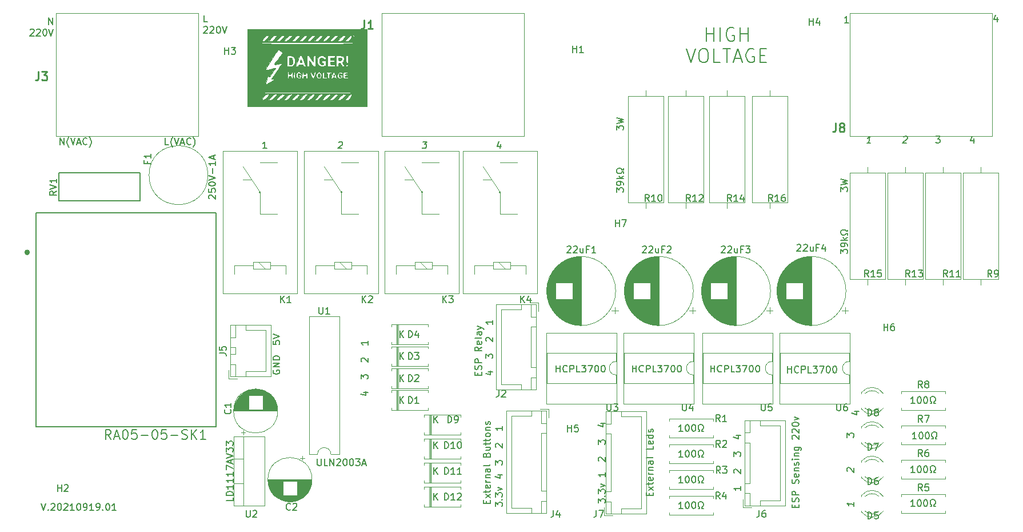
<source format=gbr>
G04 #@! TF.GenerationSoftware,KiCad,Pcbnew,(5.1.6)-1*
G04 #@! TF.CreationDate,2021-09-20T23:30:47+02:00*
G04 #@! TF.ProjectId,hamodule,68616d6f-6475-46c6-952e-6b696361645f,rev?*
G04 #@! TF.SameCoordinates,Original*
G04 #@! TF.FileFunction,Legend,Top*
G04 #@! TF.FilePolarity,Positive*
%FSLAX46Y46*%
G04 Gerber Fmt 4.6, Leading zero omitted, Abs format (unit mm)*
G04 Created by KiCad (PCBNEW (5.1.6)-1) date 2021-09-20 23:30:47*
%MOMM*%
%LPD*%
G01*
G04 APERTURE LIST*
%ADD10C,0.150000*%
%ADD11C,0.120000*%
%ADD12C,0.010000*%
%ADD13C,0.100000*%
%ADD14C,0.127000*%
%ADD15C,0.400000*%
%ADD16C,0.254000*%
G04 APERTURE END LIST*
D10*
X165745136Y-12856554D02*
X165745136Y-13523220D01*
X165507040Y-12475601D02*
X165268945Y-13189887D01*
X165887993Y-13189887D01*
X143727134Y-13652760D02*
X143155705Y-13652760D01*
X143441420Y-13652760D02*
X143441420Y-12652760D01*
X143346181Y-12795618D01*
X143250943Y-12890856D01*
X143155705Y-12938475D01*
X88828571Y-65825238D02*
X88828571Y-65491904D01*
X89352380Y-65349047D02*
X89352380Y-65825238D01*
X88352380Y-65825238D01*
X88352380Y-65349047D01*
X89304761Y-64968095D02*
X89352380Y-64825238D01*
X89352380Y-64587142D01*
X89304761Y-64491904D01*
X89257142Y-64444285D01*
X89161904Y-64396666D01*
X89066666Y-64396666D01*
X88971428Y-64444285D01*
X88923809Y-64491904D01*
X88876190Y-64587142D01*
X88828571Y-64777619D01*
X88780952Y-64872857D01*
X88733333Y-64920476D01*
X88638095Y-64968095D01*
X88542857Y-64968095D01*
X88447619Y-64920476D01*
X88400000Y-64872857D01*
X88352380Y-64777619D01*
X88352380Y-64539523D01*
X88400000Y-64396666D01*
X89352380Y-63968095D02*
X88352380Y-63968095D01*
X88352380Y-63587142D01*
X88400000Y-63491904D01*
X88447619Y-63444285D01*
X88542857Y-63396666D01*
X88685714Y-63396666D01*
X88780952Y-63444285D01*
X88828571Y-63491904D01*
X88876190Y-63587142D01*
X88876190Y-63968095D01*
X89352380Y-61634761D02*
X88876190Y-61968095D01*
X89352380Y-62206190D02*
X88352380Y-62206190D01*
X88352380Y-61825238D01*
X88400000Y-61730000D01*
X88447619Y-61682380D01*
X88542857Y-61634761D01*
X88685714Y-61634761D01*
X88780952Y-61682380D01*
X88828571Y-61730000D01*
X88876190Y-61825238D01*
X88876190Y-62206190D01*
X89304761Y-60825238D02*
X89352380Y-60920476D01*
X89352380Y-61110952D01*
X89304761Y-61206190D01*
X89209523Y-61253809D01*
X88828571Y-61253809D01*
X88733333Y-61206190D01*
X88685714Y-61110952D01*
X88685714Y-60920476D01*
X88733333Y-60825238D01*
X88828571Y-60777619D01*
X88923809Y-60777619D01*
X89019047Y-61253809D01*
X89352380Y-60206190D02*
X89304761Y-60301428D01*
X89209523Y-60349047D01*
X88352380Y-60349047D01*
X89352380Y-59396666D02*
X88828571Y-59396666D01*
X88733333Y-59444285D01*
X88685714Y-59539523D01*
X88685714Y-59730000D01*
X88733333Y-59825238D01*
X89304761Y-59396666D02*
X89352380Y-59491904D01*
X89352380Y-59730000D01*
X89304761Y-59825238D01*
X89209523Y-59872857D01*
X89114285Y-59872857D01*
X89019047Y-59825238D01*
X88971428Y-59730000D01*
X88971428Y-59491904D01*
X88923809Y-59396666D01*
X88685714Y-59015714D02*
X89352380Y-58777619D01*
X88685714Y-58539523D02*
X89352380Y-58777619D01*
X89590476Y-58872857D01*
X89638095Y-58920476D01*
X89685714Y-59015714D01*
X92400380Y-73374285D02*
X92400380Y-73945714D01*
X92400380Y-73660000D02*
X91400380Y-73660000D01*
X91543238Y-73755238D01*
X91638476Y-73850476D01*
X91686095Y-73945714D01*
X91733714Y-80581523D02*
X92400380Y-80581523D01*
X91352761Y-80819619D02*
X92067047Y-81057714D01*
X92067047Y-80438666D01*
X91400380Y-79073333D02*
X91400380Y-78454285D01*
X91781333Y-78787619D01*
X91781333Y-78644761D01*
X91828952Y-78549523D01*
X91876571Y-78501904D01*
X91971809Y-78454285D01*
X92209904Y-78454285D01*
X92305142Y-78501904D01*
X92352761Y-78549523D01*
X92400380Y-78644761D01*
X92400380Y-78930476D01*
X92352761Y-79025714D01*
X92305142Y-79073333D01*
X91400380Y-85248571D02*
X91400380Y-84629523D01*
X91781333Y-84962857D01*
X91781333Y-84820000D01*
X91828952Y-84724761D01*
X91876571Y-84677142D01*
X91971809Y-84629523D01*
X92209904Y-84629523D01*
X92305142Y-84677142D01*
X92352761Y-84724761D01*
X92400380Y-84820000D01*
X92400380Y-85105714D01*
X92352761Y-85200952D01*
X92305142Y-85248571D01*
X92305142Y-84200952D02*
X92352761Y-84153333D01*
X92400380Y-84200952D01*
X92352761Y-84248571D01*
X92305142Y-84200952D01*
X92400380Y-84200952D01*
X91400380Y-83820000D02*
X91400380Y-83200952D01*
X91781333Y-83534285D01*
X91781333Y-83391428D01*
X91828952Y-83296190D01*
X91876571Y-83248571D01*
X91971809Y-83200952D01*
X92209904Y-83200952D01*
X92305142Y-83248571D01*
X92352761Y-83296190D01*
X92400380Y-83391428D01*
X92400380Y-83677142D01*
X92352761Y-83772380D01*
X92305142Y-83820000D01*
X91733714Y-82867619D02*
X92400380Y-82629523D01*
X91733714Y-82391428D01*
X91495619Y-76485714D02*
X91448000Y-76438095D01*
X91400380Y-76342857D01*
X91400380Y-76104761D01*
X91448000Y-76009523D01*
X91495619Y-75961904D01*
X91590857Y-75914285D01*
X91686095Y-75914285D01*
X91828952Y-75961904D01*
X92400380Y-76533333D01*
X92400380Y-75914285D01*
X49017619Y-39690476D02*
X48970000Y-39642857D01*
X48922380Y-39547619D01*
X48922380Y-39309523D01*
X48970000Y-39214285D01*
X49017619Y-39166666D01*
X49112857Y-39119047D01*
X49208095Y-39119047D01*
X49350952Y-39166666D01*
X49922380Y-39738095D01*
X49922380Y-39119047D01*
X48922380Y-38214285D02*
X48922380Y-38690476D01*
X49398571Y-38738095D01*
X49350952Y-38690476D01*
X49303333Y-38595238D01*
X49303333Y-38357142D01*
X49350952Y-38261904D01*
X49398571Y-38214285D01*
X49493809Y-38166666D01*
X49731904Y-38166666D01*
X49827142Y-38214285D01*
X49874761Y-38261904D01*
X49922380Y-38357142D01*
X49922380Y-38595238D01*
X49874761Y-38690476D01*
X49827142Y-38738095D01*
X48922380Y-37547619D02*
X48922380Y-37452380D01*
X48970000Y-37357142D01*
X49017619Y-37309523D01*
X49112857Y-37261904D01*
X49303333Y-37214285D01*
X49541428Y-37214285D01*
X49731904Y-37261904D01*
X49827142Y-37309523D01*
X49874761Y-37357142D01*
X49922380Y-37452380D01*
X49922380Y-37547619D01*
X49874761Y-37642857D01*
X49827142Y-37690476D01*
X49731904Y-37738095D01*
X49541428Y-37785714D01*
X49303333Y-37785714D01*
X49112857Y-37738095D01*
X49017619Y-37690476D01*
X48970000Y-37642857D01*
X48922380Y-37547619D01*
X48922380Y-36928571D02*
X49922380Y-36595238D01*
X48922380Y-36261904D01*
X49541428Y-35928571D02*
X49541428Y-35166666D01*
X49922380Y-34166666D02*
X49922380Y-34738095D01*
X49922380Y-34452380D02*
X48922380Y-34452380D01*
X49065238Y-34547619D01*
X49160476Y-34642857D01*
X49208095Y-34738095D01*
X49636666Y-33785714D02*
X49636666Y-33309523D01*
X49922380Y-33880952D02*
X48922380Y-33547619D01*
X49922380Y-33214285D01*
X52522380Y-83914761D02*
X52522380Y-84390952D01*
X51522380Y-84390952D01*
X52522380Y-83581428D02*
X51522380Y-83581428D01*
X51522380Y-83343333D01*
X51570000Y-83200476D01*
X51665238Y-83105238D01*
X51760476Y-83057619D01*
X51950952Y-83010000D01*
X52093809Y-83010000D01*
X52284285Y-83057619D01*
X52379523Y-83105238D01*
X52474761Y-83200476D01*
X52522380Y-83343333D01*
X52522380Y-83581428D01*
X52522380Y-82057619D02*
X52522380Y-82629047D01*
X52522380Y-82343333D02*
X51522380Y-82343333D01*
X51665238Y-82438571D01*
X51760476Y-82533809D01*
X51808095Y-82629047D01*
X52522380Y-81105238D02*
X52522380Y-81676666D01*
X52522380Y-81390952D02*
X51522380Y-81390952D01*
X51665238Y-81486190D01*
X51760476Y-81581428D01*
X51808095Y-81676666D01*
X52522380Y-80152857D02*
X52522380Y-80724285D01*
X52522380Y-80438571D02*
X51522380Y-80438571D01*
X51665238Y-80533809D01*
X51760476Y-80629047D01*
X51808095Y-80724285D01*
X51522380Y-79819523D02*
X51522380Y-79152857D01*
X52522380Y-79581428D01*
X52236666Y-78819523D02*
X52236666Y-78343333D01*
X52522380Y-78914761D02*
X51522380Y-78581428D01*
X52522380Y-78248095D01*
X51522380Y-78057619D02*
X52522380Y-77724285D01*
X51522380Y-77390952D01*
X51522380Y-77152857D02*
X51522380Y-76533809D01*
X51903333Y-76867142D01*
X51903333Y-76724285D01*
X51950952Y-76629047D01*
X51998571Y-76581428D01*
X52093809Y-76533809D01*
X52331904Y-76533809D01*
X52427142Y-76581428D01*
X52474761Y-76629047D01*
X52522380Y-76724285D01*
X52522380Y-77010000D01*
X52474761Y-77105238D01*
X52427142Y-77152857D01*
X51522380Y-76200476D02*
X51522380Y-75581428D01*
X51903333Y-75914761D01*
X51903333Y-75771904D01*
X51950952Y-75676666D01*
X51998571Y-75629047D01*
X52093809Y-75581428D01*
X52331904Y-75581428D01*
X52427142Y-75629047D01*
X52474761Y-75676666D01*
X52522380Y-75771904D01*
X52522380Y-76057619D01*
X52474761Y-76152857D01*
X52427142Y-76200476D01*
X65032380Y-78192380D02*
X65032380Y-79001904D01*
X65080000Y-79097142D01*
X65127619Y-79144761D01*
X65222857Y-79192380D01*
X65413333Y-79192380D01*
X65508571Y-79144761D01*
X65556190Y-79097142D01*
X65603809Y-79001904D01*
X65603809Y-78192380D01*
X66556190Y-79192380D02*
X66080000Y-79192380D01*
X66080000Y-78192380D01*
X66889523Y-79192380D02*
X66889523Y-78192380D01*
X67460952Y-79192380D01*
X67460952Y-78192380D01*
X67889523Y-78287619D02*
X67937142Y-78240000D01*
X68032380Y-78192380D01*
X68270476Y-78192380D01*
X68365714Y-78240000D01*
X68413333Y-78287619D01*
X68460952Y-78382857D01*
X68460952Y-78478095D01*
X68413333Y-78620952D01*
X67841904Y-79192380D01*
X68460952Y-79192380D01*
X69080000Y-78192380D02*
X69175238Y-78192380D01*
X69270476Y-78240000D01*
X69318095Y-78287619D01*
X69365714Y-78382857D01*
X69413333Y-78573333D01*
X69413333Y-78811428D01*
X69365714Y-79001904D01*
X69318095Y-79097142D01*
X69270476Y-79144761D01*
X69175238Y-79192380D01*
X69080000Y-79192380D01*
X68984761Y-79144761D01*
X68937142Y-79097142D01*
X68889523Y-79001904D01*
X68841904Y-78811428D01*
X68841904Y-78573333D01*
X68889523Y-78382857D01*
X68937142Y-78287619D01*
X68984761Y-78240000D01*
X69080000Y-78192380D01*
X70032380Y-78192380D02*
X70127619Y-78192380D01*
X70222857Y-78240000D01*
X70270476Y-78287619D01*
X70318095Y-78382857D01*
X70365714Y-78573333D01*
X70365714Y-78811428D01*
X70318095Y-79001904D01*
X70270476Y-79097142D01*
X70222857Y-79144761D01*
X70127619Y-79192380D01*
X70032380Y-79192380D01*
X69937142Y-79144761D01*
X69889523Y-79097142D01*
X69841904Y-79001904D01*
X69794285Y-78811428D01*
X69794285Y-78573333D01*
X69841904Y-78382857D01*
X69889523Y-78287619D01*
X69937142Y-78240000D01*
X70032380Y-78192380D01*
X70699047Y-78192380D02*
X71318095Y-78192380D01*
X70984761Y-78573333D01*
X71127619Y-78573333D01*
X71222857Y-78620952D01*
X71270476Y-78668571D01*
X71318095Y-78763809D01*
X71318095Y-79001904D01*
X71270476Y-79097142D01*
X71222857Y-79144761D01*
X71127619Y-79192380D01*
X70841904Y-79192380D01*
X70746666Y-79144761D01*
X70699047Y-79097142D01*
X71699047Y-78906666D02*
X72175238Y-78906666D01*
X71603809Y-79192380D02*
X71937142Y-78192380D01*
X72270476Y-79192380D01*
X142552380Y-47800000D02*
X142552380Y-47180952D01*
X142933333Y-47514285D01*
X142933333Y-47371428D01*
X142980952Y-47276190D01*
X143028571Y-47228571D01*
X143123809Y-47180952D01*
X143361904Y-47180952D01*
X143457142Y-47228571D01*
X143504761Y-47276190D01*
X143552380Y-47371428D01*
X143552380Y-47657142D01*
X143504761Y-47752380D01*
X143457142Y-47800000D01*
X143552380Y-46704761D02*
X143552380Y-46514285D01*
X143504761Y-46419047D01*
X143457142Y-46371428D01*
X143314285Y-46276190D01*
X143123809Y-46228571D01*
X142742857Y-46228571D01*
X142647619Y-46276190D01*
X142600000Y-46323809D01*
X142552380Y-46419047D01*
X142552380Y-46609523D01*
X142600000Y-46704761D01*
X142647619Y-46752380D01*
X142742857Y-46800000D01*
X142980952Y-46800000D01*
X143076190Y-46752380D01*
X143123809Y-46704761D01*
X143171428Y-46609523D01*
X143171428Y-46419047D01*
X143123809Y-46323809D01*
X143076190Y-46276190D01*
X142980952Y-46228571D01*
X143552380Y-45800000D02*
X142552380Y-45800000D01*
X143171428Y-45704761D02*
X143552380Y-45419047D01*
X142885714Y-45419047D02*
X143266666Y-45800000D01*
X143552380Y-45038095D02*
X143552380Y-44800000D01*
X143361904Y-44800000D01*
X143314285Y-44895238D01*
X143219047Y-44990476D01*
X143076190Y-45038095D01*
X142838095Y-45038095D01*
X142695238Y-44990476D01*
X142600000Y-44895238D01*
X142552380Y-44752380D01*
X142552380Y-44561904D01*
X142600000Y-44419047D01*
X142695238Y-44323809D01*
X142838095Y-44276190D01*
X143076190Y-44276190D01*
X143219047Y-44323809D01*
X143314285Y-44419047D01*
X143361904Y-44514285D01*
X143552380Y-44514285D01*
X143552380Y-44276190D01*
X142552380Y-38609523D02*
X142552380Y-37990476D01*
X142933333Y-38323809D01*
X142933333Y-38180952D01*
X142980952Y-38085714D01*
X143028571Y-38038095D01*
X143123809Y-37990476D01*
X143361904Y-37990476D01*
X143457142Y-38038095D01*
X143504761Y-38085714D01*
X143552380Y-38180952D01*
X143552380Y-38466666D01*
X143504761Y-38561904D01*
X143457142Y-38609523D01*
X142552380Y-37657142D02*
X143552380Y-37419047D01*
X142838095Y-37228571D01*
X143552380Y-37038095D01*
X142552380Y-36800000D01*
X109352380Y-38700000D02*
X109352380Y-38080952D01*
X109733333Y-38414285D01*
X109733333Y-38271428D01*
X109780952Y-38176190D01*
X109828571Y-38128571D01*
X109923809Y-38080952D01*
X110161904Y-38080952D01*
X110257142Y-38128571D01*
X110304761Y-38176190D01*
X110352380Y-38271428D01*
X110352380Y-38557142D01*
X110304761Y-38652380D01*
X110257142Y-38700000D01*
X110352380Y-37604761D02*
X110352380Y-37414285D01*
X110304761Y-37319047D01*
X110257142Y-37271428D01*
X110114285Y-37176190D01*
X109923809Y-37128571D01*
X109542857Y-37128571D01*
X109447619Y-37176190D01*
X109400000Y-37223809D01*
X109352380Y-37319047D01*
X109352380Y-37509523D01*
X109400000Y-37604761D01*
X109447619Y-37652380D01*
X109542857Y-37700000D01*
X109780952Y-37700000D01*
X109876190Y-37652380D01*
X109923809Y-37604761D01*
X109971428Y-37509523D01*
X109971428Y-37319047D01*
X109923809Y-37223809D01*
X109876190Y-37176190D01*
X109780952Y-37128571D01*
X110352380Y-36700000D02*
X109352380Y-36700000D01*
X109971428Y-36604761D02*
X110352380Y-36319047D01*
X109685714Y-36319047D02*
X110066666Y-36700000D01*
X110352380Y-35938095D02*
X110352380Y-35700000D01*
X110161904Y-35700000D01*
X110114285Y-35795238D01*
X110019047Y-35890476D01*
X109876190Y-35938095D01*
X109638095Y-35938095D01*
X109495238Y-35890476D01*
X109400000Y-35795238D01*
X109352380Y-35652380D01*
X109352380Y-35461904D01*
X109400000Y-35319047D01*
X109495238Y-35223809D01*
X109638095Y-35176190D01*
X109876190Y-35176190D01*
X110019047Y-35223809D01*
X110114285Y-35319047D01*
X110161904Y-35414285D01*
X110352380Y-35414285D01*
X110352380Y-35176190D01*
X109352380Y-29509523D02*
X109352380Y-28890476D01*
X109733333Y-29223809D01*
X109733333Y-29080952D01*
X109780952Y-28985714D01*
X109828571Y-28938095D01*
X109923809Y-28890476D01*
X110161904Y-28890476D01*
X110257142Y-28938095D01*
X110304761Y-28985714D01*
X110352380Y-29080952D01*
X110352380Y-29366666D01*
X110304761Y-29461904D01*
X110257142Y-29509523D01*
X109352380Y-28557142D02*
X110352380Y-28319047D01*
X109638095Y-28128571D01*
X110352380Y-27938095D01*
X109352380Y-27700000D01*
X134704761Y-65452380D02*
X134704761Y-64452380D01*
X134704761Y-64928571D02*
X135276190Y-64928571D01*
X135276190Y-65452380D02*
X135276190Y-64452380D01*
X136323809Y-65357142D02*
X136276190Y-65404761D01*
X136133333Y-65452380D01*
X136038095Y-65452380D01*
X135895238Y-65404761D01*
X135800000Y-65309523D01*
X135752380Y-65214285D01*
X135704761Y-65023809D01*
X135704761Y-64880952D01*
X135752380Y-64690476D01*
X135800000Y-64595238D01*
X135895238Y-64500000D01*
X136038095Y-64452380D01*
X136133333Y-64452380D01*
X136276190Y-64500000D01*
X136323809Y-64547619D01*
X136752380Y-65452380D02*
X136752380Y-64452380D01*
X137133333Y-64452380D01*
X137228571Y-64500000D01*
X137276190Y-64547619D01*
X137323809Y-64642857D01*
X137323809Y-64785714D01*
X137276190Y-64880952D01*
X137228571Y-64928571D01*
X137133333Y-64976190D01*
X136752380Y-64976190D01*
X138228571Y-65452380D02*
X137752380Y-65452380D01*
X137752380Y-64452380D01*
X138466666Y-64452380D02*
X139085714Y-64452380D01*
X138752380Y-64833333D01*
X138895238Y-64833333D01*
X138990476Y-64880952D01*
X139038095Y-64928571D01*
X139085714Y-65023809D01*
X139085714Y-65261904D01*
X139038095Y-65357142D01*
X138990476Y-65404761D01*
X138895238Y-65452380D01*
X138609523Y-65452380D01*
X138514285Y-65404761D01*
X138466666Y-65357142D01*
X139419047Y-64452380D02*
X140085714Y-64452380D01*
X139657142Y-65452380D01*
X140657142Y-64452380D02*
X140752380Y-64452380D01*
X140847619Y-64500000D01*
X140895238Y-64547619D01*
X140942857Y-64642857D01*
X140990476Y-64833333D01*
X140990476Y-65071428D01*
X140942857Y-65261904D01*
X140895238Y-65357142D01*
X140847619Y-65404761D01*
X140752380Y-65452380D01*
X140657142Y-65452380D01*
X140561904Y-65404761D01*
X140514285Y-65357142D01*
X140466666Y-65261904D01*
X140419047Y-65071428D01*
X140419047Y-64833333D01*
X140466666Y-64642857D01*
X140514285Y-64547619D01*
X140561904Y-64500000D01*
X140657142Y-64452380D01*
X141609523Y-64452380D02*
X141704761Y-64452380D01*
X141800000Y-64500000D01*
X141847619Y-64547619D01*
X141895238Y-64642857D01*
X141942857Y-64833333D01*
X141942857Y-65071428D01*
X141895238Y-65261904D01*
X141847619Y-65357142D01*
X141800000Y-65404761D01*
X141704761Y-65452380D01*
X141609523Y-65452380D01*
X141514285Y-65404761D01*
X141466666Y-65357142D01*
X141419047Y-65261904D01*
X141371428Y-65071428D01*
X141371428Y-64833333D01*
X141419047Y-64642857D01*
X141466666Y-64547619D01*
X141514285Y-64500000D01*
X141609523Y-64452380D01*
X123304761Y-65352380D02*
X123304761Y-64352380D01*
X123304761Y-64828571D02*
X123876190Y-64828571D01*
X123876190Y-65352380D02*
X123876190Y-64352380D01*
X124923809Y-65257142D02*
X124876190Y-65304761D01*
X124733333Y-65352380D01*
X124638095Y-65352380D01*
X124495238Y-65304761D01*
X124400000Y-65209523D01*
X124352380Y-65114285D01*
X124304761Y-64923809D01*
X124304761Y-64780952D01*
X124352380Y-64590476D01*
X124400000Y-64495238D01*
X124495238Y-64400000D01*
X124638095Y-64352380D01*
X124733333Y-64352380D01*
X124876190Y-64400000D01*
X124923809Y-64447619D01*
X125352380Y-65352380D02*
X125352380Y-64352380D01*
X125733333Y-64352380D01*
X125828571Y-64400000D01*
X125876190Y-64447619D01*
X125923809Y-64542857D01*
X125923809Y-64685714D01*
X125876190Y-64780952D01*
X125828571Y-64828571D01*
X125733333Y-64876190D01*
X125352380Y-64876190D01*
X126828571Y-65352380D02*
X126352380Y-65352380D01*
X126352380Y-64352380D01*
X127066666Y-64352380D02*
X127685714Y-64352380D01*
X127352380Y-64733333D01*
X127495238Y-64733333D01*
X127590476Y-64780952D01*
X127638095Y-64828571D01*
X127685714Y-64923809D01*
X127685714Y-65161904D01*
X127638095Y-65257142D01*
X127590476Y-65304761D01*
X127495238Y-65352380D01*
X127209523Y-65352380D01*
X127114285Y-65304761D01*
X127066666Y-65257142D01*
X128019047Y-64352380D02*
X128685714Y-64352380D01*
X128257142Y-65352380D01*
X129257142Y-64352380D02*
X129352380Y-64352380D01*
X129447619Y-64400000D01*
X129495238Y-64447619D01*
X129542857Y-64542857D01*
X129590476Y-64733333D01*
X129590476Y-64971428D01*
X129542857Y-65161904D01*
X129495238Y-65257142D01*
X129447619Y-65304761D01*
X129352380Y-65352380D01*
X129257142Y-65352380D01*
X129161904Y-65304761D01*
X129114285Y-65257142D01*
X129066666Y-65161904D01*
X129019047Y-64971428D01*
X129019047Y-64733333D01*
X129066666Y-64542857D01*
X129114285Y-64447619D01*
X129161904Y-64400000D01*
X129257142Y-64352380D01*
X130209523Y-64352380D02*
X130304761Y-64352380D01*
X130400000Y-64400000D01*
X130447619Y-64447619D01*
X130495238Y-64542857D01*
X130542857Y-64733333D01*
X130542857Y-64971428D01*
X130495238Y-65161904D01*
X130447619Y-65257142D01*
X130400000Y-65304761D01*
X130304761Y-65352380D01*
X130209523Y-65352380D01*
X130114285Y-65304761D01*
X130066666Y-65257142D01*
X130019047Y-65161904D01*
X129971428Y-64971428D01*
X129971428Y-64733333D01*
X130019047Y-64542857D01*
X130066666Y-64447619D01*
X130114285Y-64400000D01*
X130209523Y-64352380D01*
X111704761Y-65352380D02*
X111704761Y-64352380D01*
X111704761Y-64828571D02*
X112276190Y-64828571D01*
X112276190Y-65352380D02*
X112276190Y-64352380D01*
X113323809Y-65257142D02*
X113276190Y-65304761D01*
X113133333Y-65352380D01*
X113038095Y-65352380D01*
X112895238Y-65304761D01*
X112800000Y-65209523D01*
X112752380Y-65114285D01*
X112704761Y-64923809D01*
X112704761Y-64780952D01*
X112752380Y-64590476D01*
X112800000Y-64495238D01*
X112895238Y-64400000D01*
X113038095Y-64352380D01*
X113133333Y-64352380D01*
X113276190Y-64400000D01*
X113323809Y-64447619D01*
X113752380Y-65352380D02*
X113752380Y-64352380D01*
X114133333Y-64352380D01*
X114228571Y-64400000D01*
X114276190Y-64447619D01*
X114323809Y-64542857D01*
X114323809Y-64685714D01*
X114276190Y-64780952D01*
X114228571Y-64828571D01*
X114133333Y-64876190D01*
X113752380Y-64876190D01*
X115228571Y-65352380D02*
X114752380Y-65352380D01*
X114752380Y-64352380D01*
X115466666Y-64352380D02*
X116085714Y-64352380D01*
X115752380Y-64733333D01*
X115895238Y-64733333D01*
X115990476Y-64780952D01*
X116038095Y-64828571D01*
X116085714Y-64923809D01*
X116085714Y-65161904D01*
X116038095Y-65257142D01*
X115990476Y-65304761D01*
X115895238Y-65352380D01*
X115609523Y-65352380D01*
X115514285Y-65304761D01*
X115466666Y-65257142D01*
X116419047Y-64352380D02*
X117085714Y-64352380D01*
X116657142Y-65352380D01*
X117657142Y-64352380D02*
X117752380Y-64352380D01*
X117847619Y-64400000D01*
X117895238Y-64447619D01*
X117942857Y-64542857D01*
X117990476Y-64733333D01*
X117990476Y-64971428D01*
X117942857Y-65161904D01*
X117895238Y-65257142D01*
X117847619Y-65304761D01*
X117752380Y-65352380D01*
X117657142Y-65352380D01*
X117561904Y-65304761D01*
X117514285Y-65257142D01*
X117466666Y-65161904D01*
X117419047Y-64971428D01*
X117419047Y-64733333D01*
X117466666Y-64542857D01*
X117514285Y-64447619D01*
X117561904Y-64400000D01*
X117657142Y-64352380D01*
X118609523Y-64352380D02*
X118704761Y-64352380D01*
X118800000Y-64400000D01*
X118847619Y-64447619D01*
X118895238Y-64542857D01*
X118942857Y-64733333D01*
X118942857Y-64971428D01*
X118895238Y-65161904D01*
X118847619Y-65257142D01*
X118800000Y-65304761D01*
X118704761Y-65352380D01*
X118609523Y-65352380D01*
X118514285Y-65304761D01*
X118466666Y-65257142D01*
X118419047Y-65161904D01*
X118371428Y-64971428D01*
X118371428Y-64733333D01*
X118419047Y-64542857D01*
X118466666Y-64447619D01*
X118514285Y-64400000D01*
X118609523Y-64352380D01*
X100404761Y-65352380D02*
X100404761Y-64352380D01*
X100404761Y-64828571D02*
X100976190Y-64828571D01*
X100976190Y-65352380D02*
X100976190Y-64352380D01*
X102023809Y-65257142D02*
X101976190Y-65304761D01*
X101833333Y-65352380D01*
X101738095Y-65352380D01*
X101595238Y-65304761D01*
X101500000Y-65209523D01*
X101452380Y-65114285D01*
X101404761Y-64923809D01*
X101404761Y-64780952D01*
X101452380Y-64590476D01*
X101500000Y-64495238D01*
X101595238Y-64400000D01*
X101738095Y-64352380D01*
X101833333Y-64352380D01*
X101976190Y-64400000D01*
X102023809Y-64447619D01*
X102452380Y-65352380D02*
X102452380Y-64352380D01*
X102833333Y-64352380D01*
X102928571Y-64400000D01*
X102976190Y-64447619D01*
X103023809Y-64542857D01*
X103023809Y-64685714D01*
X102976190Y-64780952D01*
X102928571Y-64828571D01*
X102833333Y-64876190D01*
X102452380Y-64876190D01*
X103928571Y-65352380D02*
X103452380Y-65352380D01*
X103452380Y-64352380D01*
X104166666Y-64352380D02*
X104785714Y-64352380D01*
X104452380Y-64733333D01*
X104595238Y-64733333D01*
X104690476Y-64780952D01*
X104738095Y-64828571D01*
X104785714Y-64923809D01*
X104785714Y-65161904D01*
X104738095Y-65257142D01*
X104690476Y-65304761D01*
X104595238Y-65352380D01*
X104309523Y-65352380D01*
X104214285Y-65304761D01*
X104166666Y-65257142D01*
X105119047Y-64352380D02*
X105785714Y-64352380D01*
X105357142Y-65352380D01*
X106357142Y-64352380D02*
X106452380Y-64352380D01*
X106547619Y-64400000D01*
X106595238Y-64447619D01*
X106642857Y-64542857D01*
X106690476Y-64733333D01*
X106690476Y-64971428D01*
X106642857Y-65161904D01*
X106595238Y-65257142D01*
X106547619Y-65304761D01*
X106452380Y-65352380D01*
X106357142Y-65352380D01*
X106261904Y-65304761D01*
X106214285Y-65257142D01*
X106166666Y-65161904D01*
X106119047Y-64971428D01*
X106119047Y-64733333D01*
X106166666Y-64542857D01*
X106214285Y-64447619D01*
X106261904Y-64400000D01*
X106357142Y-64352380D01*
X107309523Y-64352380D02*
X107404761Y-64352380D01*
X107500000Y-64400000D01*
X107547619Y-64447619D01*
X107595238Y-64542857D01*
X107642857Y-64733333D01*
X107642857Y-64971428D01*
X107595238Y-65161904D01*
X107547619Y-65257142D01*
X107500000Y-65304761D01*
X107404761Y-65352380D01*
X107309523Y-65352380D01*
X107214285Y-65304761D01*
X107166666Y-65257142D01*
X107119047Y-65161904D01*
X107071428Y-64971428D01*
X107071428Y-64733333D01*
X107119047Y-64542857D01*
X107166666Y-64447619D01*
X107214285Y-64400000D01*
X107309523Y-64352380D01*
X48711785Y-13527380D02*
X48235595Y-13527380D01*
X48235595Y-12527380D01*
X48187976Y-14272619D02*
X48235595Y-14225000D01*
X48330833Y-14177380D01*
X48568928Y-14177380D01*
X48664166Y-14225000D01*
X48711785Y-14272619D01*
X48759404Y-14367857D01*
X48759404Y-14463095D01*
X48711785Y-14605952D01*
X48140357Y-15177380D01*
X48759404Y-15177380D01*
X49140357Y-14272619D02*
X49187976Y-14225000D01*
X49283214Y-14177380D01*
X49521309Y-14177380D01*
X49616547Y-14225000D01*
X49664166Y-14272619D01*
X49711785Y-14367857D01*
X49711785Y-14463095D01*
X49664166Y-14605952D01*
X49092738Y-15177380D01*
X49711785Y-15177380D01*
X50330833Y-14177380D02*
X50426071Y-14177380D01*
X50521309Y-14225000D01*
X50568928Y-14272619D01*
X50616547Y-14367857D01*
X50664166Y-14558333D01*
X50664166Y-14796428D01*
X50616547Y-14986904D01*
X50568928Y-15082142D01*
X50521309Y-15129761D01*
X50426071Y-15177380D01*
X50330833Y-15177380D01*
X50235595Y-15129761D01*
X50187976Y-15082142D01*
X50140357Y-14986904D01*
X50092738Y-14796428D01*
X50092738Y-14558333D01*
X50140357Y-14367857D01*
X50187976Y-14272619D01*
X50235595Y-14225000D01*
X50330833Y-14177380D01*
X50949880Y-14177380D02*
X51283214Y-15177380D01*
X51616547Y-14177380D01*
X25192976Y-13927380D02*
X25192976Y-12927380D01*
X25764404Y-13927380D01*
X25764404Y-12927380D01*
X22478690Y-14672619D02*
X22526309Y-14625000D01*
X22621547Y-14577380D01*
X22859642Y-14577380D01*
X22954880Y-14625000D01*
X23002500Y-14672619D01*
X23050119Y-14767857D01*
X23050119Y-14863095D01*
X23002500Y-15005952D01*
X22431071Y-15577380D01*
X23050119Y-15577380D01*
X23431071Y-14672619D02*
X23478690Y-14625000D01*
X23573928Y-14577380D01*
X23812023Y-14577380D01*
X23907261Y-14625000D01*
X23954880Y-14672619D01*
X24002500Y-14767857D01*
X24002500Y-14863095D01*
X23954880Y-15005952D01*
X23383452Y-15577380D01*
X24002500Y-15577380D01*
X24621547Y-14577380D02*
X24716785Y-14577380D01*
X24812023Y-14625000D01*
X24859642Y-14672619D01*
X24907261Y-14767857D01*
X24954880Y-14958333D01*
X24954880Y-15196428D01*
X24907261Y-15386904D01*
X24859642Y-15482142D01*
X24812023Y-15529761D01*
X24716785Y-15577380D01*
X24621547Y-15577380D01*
X24526309Y-15529761D01*
X24478690Y-15482142D01*
X24431071Y-15386904D01*
X24383452Y-15196428D01*
X24383452Y-14958333D01*
X24431071Y-14767857D01*
X24478690Y-14672619D01*
X24526309Y-14625000D01*
X24621547Y-14577380D01*
X25240595Y-14577380D02*
X25573928Y-15577380D01*
X25907261Y-14577380D01*
X127706380Y-82264285D02*
X127706380Y-82835714D01*
X127706380Y-82550000D02*
X126706380Y-82550000D01*
X126849238Y-82645238D01*
X126944476Y-82740476D01*
X126992095Y-82835714D01*
X127039714Y-74739523D02*
X127706380Y-74739523D01*
X126658761Y-74977619D02*
X127373047Y-75215714D01*
X127373047Y-74596666D01*
X126706380Y-77803333D02*
X126706380Y-77184285D01*
X127087333Y-77517619D01*
X127087333Y-77374761D01*
X127134952Y-77279523D01*
X127182571Y-77231904D01*
X127277809Y-77184285D01*
X127515904Y-77184285D01*
X127611142Y-77231904D01*
X127658761Y-77279523D01*
X127706380Y-77374761D01*
X127706380Y-77660476D01*
X127658761Y-77755714D01*
X127611142Y-77803333D01*
X126801619Y-80295714D02*
X126754000Y-80248095D01*
X126706380Y-80152857D01*
X126706380Y-79914761D01*
X126754000Y-79819523D01*
X126801619Y-79771904D01*
X126896857Y-79724285D01*
X126992095Y-79724285D01*
X127134952Y-79771904D01*
X127706380Y-80343333D01*
X127706380Y-79724285D01*
X135818571Y-85406666D02*
X135818571Y-85073333D01*
X136342380Y-84930476D02*
X136342380Y-85406666D01*
X135342380Y-85406666D01*
X135342380Y-84930476D01*
X136294761Y-84549523D02*
X136342380Y-84406666D01*
X136342380Y-84168571D01*
X136294761Y-84073333D01*
X136247142Y-84025714D01*
X136151904Y-83978095D01*
X136056666Y-83978095D01*
X135961428Y-84025714D01*
X135913809Y-84073333D01*
X135866190Y-84168571D01*
X135818571Y-84359047D01*
X135770952Y-84454285D01*
X135723333Y-84501904D01*
X135628095Y-84549523D01*
X135532857Y-84549523D01*
X135437619Y-84501904D01*
X135390000Y-84454285D01*
X135342380Y-84359047D01*
X135342380Y-84120952D01*
X135390000Y-83978095D01*
X136342380Y-83549523D02*
X135342380Y-83549523D01*
X135342380Y-83168571D01*
X135390000Y-83073333D01*
X135437619Y-83025714D01*
X135532857Y-82978095D01*
X135675714Y-82978095D01*
X135770952Y-83025714D01*
X135818571Y-83073333D01*
X135866190Y-83168571D01*
X135866190Y-83549523D01*
X136294761Y-81835238D02*
X136342380Y-81692380D01*
X136342380Y-81454285D01*
X136294761Y-81359047D01*
X136247142Y-81311428D01*
X136151904Y-81263809D01*
X136056666Y-81263809D01*
X135961428Y-81311428D01*
X135913809Y-81359047D01*
X135866190Y-81454285D01*
X135818571Y-81644761D01*
X135770952Y-81740000D01*
X135723333Y-81787619D01*
X135628095Y-81835238D01*
X135532857Y-81835238D01*
X135437619Y-81787619D01*
X135390000Y-81740000D01*
X135342380Y-81644761D01*
X135342380Y-81406666D01*
X135390000Y-81263809D01*
X136294761Y-80454285D02*
X136342380Y-80549523D01*
X136342380Y-80740000D01*
X136294761Y-80835238D01*
X136199523Y-80882857D01*
X135818571Y-80882857D01*
X135723333Y-80835238D01*
X135675714Y-80740000D01*
X135675714Y-80549523D01*
X135723333Y-80454285D01*
X135818571Y-80406666D01*
X135913809Y-80406666D01*
X136009047Y-80882857D01*
X135675714Y-79978095D02*
X136342380Y-79978095D01*
X135770952Y-79978095D02*
X135723333Y-79930476D01*
X135675714Y-79835238D01*
X135675714Y-79692380D01*
X135723333Y-79597142D01*
X135818571Y-79549523D01*
X136342380Y-79549523D01*
X136294761Y-79120952D02*
X136342380Y-79025714D01*
X136342380Y-78835238D01*
X136294761Y-78740000D01*
X136199523Y-78692380D01*
X136151904Y-78692380D01*
X136056666Y-78740000D01*
X136009047Y-78835238D01*
X136009047Y-78978095D01*
X135961428Y-79073333D01*
X135866190Y-79120952D01*
X135818571Y-79120952D01*
X135723333Y-79073333D01*
X135675714Y-78978095D01*
X135675714Y-78835238D01*
X135723333Y-78740000D01*
X136342380Y-78263809D02*
X135675714Y-78263809D01*
X135342380Y-78263809D02*
X135390000Y-78311428D01*
X135437619Y-78263809D01*
X135390000Y-78216190D01*
X135342380Y-78263809D01*
X135437619Y-78263809D01*
X135675714Y-77787619D02*
X136342380Y-77787619D01*
X135770952Y-77787619D02*
X135723333Y-77740000D01*
X135675714Y-77644761D01*
X135675714Y-77501904D01*
X135723333Y-77406666D01*
X135818571Y-77359047D01*
X136342380Y-77359047D01*
X135675714Y-76454285D02*
X136485238Y-76454285D01*
X136580476Y-76501904D01*
X136628095Y-76549523D01*
X136675714Y-76644761D01*
X136675714Y-76787619D01*
X136628095Y-76882857D01*
X136294761Y-76454285D02*
X136342380Y-76549523D01*
X136342380Y-76740000D01*
X136294761Y-76835238D01*
X136247142Y-76882857D01*
X136151904Y-76930476D01*
X135866190Y-76930476D01*
X135770952Y-76882857D01*
X135723333Y-76835238D01*
X135675714Y-76740000D01*
X135675714Y-76549523D01*
X135723333Y-76454285D01*
X135437619Y-75263809D02*
X135390000Y-75216190D01*
X135342380Y-75120952D01*
X135342380Y-74882857D01*
X135390000Y-74787619D01*
X135437619Y-74740000D01*
X135532857Y-74692380D01*
X135628095Y-74692380D01*
X135770952Y-74740000D01*
X136342380Y-75311428D01*
X136342380Y-74692380D01*
X135437619Y-74311428D02*
X135390000Y-74263809D01*
X135342380Y-74168571D01*
X135342380Y-73930476D01*
X135390000Y-73835238D01*
X135437619Y-73787619D01*
X135532857Y-73740000D01*
X135628095Y-73740000D01*
X135770952Y-73787619D01*
X136342380Y-74359047D01*
X136342380Y-73740000D01*
X135342380Y-73120952D02*
X135342380Y-73025714D01*
X135390000Y-72930476D01*
X135437619Y-72882857D01*
X135532857Y-72835238D01*
X135723333Y-72787619D01*
X135961428Y-72787619D01*
X136151904Y-72835238D01*
X136247142Y-72882857D01*
X136294761Y-72930476D01*
X136342380Y-73025714D01*
X136342380Y-73120952D01*
X136294761Y-73216190D01*
X136247142Y-73263809D01*
X136151904Y-73311428D01*
X135961428Y-73359047D01*
X135723333Y-73359047D01*
X135532857Y-73311428D01*
X135437619Y-73263809D01*
X135390000Y-73216190D01*
X135342380Y-73120952D01*
X135675714Y-72454285D02*
X136342380Y-72216190D01*
X135675714Y-71978095D01*
X153521904Y-85232380D02*
X152950476Y-85232380D01*
X153236190Y-85232380D02*
X153236190Y-84232380D01*
X153140952Y-84375238D01*
X153045714Y-84470476D01*
X152950476Y-84518095D01*
X154140952Y-84232380D02*
X154236190Y-84232380D01*
X154331428Y-84280000D01*
X154379047Y-84327619D01*
X154426666Y-84422857D01*
X154474285Y-84613333D01*
X154474285Y-84851428D01*
X154426666Y-85041904D01*
X154379047Y-85137142D01*
X154331428Y-85184761D01*
X154236190Y-85232380D01*
X154140952Y-85232380D01*
X154045714Y-85184761D01*
X153998095Y-85137142D01*
X153950476Y-85041904D01*
X153902857Y-84851428D01*
X153902857Y-84613333D01*
X153950476Y-84422857D01*
X153998095Y-84327619D01*
X154045714Y-84280000D01*
X154140952Y-84232380D01*
X155093333Y-84232380D02*
X155188571Y-84232380D01*
X155283809Y-84280000D01*
X155331428Y-84327619D01*
X155379047Y-84422857D01*
X155426666Y-84613333D01*
X155426666Y-84851428D01*
X155379047Y-85041904D01*
X155331428Y-85137142D01*
X155283809Y-85184761D01*
X155188571Y-85232380D01*
X155093333Y-85232380D01*
X154998095Y-85184761D01*
X154950476Y-85137142D01*
X154902857Y-85041904D01*
X154855238Y-84851428D01*
X154855238Y-84613333D01*
X154902857Y-84422857D01*
X154950476Y-84327619D01*
X154998095Y-84280000D01*
X155093333Y-84232380D01*
X155807619Y-85232380D02*
X156045714Y-85232380D01*
X156045714Y-85041904D01*
X155950476Y-84994285D01*
X155855238Y-84899047D01*
X155807619Y-84756190D01*
X155807619Y-84518095D01*
X155855238Y-84375238D01*
X155950476Y-84280000D01*
X156093333Y-84232380D01*
X156283809Y-84232380D01*
X156426666Y-84280000D01*
X156521904Y-84375238D01*
X156569523Y-84518095D01*
X156569523Y-84756190D01*
X156521904Y-84899047D01*
X156426666Y-84994285D01*
X156331428Y-85041904D01*
X156331428Y-85232380D01*
X156569523Y-85232380D01*
X153521904Y-80232380D02*
X152950476Y-80232380D01*
X153236190Y-80232380D02*
X153236190Y-79232380D01*
X153140952Y-79375238D01*
X153045714Y-79470476D01*
X152950476Y-79518095D01*
X154140952Y-79232380D02*
X154236190Y-79232380D01*
X154331428Y-79280000D01*
X154379047Y-79327619D01*
X154426666Y-79422857D01*
X154474285Y-79613333D01*
X154474285Y-79851428D01*
X154426666Y-80041904D01*
X154379047Y-80137142D01*
X154331428Y-80184761D01*
X154236190Y-80232380D01*
X154140952Y-80232380D01*
X154045714Y-80184761D01*
X153998095Y-80137142D01*
X153950476Y-80041904D01*
X153902857Y-79851428D01*
X153902857Y-79613333D01*
X153950476Y-79422857D01*
X153998095Y-79327619D01*
X154045714Y-79280000D01*
X154140952Y-79232380D01*
X155093333Y-79232380D02*
X155188571Y-79232380D01*
X155283809Y-79280000D01*
X155331428Y-79327619D01*
X155379047Y-79422857D01*
X155426666Y-79613333D01*
X155426666Y-79851428D01*
X155379047Y-80041904D01*
X155331428Y-80137142D01*
X155283809Y-80184761D01*
X155188571Y-80232380D01*
X155093333Y-80232380D01*
X154998095Y-80184761D01*
X154950476Y-80137142D01*
X154902857Y-80041904D01*
X154855238Y-79851428D01*
X154855238Y-79613333D01*
X154902857Y-79422857D01*
X154950476Y-79327619D01*
X154998095Y-79280000D01*
X155093333Y-79232380D01*
X155807619Y-80232380D02*
X156045714Y-80232380D01*
X156045714Y-80041904D01*
X155950476Y-79994285D01*
X155855238Y-79899047D01*
X155807619Y-79756190D01*
X155807619Y-79518095D01*
X155855238Y-79375238D01*
X155950476Y-79280000D01*
X156093333Y-79232380D01*
X156283809Y-79232380D01*
X156426666Y-79280000D01*
X156521904Y-79375238D01*
X156569523Y-79518095D01*
X156569523Y-79756190D01*
X156521904Y-79899047D01*
X156426666Y-79994285D01*
X156331428Y-80041904D01*
X156331428Y-80232380D01*
X156569523Y-80232380D01*
X153771904Y-75232380D02*
X153200476Y-75232380D01*
X153486190Y-75232380D02*
X153486190Y-74232380D01*
X153390952Y-74375238D01*
X153295714Y-74470476D01*
X153200476Y-74518095D01*
X154390952Y-74232380D02*
X154486190Y-74232380D01*
X154581428Y-74280000D01*
X154629047Y-74327619D01*
X154676666Y-74422857D01*
X154724285Y-74613333D01*
X154724285Y-74851428D01*
X154676666Y-75041904D01*
X154629047Y-75137142D01*
X154581428Y-75184761D01*
X154486190Y-75232380D01*
X154390952Y-75232380D01*
X154295714Y-75184761D01*
X154248095Y-75137142D01*
X154200476Y-75041904D01*
X154152857Y-74851428D01*
X154152857Y-74613333D01*
X154200476Y-74422857D01*
X154248095Y-74327619D01*
X154295714Y-74280000D01*
X154390952Y-74232380D01*
X155343333Y-74232380D02*
X155438571Y-74232380D01*
X155533809Y-74280000D01*
X155581428Y-74327619D01*
X155629047Y-74422857D01*
X155676666Y-74613333D01*
X155676666Y-74851428D01*
X155629047Y-75041904D01*
X155581428Y-75137142D01*
X155533809Y-75184761D01*
X155438571Y-75232380D01*
X155343333Y-75232380D01*
X155248095Y-75184761D01*
X155200476Y-75137142D01*
X155152857Y-75041904D01*
X155105238Y-74851428D01*
X155105238Y-74613333D01*
X155152857Y-74422857D01*
X155200476Y-74327619D01*
X155248095Y-74280000D01*
X155343333Y-74232380D01*
X156057619Y-75232380D02*
X156295714Y-75232380D01*
X156295714Y-75041904D01*
X156200476Y-74994285D01*
X156105238Y-74899047D01*
X156057619Y-74756190D01*
X156057619Y-74518095D01*
X156105238Y-74375238D01*
X156200476Y-74280000D01*
X156343333Y-74232380D01*
X156533809Y-74232380D01*
X156676666Y-74280000D01*
X156771904Y-74375238D01*
X156819523Y-74518095D01*
X156819523Y-74756190D01*
X156771904Y-74899047D01*
X156676666Y-74994285D01*
X156581428Y-75041904D01*
X156581428Y-75232380D01*
X156819523Y-75232380D01*
X153521904Y-69982380D02*
X152950476Y-69982380D01*
X153236190Y-69982380D02*
X153236190Y-68982380D01*
X153140952Y-69125238D01*
X153045714Y-69220476D01*
X152950476Y-69268095D01*
X154140952Y-68982380D02*
X154236190Y-68982380D01*
X154331428Y-69030000D01*
X154379047Y-69077619D01*
X154426666Y-69172857D01*
X154474285Y-69363333D01*
X154474285Y-69601428D01*
X154426666Y-69791904D01*
X154379047Y-69887142D01*
X154331428Y-69934761D01*
X154236190Y-69982380D01*
X154140952Y-69982380D01*
X154045714Y-69934761D01*
X153998095Y-69887142D01*
X153950476Y-69791904D01*
X153902857Y-69601428D01*
X153902857Y-69363333D01*
X153950476Y-69172857D01*
X153998095Y-69077619D01*
X154045714Y-69030000D01*
X154140952Y-68982380D01*
X155093333Y-68982380D02*
X155188571Y-68982380D01*
X155283809Y-69030000D01*
X155331428Y-69077619D01*
X155379047Y-69172857D01*
X155426666Y-69363333D01*
X155426666Y-69601428D01*
X155379047Y-69791904D01*
X155331428Y-69887142D01*
X155283809Y-69934761D01*
X155188571Y-69982380D01*
X155093333Y-69982380D01*
X154998095Y-69934761D01*
X154950476Y-69887142D01*
X154902857Y-69791904D01*
X154855238Y-69601428D01*
X154855238Y-69363333D01*
X154902857Y-69172857D01*
X154950476Y-69077619D01*
X154998095Y-69030000D01*
X155093333Y-68982380D01*
X155807619Y-69982380D02*
X156045714Y-69982380D01*
X156045714Y-69791904D01*
X155950476Y-69744285D01*
X155855238Y-69649047D01*
X155807619Y-69506190D01*
X155807619Y-69268095D01*
X155855238Y-69125238D01*
X155950476Y-69030000D01*
X156093333Y-68982380D01*
X156283809Y-68982380D01*
X156426666Y-69030000D01*
X156521904Y-69125238D01*
X156569523Y-69268095D01*
X156569523Y-69506190D01*
X156521904Y-69649047D01*
X156426666Y-69744285D01*
X156331428Y-69791904D01*
X156331428Y-69982380D01*
X156569523Y-69982380D01*
X58500000Y-65061904D02*
X58452380Y-65157142D01*
X58452380Y-65300000D01*
X58500000Y-65442857D01*
X58595238Y-65538095D01*
X58690476Y-65585714D01*
X58880952Y-65633333D01*
X59023809Y-65633333D01*
X59214285Y-65585714D01*
X59309523Y-65538095D01*
X59404761Y-65442857D01*
X59452380Y-65300000D01*
X59452380Y-65204761D01*
X59404761Y-65061904D01*
X59357142Y-65014285D01*
X59023809Y-65014285D01*
X59023809Y-65204761D01*
X59452380Y-64585714D02*
X58452380Y-64585714D01*
X59452380Y-64014285D01*
X58452380Y-64014285D01*
X59452380Y-63538095D02*
X58452380Y-63538095D01*
X58452380Y-63300000D01*
X58500000Y-63157142D01*
X58595238Y-63061904D01*
X58690476Y-63014285D01*
X58880952Y-62966666D01*
X59023809Y-62966666D01*
X59214285Y-63014285D01*
X59309523Y-63061904D01*
X59404761Y-63157142D01*
X59452380Y-63300000D01*
X59452380Y-63538095D01*
X58452380Y-60740476D02*
X58452380Y-61216666D01*
X58928571Y-61264285D01*
X58880952Y-61216666D01*
X58833333Y-61121428D01*
X58833333Y-60883333D01*
X58880952Y-60788095D01*
X58928571Y-60740476D01*
X59023809Y-60692857D01*
X59261904Y-60692857D01*
X59357142Y-60740476D01*
X59404761Y-60788095D01*
X59452380Y-60883333D01*
X59452380Y-61121428D01*
X59404761Y-61216666D01*
X59357142Y-61264285D01*
X58452380Y-60407142D02*
X59452380Y-60073809D01*
X58452380Y-59740476D01*
X92147824Y-31579714D02*
X92064491Y-32246380D01*
X91957348Y-31198761D02*
X91629967Y-31913047D01*
X92249014Y-31913047D01*
X80665681Y-31246380D02*
X81284729Y-31246380D01*
X80903776Y-31627333D01*
X81046633Y-31627333D01*
X81135919Y-31674952D01*
X81177586Y-31722571D01*
X81213300Y-31817809D01*
X81183538Y-32055904D01*
X81124014Y-32151142D01*
X81070443Y-32198761D01*
X80969252Y-32246380D01*
X80683538Y-32246380D01*
X80594252Y-32198761D01*
X80552586Y-32151142D01*
X68201395Y-31341619D02*
X68254967Y-31294000D01*
X68356157Y-31246380D01*
X68594252Y-31246380D01*
X68683538Y-31294000D01*
X68725205Y-31341619D01*
X68760919Y-31436857D01*
X68749014Y-31532095D01*
X68683538Y-31674952D01*
X68040681Y-32246380D01*
X68659729Y-32246380D01*
X57509714Y-32246380D02*
X56938285Y-32246380D01*
X57224000Y-32246380D02*
X57224000Y-31246380D01*
X57128761Y-31389238D01*
X57033523Y-31484476D01*
X56938285Y-31532095D01*
X72496380Y-60740285D02*
X72496380Y-61311714D01*
X72496380Y-61026000D02*
X71496380Y-61026000D01*
X71639238Y-61121238D01*
X71734476Y-61216476D01*
X71782095Y-61311714D01*
X71591619Y-63811714D02*
X71544000Y-63764095D01*
X71496380Y-63668857D01*
X71496380Y-63430761D01*
X71544000Y-63335523D01*
X71591619Y-63287904D01*
X71686857Y-63240285D01*
X71782095Y-63240285D01*
X71924952Y-63287904D01*
X72496380Y-63859333D01*
X72496380Y-63240285D01*
X71496380Y-66359333D02*
X71496380Y-65740285D01*
X71877333Y-66073619D01*
X71877333Y-65930761D01*
X71924952Y-65835523D01*
X71972571Y-65787904D01*
X72067809Y-65740285D01*
X72305904Y-65740285D01*
X72401142Y-65787904D01*
X72448761Y-65835523D01*
X72496380Y-65930761D01*
X72496380Y-66216476D01*
X72448761Y-66311714D01*
X72401142Y-66359333D01*
X71829714Y-68335523D02*
X72496380Y-68335523D01*
X71448761Y-68573619D02*
X72163047Y-68811714D01*
X72163047Y-68192666D01*
X90988380Y-57692285D02*
X90988380Y-58263714D01*
X90988380Y-57978000D02*
X89988380Y-57978000D01*
X90131238Y-58073238D01*
X90226476Y-58168476D01*
X90274095Y-58263714D01*
X90083619Y-60763714D02*
X90036000Y-60716095D01*
X89988380Y-60620857D01*
X89988380Y-60382761D01*
X90036000Y-60287523D01*
X90083619Y-60239904D01*
X90178857Y-60192285D01*
X90274095Y-60192285D01*
X90416952Y-60239904D01*
X90988380Y-60811333D01*
X90988380Y-60192285D01*
X89988380Y-63311333D02*
X89988380Y-62692285D01*
X90369333Y-63025619D01*
X90369333Y-62882761D01*
X90416952Y-62787523D01*
X90464571Y-62739904D01*
X90559809Y-62692285D01*
X90797904Y-62692285D01*
X90893142Y-62739904D01*
X90940761Y-62787523D01*
X90988380Y-62882761D01*
X90988380Y-63168476D01*
X90940761Y-63263714D01*
X90893142Y-63311333D01*
X90321714Y-65287523D02*
X90988380Y-65287523D01*
X89940761Y-65525619D02*
X90655047Y-65763714D01*
X90655047Y-65144666D01*
X90098571Y-84763809D02*
X90098571Y-84430476D01*
X90622380Y-84287619D02*
X90622380Y-84763809D01*
X89622380Y-84763809D01*
X89622380Y-84287619D01*
X90622380Y-83954285D02*
X89955714Y-83430476D01*
X89955714Y-83954285D02*
X90622380Y-83430476D01*
X89955714Y-83192380D02*
X89955714Y-82811428D01*
X89622380Y-83049523D02*
X90479523Y-83049523D01*
X90574761Y-83001904D01*
X90622380Y-82906666D01*
X90622380Y-82811428D01*
X90574761Y-82097142D02*
X90622380Y-82192380D01*
X90622380Y-82382857D01*
X90574761Y-82478095D01*
X90479523Y-82525714D01*
X90098571Y-82525714D01*
X90003333Y-82478095D01*
X89955714Y-82382857D01*
X89955714Y-82192380D01*
X90003333Y-82097142D01*
X90098571Y-82049523D01*
X90193809Y-82049523D01*
X90289047Y-82525714D01*
X90622380Y-81620952D02*
X89955714Y-81620952D01*
X90146190Y-81620952D02*
X90050952Y-81573333D01*
X90003333Y-81525714D01*
X89955714Y-81430476D01*
X89955714Y-81335238D01*
X89955714Y-81001904D02*
X90622380Y-81001904D01*
X90050952Y-81001904D02*
X90003333Y-80954285D01*
X89955714Y-80859047D01*
X89955714Y-80716190D01*
X90003333Y-80620952D01*
X90098571Y-80573333D01*
X90622380Y-80573333D01*
X90622380Y-79668571D02*
X90098571Y-79668571D01*
X90003333Y-79716190D01*
X89955714Y-79811428D01*
X89955714Y-80001904D01*
X90003333Y-80097142D01*
X90574761Y-79668571D02*
X90622380Y-79763809D01*
X90622380Y-80001904D01*
X90574761Y-80097142D01*
X90479523Y-80144761D01*
X90384285Y-80144761D01*
X90289047Y-80097142D01*
X90241428Y-80001904D01*
X90241428Y-79763809D01*
X90193809Y-79668571D01*
X90622380Y-79049523D02*
X90574761Y-79144761D01*
X90479523Y-79192380D01*
X89622380Y-79192380D01*
X90098571Y-77573333D02*
X90146190Y-77430476D01*
X90193809Y-77382857D01*
X90289047Y-77335238D01*
X90431904Y-77335238D01*
X90527142Y-77382857D01*
X90574761Y-77430476D01*
X90622380Y-77525714D01*
X90622380Y-77906666D01*
X89622380Y-77906666D01*
X89622380Y-77573333D01*
X89670000Y-77478095D01*
X89717619Y-77430476D01*
X89812857Y-77382857D01*
X89908095Y-77382857D01*
X90003333Y-77430476D01*
X90050952Y-77478095D01*
X90098571Y-77573333D01*
X90098571Y-77906666D01*
X89955714Y-76478095D02*
X90622380Y-76478095D01*
X89955714Y-76906666D02*
X90479523Y-76906666D01*
X90574761Y-76859047D01*
X90622380Y-76763809D01*
X90622380Y-76620952D01*
X90574761Y-76525714D01*
X90527142Y-76478095D01*
X89955714Y-76144761D02*
X89955714Y-75763809D01*
X89622380Y-76001904D02*
X90479523Y-76001904D01*
X90574761Y-75954285D01*
X90622380Y-75859047D01*
X90622380Y-75763809D01*
X89955714Y-75573333D02*
X89955714Y-75192380D01*
X89622380Y-75430476D02*
X90479523Y-75430476D01*
X90574761Y-75382857D01*
X90622380Y-75287619D01*
X90622380Y-75192380D01*
X90622380Y-74716190D02*
X90574761Y-74811428D01*
X90527142Y-74859047D01*
X90431904Y-74906666D01*
X90146190Y-74906666D01*
X90050952Y-74859047D01*
X90003333Y-74811428D01*
X89955714Y-74716190D01*
X89955714Y-74573333D01*
X90003333Y-74478095D01*
X90050952Y-74430476D01*
X90146190Y-74382857D01*
X90431904Y-74382857D01*
X90527142Y-74430476D01*
X90574761Y-74478095D01*
X90622380Y-74573333D01*
X90622380Y-74716190D01*
X89955714Y-73954285D02*
X90622380Y-73954285D01*
X90050952Y-73954285D02*
X90003333Y-73906666D01*
X89955714Y-73811428D01*
X89955714Y-73668571D01*
X90003333Y-73573333D01*
X90098571Y-73525714D01*
X90622380Y-73525714D01*
X90574761Y-73097142D02*
X90622380Y-73001904D01*
X90622380Y-72811428D01*
X90574761Y-72716190D01*
X90479523Y-72668571D01*
X90431904Y-72668571D01*
X90336666Y-72716190D01*
X90289047Y-72811428D01*
X90289047Y-72954285D01*
X90241428Y-73049523D01*
X90146190Y-73097142D01*
X90098571Y-73097142D01*
X90003333Y-73049523D01*
X89955714Y-72954285D01*
X89955714Y-72811428D01*
X90003333Y-72716190D01*
X114228571Y-83620952D02*
X114228571Y-83287619D01*
X114752380Y-83144761D02*
X114752380Y-83620952D01*
X113752380Y-83620952D01*
X113752380Y-83144761D01*
X114752380Y-82811428D02*
X114085714Y-82287619D01*
X114085714Y-82811428D02*
X114752380Y-82287619D01*
X114085714Y-82049523D02*
X114085714Y-81668571D01*
X113752380Y-81906666D02*
X114609523Y-81906666D01*
X114704761Y-81859047D01*
X114752380Y-81763809D01*
X114752380Y-81668571D01*
X114704761Y-80954285D02*
X114752380Y-81049523D01*
X114752380Y-81240000D01*
X114704761Y-81335238D01*
X114609523Y-81382857D01*
X114228571Y-81382857D01*
X114133333Y-81335238D01*
X114085714Y-81240000D01*
X114085714Y-81049523D01*
X114133333Y-80954285D01*
X114228571Y-80906666D01*
X114323809Y-80906666D01*
X114419047Y-81382857D01*
X114752380Y-80478095D02*
X114085714Y-80478095D01*
X114276190Y-80478095D02*
X114180952Y-80430476D01*
X114133333Y-80382857D01*
X114085714Y-80287619D01*
X114085714Y-80192380D01*
X114085714Y-79859047D02*
X114752380Y-79859047D01*
X114180952Y-79859047D02*
X114133333Y-79811428D01*
X114085714Y-79716190D01*
X114085714Y-79573333D01*
X114133333Y-79478095D01*
X114228571Y-79430476D01*
X114752380Y-79430476D01*
X114752380Y-78525714D02*
X114228571Y-78525714D01*
X114133333Y-78573333D01*
X114085714Y-78668571D01*
X114085714Y-78859047D01*
X114133333Y-78954285D01*
X114704761Y-78525714D02*
X114752380Y-78620952D01*
X114752380Y-78859047D01*
X114704761Y-78954285D01*
X114609523Y-79001904D01*
X114514285Y-79001904D01*
X114419047Y-78954285D01*
X114371428Y-78859047D01*
X114371428Y-78620952D01*
X114323809Y-78525714D01*
X114752380Y-77906666D02*
X114704761Y-78001904D01*
X114609523Y-78049523D01*
X113752380Y-78049523D01*
X114752380Y-76287619D02*
X114752380Y-76763809D01*
X113752380Y-76763809D01*
X114704761Y-75573333D02*
X114752380Y-75668571D01*
X114752380Y-75859047D01*
X114704761Y-75954285D01*
X114609523Y-76001904D01*
X114228571Y-76001904D01*
X114133333Y-75954285D01*
X114085714Y-75859047D01*
X114085714Y-75668571D01*
X114133333Y-75573333D01*
X114228571Y-75525714D01*
X114323809Y-75525714D01*
X114419047Y-76001904D01*
X114752380Y-74668571D02*
X113752380Y-74668571D01*
X114704761Y-74668571D02*
X114752380Y-74763809D01*
X114752380Y-74954285D01*
X114704761Y-75049523D01*
X114657142Y-75097142D01*
X114561904Y-75144761D01*
X114276190Y-75144761D01*
X114180952Y-75097142D01*
X114133333Y-75049523D01*
X114085714Y-74954285D01*
X114085714Y-74763809D01*
X114133333Y-74668571D01*
X114704761Y-74240000D02*
X114752380Y-74144761D01*
X114752380Y-73954285D01*
X114704761Y-73859047D01*
X114609523Y-73811428D01*
X114561904Y-73811428D01*
X114466666Y-73859047D01*
X114419047Y-73954285D01*
X114419047Y-74097142D01*
X114371428Y-74192380D01*
X114276190Y-74240000D01*
X114228571Y-74240000D01*
X114133333Y-74192380D01*
X114085714Y-74097142D01*
X114085714Y-73954285D01*
X114133333Y-73859047D01*
X162242476Y-30773714D02*
X162242476Y-31440380D01*
X162004380Y-30392761D02*
X161766285Y-31107047D01*
X162385333Y-31107047D01*
X156638666Y-30440380D02*
X157257714Y-30440380D01*
X156924380Y-30821333D01*
X157067238Y-30821333D01*
X157162476Y-30868952D01*
X157210095Y-30916571D01*
X157257714Y-31011809D01*
X157257714Y-31249904D01*
X157210095Y-31345142D01*
X157162476Y-31392761D01*
X157067238Y-31440380D01*
X156781523Y-31440380D01*
X156686285Y-31392761D01*
X156638666Y-31345142D01*
X151873395Y-30535619D02*
X151926967Y-30488000D01*
X152028157Y-30440380D01*
X152266252Y-30440380D01*
X152355538Y-30488000D01*
X152397205Y-30535619D01*
X152432919Y-30630857D01*
X152421014Y-30726095D01*
X152355538Y-30868952D01*
X151712681Y-31440380D01*
X152331729Y-31440380D01*
X146997729Y-31440380D02*
X146426300Y-31440380D01*
X146712014Y-31440380D02*
X146837014Y-30440380D01*
X146723919Y-30583238D01*
X146616776Y-30678476D01*
X146515586Y-30726095D01*
X144565714Y-71183523D02*
X145232380Y-71183523D01*
X144184761Y-71421619D02*
X144899047Y-71659714D01*
X144899047Y-71040666D01*
X143470380Y-75009333D02*
X143470380Y-74390285D01*
X143851333Y-74723619D01*
X143851333Y-74580761D01*
X143898952Y-74485523D01*
X143946571Y-74437904D01*
X144041809Y-74390285D01*
X144279904Y-74390285D01*
X144375142Y-74437904D01*
X144422761Y-74485523D01*
X144470380Y-74580761D01*
X144470380Y-74866476D01*
X144422761Y-74961714D01*
X144375142Y-75009333D01*
X143565619Y-80028604D02*
X143518000Y-79975032D01*
X143470380Y-79873842D01*
X143470380Y-79635747D01*
X143518000Y-79546461D01*
X143565619Y-79504794D01*
X143660857Y-79469080D01*
X143756095Y-79480985D01*
X143898952Y-79546461D01*
X144470380Y-80189318D01*
X144470380Y-79570270D01*
X144470380Y-84650270D02*
X144470380Y-85221699D01*
X144470380Y-84935985D02*
X143470380Y-84810985D01*
X143613238Y-84924080D01*
X143708476Y-85031223D01*
X143756095Y-85132413D01*
X106973714Y-72961523D02*
X107640380Y-72961523D01*
X106592761Y-73199619D02*
X107307047Y-73437714D01*
X107307047Y-72818666D01*
X106640380Y-76025333D02*
X106640380Y-75406285D01*
X107021333Y-75739619D01*
X107021333Y-75596761D01*
X107068952Y-75501523D01*
X107116571Y-75453904D01*
X107211809Y-75406285D01*
X107449904Y-75406285D01*
X107545142Y-75453904D01*
X107592761Y-75501523D01*
X107640380Y-75596761D01*
X107640380Y-75882476D01*
X107592761Y-75977714D01*
X107545142Y-76025333D01*
X106735619Y-78517714D02*
X106688000Y-78470095D01*
X106640380Y-78374857D01*
X106640380Y-78136761D01*
X106688000Y-78041523D01*
X106735619Y-77993904D01*
X106830857Y-77946285D01*
X106926095Y-77946285D01*
X107068952Y-77993904D01*
X107640380Y-78565333D01*
X107640380Y-77946285D01*
X107640380Y-80232285D02*
X107640380Y-80803714D01*
X107640380Y-80518000D02*
X106640380Y-80518000D01*
X106783238Y-80613238D01*
X106878476Y-80708476D01*
X106926095Y-80803714D01*
X119157904Y-85542380D02*
X118586476Y-85542380D01*
X118872190Y-85542380D02*
X118872190Y-84542380D01*
X118776952Y-84685238D01*
X118681714Y-84780476D01*
X118586476Y-84828095D01*
X119776952Y-84542380D02*
X119872190Y-84542380D01*
X119967428Y-84590000D01*
X120015047Y-84637619D01*
X120062666Y-84732857D01*
X120110285Y-84923333D01*
X120110285Y-85161428D01*
X120062666Y-85351904D01*
X120015047Y-85447142D01*
X119967428Y-85494761D01*
X119872190Y-85542380D01*
X119776952Y-85542380D01*
X119681714Y-85494761D01*
X119634095Y-85447142D01*
X119586476Y-85351904D01*
X119538857Y-85161428D01*
X119538857Y-84923333D01*
X119586476Y-84732857D01*
X119634095Y-84637619D01*
X119681714Y-84590000D01*
X119776952Y-84542380D01*
X120729333Y-84542380D02*
X120824571Y-84542380D01*
X120919809Y-84590000D01*
X120967428Y-84637619D01*
X121015047Y-84732857D01*
X121062666Y-84923333D01*
X121062666Y-85161428D01*
X121015047Y-85351904D01*
X120967428Y-85447142D01*
X120919809Y-85494761D01*
X120824571Y-85542380D01*
X120729333Y-85542380D01*
X120634095Y-85494761D01*
X120586476Y-85447142D01*
X120538857Y-85351904D01*
X120491238Y-85161428D01*
X120491238Y-84923333D01*
X120538857Y-84732857D01*
X120586476Y-84637619D01*
X120634095Y-84590000D01*
X120729333Y-84542380D01*
X121443619Y-85542380D02*
X121681714Y-85542380D01*
X121681714Y-85351904D01*
X121586476Y-85304285D01*
X121491238Y-85209047D01*
X121443619Y-85066190D01*
X121443619Y-84828095D01*
X121491238Y-84685238D01*
X121586476Y-84590000D01*
X121729333Y-84542380D01*
X121919809Y-84542380D01*
X122062666Y-84590000D01*
X122157904Y-84685238D01*
X122205523Y-84828095D01*
X122205523Y-85066190D01*
X122157904Y-85209047D01*
X122062666Y-85304285D01*
X121967428Y-85351904D01*
X121967428Y-85542380D01*
X122205523Y-85542380D01*
X119157904Y-81732380D02*
X118586476Y-81732380D01*
X118872190Y-81732380D02*
X118872190Y-80732380D01*
X118776952Y-80875238D01*
X118681714Y-80970476D01*
X118586476Y-81018095D01*
X119776952Y-80732380D02*
X119872190Y-80732380D01*
X119967428Y-80780000D01*
X120015047Y-80827619D01*
X120062666Y-80922857D01*
X120110285Y-81113333D01*
X120110285Y-81351428D01*
X120062666Y-81541904D01*
X120015047Y-81637142D01*
X119967428Y-81684761D01*
X119872190Y-81732380D01*
X119776952Y-81732380D01*
X119681714Y-81684761D01*
X119634095Y-81637142D01*
X119586476Y-81541904D01*
X119538857Y-81351428D01*
X119538857Y-81113333D01*
X119586476Y-80922857D01*
X119634095Y-80827619D01*
X119681714Y-80780000D01*
X119776952Y-80732380D01*
X120729333Y-80732380D02*
X120824571Y-80732380D01*
X120919809Y-80780000D01*
X120967428Y-80827619D01*
X121015047Y-80922857D01*
X121062666Y-81113333D01*
X121062666Y-81351428D01*
X121015047Y-81541904D01*
X120967428Y-81637142D01*
X120919809Y-81684761D01*
X120824571Y-81732380D01*
X120729333Y-81732380D01*
X120634095Y-81684761D01*
X120586476Y-81637142D01*
X120538857Y-81541904D01*
X120491238Y-81351428D01*
X120491238Y-81113333D01*
X120538857Y-80922857D01*
X120586476Y-80827619D01*
X120634095Y-80780000D01*
X120729333Y-80732380D01*
X121443619Y-81732380D02*
X121681714Y-81732380D01*
X121681714Y-81541904D01*
X121586476Y-81494285D01*
X121491238Y-81399047D01*
X121443619Y-81256190D01*
X121443619Y-81018095D01*
X121491238Y-80875238D01*
X121586476Y-80780000D01*
X121729333Y-80732380D01*
X121919809Y-80732380D01*
X122062666Y-80780000D01*
X122157904Y-80875238D01*
X122205523Y-81018095D01*
X122205523Y-81256190D01*
X122157904Y-81399047D01*
X122062666Y-81494285D01*
X121967428Y-81541904D01*
X121967428Y-81732380D01*
X122205523Y-81732380D01*
X119157904Y-74112380D02*
X118586476Y-74112380D01*
X118872190Y-74112380D02*
X118872190Y-73112380D01*
X118776952Y-73255238D01*
X118681714Y-73350476D01*
X118586476Y-73398095D01*
X119776952Y-73112380D02*
X119872190Y-73112380D01*
X119967428Y-73160000D01*
X120015047Y-73207619D01*
X120062666Y-73302857D01*
X120110285Y-73493333D01*
X120110285Y-73731428D01*
X120062666Y-73921904D01*
X120015047Y-74017142D01*
X119967428Y-74064761D01*
X119872190Y-74112380D01*
X119776952Y-74112380D01*
X119681714Y-74064761D01*
X119634095Y-74017142D01*
X119586476Y-73921904D01*
X119538857Y-73731428D01*
X119538857Y-73493333D01*
X119586476Y-73302857D01*
X119634095Y-73207619D01*
X119681714Y-73160000D01*
X119776952Y-73112380D01*
X120729333Y-73112380D02*
X120824571Y-73112380D01*
X120919809Y-73160000D01*
X120967428Y-73207619D01*
X121015047Y-73302857D01*
X121062666Y-73493333D01*
X121062666Y-73731428D01*
X121015047Y-73921904D01*
X120967428Y-74017142D01*
X120919809Y-74064761D01*
X120824571Y-74112380D01*
X120729333Y-74112380D01*
X120634095Y-74064761D01*
X120586476Y-74017142D01*
X120538857Y-73921904D01*
X120491238Y-73731428D01*
X120491238Y-73493333D01*
X120538857Y-73302857D01*
X120586476Y-73207619D01*
X120634095Y-73160000D01*
X120729333Y-73112380D01*
X121443619Y-74112380D02*
X121681714Y-74112380D01*
X121681714Y-73921904D01*
X121586476Y-73874285D01*
X121491238Y-73779047D01*
X121443619Y-73636190D01*
X121443619Y-73398095D01*
X121491238Y-73255238D01*
X121586476Y-73160000D01*
X121729333Y-73112380D01*
X121919809Y-73112380D01*
X122062666Y-73160000D01*
X122157904Y-73255238D01*
X122205523Y-73398095D01*
X122205523Y-73636190D01*
X122157904Y-73779047D01*
X122062666Y-73874285D01*
X121967428Y-73921904D01*
X121967428Y-74112380D01*
X122205523Y-74112380D01*
X119157904Y-77922380D02*
X118586476Y-77922380D01*
X118872190Y-77922380D02*
X118872190Y-76922380D01*
X118776952Y-77065238D01*
X118681714Y-77160476D01*
X118586476Y-77208095D01*
X119776952Y-76922380D02*
X119872190Y-76922380D01*
X119967428Y-76970000D01*
X120015047Y-77017619D01*
X120062666Y-77112857D01*
X120110285Y-77303333D01*
X120110285Y-77541428D01*
X120062666Y-77731904D01*
X120015047Y-77827142D01*
X119967428Y-77874761D01*
X119872190Y-77922380D01*
X119776952Y-77922380D01*
X119681714Y-77874761D01*
X119634095Y-77827142D01*
X119586476Y-77731904D01*
X119538857Y-77541428D01*
X119538857Y-77303333D01*
X119586476Y-77112857D01*
X119634095Y-77017619D01*
X119681714Y-76970000D01*
X119776952Y-76922380D01*
X120729333Y-76922380D02*
X120824571Y-76922380D01*
X120919809Y-76970000D01*
X120967428Y-77017619D01*
X121015047Y-77112857D01*
X121062666Y-77303333D01*
X121062666Y-77541428D01*
X121015047Y-77731904D01*
X120967428Y-77827142D01*
X120919809Y-77874761D01*
X120824571Y-77922380D01*
X120729333Y-77922380D01*
X120634095Y-77874761D01*
X120586476Y-77827142D01*
X120538857Y-77731904D01*
X120491238Y-77541428D01*
X120491238Y-77303333D01*
X120538857Y-77112857D01*
X120586476Y-77017619D01*
X120634095Y-76970000D01*
X120729333Y-76922380D01*
X121443619Y-77922380D02*
X121681714Y-77922380D01*
X121681714Y-77731904D01*
X121586476Y-77684285D01*
X121491238Y-77589047D01*
X121443619Y-77446190D01*
X121443619Y-77208095D01*
X121491238Y-77065238D01*
X121586476Y-76970000D01*
X121729333Y-76922380D01*
X121919809Y-76922380D01*
X122062666Y-76970000D01*
X122157904Y-77065238D01*
X122205523Y-77208095D01*
X122205523Y-77446190D01*
X122157904Y-77589047D01*
X122062666Y-77684285D01*
X121967428Y-77731904D01*
X121967428Y-77922380D01*
X122205523Y-77922380D01*
X106640380Y-84740571D02*
X106640380Y-84121523D01*
X107021333Y-84454857D01*
X107021333Y-84312000D01*
X107068952Y-84216761D01*
X107116571Y-84169142D01*
X107211809Y-84121523D01*
X107449904Y-84121523D01*
X107545142Y-84169142D01*
X107592761Y-84216761D01*
X107640380Y-84312000D01*
X107640380Y-84597714D01*
X107592761Y-84692952D01*
X107545142Y-84740571D01*
X107545142Y-83692952D02*
X107592761Y-83645333D01*
X107640380Y-83692952D01*
X107592761Y-83740571D01*
X107545142Y-83692952D01*
X107640380Y-83692952D01*
X106640380Y-83312000D02*
X106640380Y-82692952D01*
X107021333Y-83026285D01*
X107021333Y-82883428D01*
X107068952Y-82788190D01*
X107116571Y-82740571D01*
X107211809Y-82692952D01*
X107449904Y-82692952D01*
X107545142Y-82740571D01*
X107592761Y-82788190D01*
X107640380Y-82883428D01*
X107640380Y-83169142D01*
X107592761Y-83264380D01*
X107545142Y-83312000D01*
X106973714Y-82359619D02*
X107640380Y-82121523D01*
X106973714Y-81883428D01*
X42989714Y-31694380D02*
X42513523Y-31694380D01*
X42513523Y-30694380D01*
X43608761Y-32075333D02*
X43561142Y-32027714D01*
X43465904Y-31884857D01*
X43418285Y-31789619D01*
X43370666Y-31646761D01*
X43323047Y-31408666D01*
X43323047Y-31218190D01*
X43370666Y-30980095D01*
X43418285Y-30837238D01*
X43465904Y-30742000D01*
X43561142Y-30599142D01*
X43608761Y-30551523D01*
X43846857Y-30694380D02*
X44180190Y-31694380D01*
X44513523Y-30694380D01*
X44799238Y-31408666D02*
X45275428Y-31408666D01*
X44704000Y-31694380D02*
X45037333Y-30694380D01*
X45370666Y-31694380D01*
X46275428Y-31599142D02*
X46227809Y-31646761D01*
X46084952Y-31694380D01*
X45989714Y-31694380D01*
X45846857Y-31646761D01*
X45751619Y-31551523D01*
X45704000Y-31456285D01*
X45656380Y-31265809D01*
X45656380Y-31122952D01*
X45704000Y-30932476D01*
X45751619Y-30837238D01*
X45846857Y-30742000D01*
X45989714Y-30694380D01*
X46084952Y-30694380D01*
X46227809Y-30742000D01*
X46275428Y-30789619D01*
X46608761Y-32075333D02*
X46656380Y-32027714D01*
X46751619Y-31884857D01*
X46799238Y-31789619D01*
X46846857Y-31646761D01*
X46894476Y-31408666D01*
X46894476Y-31218190D01*
X46846857Y-30980095D01*
X46799238Y-30837238D01*
X46751619Y-30742000D01*
X46656380Y-30599142D01*
X46608761Y-30551523D01*
X26900476Y-31694380D02*
X26900476Y-30694380D01*
X27471904Y-31694380D01*
X27471904Y-30694380D01*
X28233809Y-32075333D02*
X28186190Y-32027714D01*
X28090952Y-31884857D01*
X28043333Y-31789619D01*
X27995714Y-31646761D01*
X27948095Y-31408666D01*
X27948095Y-31218190D01*
X27995714Y-30980095D01*
X28043333Y-30837238D01*
X28090952Y-30742000D01*
X28186190Y-30599142D01*
X28233809Y-30551523D01*
X28471904Y-30694380D02*
X28805238Y-31694380D01*
X29138571Y-30694380D01*
X29424285Y-31408666D02*
X29900476Y-31408666D01*
X29329047Y-31694380D02*
X29662380Y-30694380D01*
X29995714Y-31694380D01*
X30900476Y-31599142D02*
X30852857Y-31646761D01*
X30710000Y-31694380D01*
X30614761Y-31694380D01*
X30471904Y-31646761D01*
X30376666Y-31551523D01*
X30329047Y-31456285D01*
X30281428Y-31265809D01*
X30281428Y-31122952D01*
X30329047Y-30932476D01*
X30376666Y-30837238D01*
X30471904Y-30742000D01*
X30614761Y-30694380D01*
X30710000Y-30694380D01*
X30852857Y-30742000D01*
X30900476Y-30789619D01*
X31233809Y-32075333D02*
X31281428Y-32027714D01*
X31376666Y-31884857D01*
X31424285Y-31789619D01*
X31471904Y-31646761D01*
X31519523Y-31408666D01*
X31519523Y-31218190D01*
X31471904Y-30980095D01*
X31424285Y-30837238D01*
X31376666Y-30742000D01*
X31281428Y-30599142D01*
X31233809Y-30551523D01*
X122634761Y-16347761D02*
X122634761Y-14347761D01*
X122634761Y-15300142D02*
X123777619Y-15300142D01*
X123777619Y-16347761D02*
X123777619Y-14347761D01*
X124730000Y-16347761D02*
X124730000Y-14347761D01*
X126730000Y-14443000D02*
X126539523Y-14347761D01*
X126253809Y-14347761D01*
X125968095Y-14443000D01*
X125777619Y-14633476D01*
X125682380Y-14823952D01*
X125587142Y-15204904D01*
X125587142Y-15490619D01*
X125682380Y-15871571D01*
X125777619Y-16062047D01*
X125968095Y-16252523D01*
X126253809Y-16347761D01*
X126444285Y-16347761D01*
X126730000Y-16252523D01*
X126825238Y-16157285D01*
X126825238Y-15490619D01*
X126444285Y-15490619D01*
X127682380Y-16347761D02*
X127682380Y-14347761D01*
X127682380Y-15300142D02*
X128825238Y-15300142D01*
X128825238Y-16347761D02*
X128825238Y-14347761D01*
X119682380Y-17497761D02*
X120349047Y-19497761D01*
X121015714Y-17497761D01*
X122063333Y-17497761D02*
X122444285Y-17497761D01*
X122634761Y-17593000D01*
X122825238Y-17783476D01*
X122920476Y-18164428D01*
X122920476Y-18831095D01*
X122825238Y-19212047D01*
X122634761Y-19402523D01*
X122444285Y-19497761D01*
X122063333Y-19497761D01*
X121872857Y-19402523D01*
X121682380Y-19212047D01*
X121587142Y-18831095D01*
X121587142Y-18164428D01*
X121682380Y-17783476D01*
X121872857Y-17593000D01*
X122063333Y-17497761D01*
X124730000Y-19497761D02*
X123777619Y-19497761D01*
X123777619Y-17497761D01*
X125110952Y-17497761D02*
X126253809Y-17497761D01*
X125682380Y-19497761D02*
X125682380Y-17497761D01*
X126825238Y-18926333D02*
X127777619Y-18926333D01*
X126634761Y-19497761D02*
X127301428Y-17497761D01*
X127968095Y-19497761D01*
X129682380Y-17593000D02*
X129491904Y-17497761D01*
X129206190Y-17497761D01*
X128920476Y-17593000D01*
X128730000Y-17783476D01*
X128634761Y-17973952D01*
X128539523Y-18354904D01*
X128539523Y-18640619D01*
X128634761Y-19021571D01*
X128730000Y-19212047D01*
X128920476Y-19402523D01*
X129206190Y-19497761D01*
X129396666Y-19497761D01*
X129682380Y-19402523D01*
X129777619Y-19307285D01*
X129777619Y-18640619D01*
X129396666Y-18640619D01*
X130634761Y-18450142D02*
X131301428Y-18450142D01*
X131587142Y-19497761D02*
X130634761Y-19497761D01*
X130634761Y-17497761D01*
X131587142Y-17497761D01*
X24146571Y-84796380D02*
X24479904Y-85796380D01*
X24813238Y-84796380D01*
X25146571Y-85701142D02*
X25194190Y-85748761D01*
X25146571Y-85796380D01*
X25098952Y-85748761D01*
X25146571Y-85701142D01*
X25146571Y-85796380D01*
X25575142Y-84891619D02*
X25622761Y-84844000D01*
X25718000Y-84796380D01*
X25956095Y-84796380D01*
X26051333Y-84844000D01*
X26098952Y-84891619D01*
X26146571Y-84986857D01*
X26146571Y-85082095D01*
X26098952Y-85224952D01*
X25527523Y-85796380D01*
X26146571Y-85796380D01*
X26765619Y-84796380D02*
X26860857Y-84796380D01*
X26956095Y-84844000D01*
X27003714Y-84891619D01*
X27051333Y-84986857D01*
X27098952Y-85177333D01*
X27098952Y-85415428D01*
X27051333Y-85605904D01*
X27003714Y-85701142D01*
X26956095Y-85748761D01*
X26860857Y-85796380D01*
X26765619Y-85796380D01*
X26670380Y-85748761D01*
X26622761Y-85701142D01*
X26575142Y-85605904D01*
X26527523Y-85415428D01*
X26527523Y-85177333D01*
X26575142Y-84986857D01*
X26622761Y-84891619D01*
X26670380Y-84844000D01*
X26765619Y-84796380D01*
X27479904Y-84891619D02*
X27527523Y-84844000D01*
X27622761Y-84796380D01*
X27860857Y-84796380D01*
X27956095Y-84844000D01*
X28003714Y-84891619D01*
X28051333Y-84986857D01*
X28051333Y-85082095D01*
X28003714Y-85224952D01*
X27432285Y-85796380D01*
X28051333Y-85796380D01*
X29003714Y-85796380D02*
X28432285Y-85796380D01*
X28718000Y-85796380D02*
X28718000Y-84796380D01*
X28622761Y-84939238D01*
X28527523Y-85034476D01*
X28432285Y-85082095D01*
X29622761Y-84796380D02*
X29718000Y-84796380D01*
X29813238Y-84844000D01*
X29860857Y-84891619D01*
X29908476Y-84986857D01*
X29956095Y-85177333D01*
X29956095Y-85415428D01*
X29908476Y-85605904D01*
X29860857Y-85701142D01*
X29813238Y-85748761D01*
X29718000Y-85796380D01*
X29622761Y-85796380D01*
X29527523Y-85748761D01*
X29479904Y-85701142D01*
X29432285Y-85605904D01*
X29384666Y-85415428D01*
X29384666Y-85177333D01*
X29432285Y-84986857D01*
X29479904Y-84891619D01*
X29527523Y-84844000D01*
X29622761Y-84796380D01*
X30432285Y-85796380D02*
X30622761Y-85796380D01*
X30718000Y-85748761D01*
X30765619Y-85701142D01*
X30860857Y-85558285D01*
X30908476Y-85367809D01*
X30908476Y-84986857D01*
X30860857Y-84891619D01*
X30813238Y-84844000D01*
X30718000Y-84796380D01*
X30527523Y-84796380D01*
X30432285Y-84844000D01*
X30384666Y-84891619D01*
X30337047Y-84986857D01*
X30337047Y-85224952D01*
X30384666Y-85320190D01*
X30432285Y-85367809D01*
X30527523Y-85415428D01*
X30718000Y-85415428D01*
X30813238Y-85367809D01*
X30860857Y-85320190D01*
X30908476Y-85224952D01*
X31860857Y-85796380D02*
X31289428Y-85796380D01*
X31575142Y-85796380D02*
X31575142Y-84796380D01*
X31479904Y-84939238D01*
X31384666Y-85034476D01*
X31289428Y-85082095D01*
X32337047Y-85796380D02*
X32527523Y-85796380D01*
X32622761Y-85748761D01*
X32670380Y-85701142D01*
X32765619Y-85558285D01*
X32813238Y-85367809D01*
X32813238Y-84986857D01*
X32765619Y-84891619D01*
X32718000Y-84844000D01*
X32622761Y-84796380D01*
X32432285Y-84796380D01*
X32337047Y-84844000D01*
X32289428Y-84891619D01*
X32241809Y-84986857D01*
X32241809Y-85224952D01*
X32289428Y-85320190D01*
X32337047Y-85367809D01*
X32432285Y-85415428D01*
X32622761Y-85415428D01*
X32718000Y-85367809D01*
X32765619Y-85320190D01*
X32813238Y-85224952D01*
X33241809Y-85701142D02*
X33289428Y-85748761D01*
X33241809Y-85796380D01*
X33194190Y-85748761D01*
X33241809Y-85701142D01*
X33241809Y-85796380D01*
X33908476Y-84796380D02*
X34003714Y-84796380D01*
X34098952Y-84844000D01*
X34146571Y-84891619D01*
X34194190Y-84986857D01*
X34241809Y-85177333D01*
X34241809Y-85415428D01*
X34194190Y-85605904D01*
X34146571Y-85701142D01*
X34098952Y-85748761D01*
X34003714Y-85796380D01*
X33908476Y-85796380D01*
X33813238Y-85748761D01*
X33765619Y-85701142D01*
X33718000Y-85605904D01*
X33670380Y-85415428D01*
X33670380Y-85177333D01*
X33718000Y-84986857D01*
X33765619Y-84891619D01*
X33813238Y-84844000D01*
X33908476Y-84796380D01*
X35194190Y-85796380D02*
X34622761Y-85796380D01*
X34908476Y-85796380D02*
X34908476Y-84796380D01*
X34813238Y-84939238D01*
X34718000Y-85034476D01*
X34622761Y-85082095D01*
D11*
X64230000Y-81260000D02*
G75*
G03*
X64230000Y-81260000I-3270000J0D01*
G01*
X64190000Y-81260000D02*
X57730000Y-81260000D01*
X64190000Y-81300000D02*
X57730000Y-81300000D01*
X64190000Y-81340000D02*
X57730000Y-81340000D01*
X64188000Y-81380000D02*
X57732000Y-81380000D01*
X64187000Y-81420000D02*
X57733000Y-81420000D01*
X64184000Y-81460000D02*
X57736000Y-81460000D01*
X64182000Y-81500000D02*
X62000000Y-81500000D01*
X59920000Y-81500000D02*
X57738000Y-81500000D01*
X64178000Y-81540000D02*
X62000000Y-81540000D01*
X59920000Y-81540000D02*
X57742000Y-81540000D01*
X64175000Y-81580000D02*
X62000000Y-81580000D01*
X59920000Y-81580000D02*
X57745000Y-81580000D01*
X64171000Y-81620000D02*
X62000000Y-81620000D01*
X59920000Y-81620000D02*
X57749000Y-81620000D01*
X64166000Y-81660000D02*
X62000000Y-81660000D01*
X59920000Y-81660000D02*
X57754000Y-81660000D01*
X64161000Y-81700000D02*
X62000000Y-81700000D01*
X59920000Y-81700000D02*
X57759000Y-81700000D01*
X64155000Y-81740000D02*
X62000000Y-81740000D01*
X59920000Y-81740000D02*
X57765000Y-81740000D01*
X64149000Y-81780000D02*
X62000000Y-81780000D01*
X59920000Y-81780000D02*
X57771000Y-81780000D01*
X64142000Y-81820000D02*
X62000000Y-81820000D01*
X59920000Y-81820000D02*
X57778000Y-81820000D01*
X64135000Y-81860000D02*
X62000000Y-81860000D01*
X59920000Y-81860000D02*
X57785000Y-81860000D01*
X64127000Y-81900000D02*
X62000000Y-81900000D01*
X59920000Y-81900000D02*
X57793000Y-81900000D01*
X64119000Y-81940000D02*
X62000000Y-81940000D01*
X59920000Y-81940000D02*
X57801000Y-81940000D01*
X64110000Y-81981000D02*
X62000000Y-81981000D01*
X59920000Y-81981000D02*
X57810000Y-81981000D01*
X64101000Y-82021000D02*
X62000000Y-82021000D01*
X59920000Y-82021000D02*
X57819000Y-82021000D01*
X64091000Y-82061000D02*
X62000000Y-82061000D01*
X59920000Y-82061000D02*
X57829000Y-82061000D01*
X64081000Y-82101000D02*
X62000000Y-82101000D01*
X59920000Y-82101000D02*
X57839000Y-82101000D01*
X64070000Y-82141000D02*
X62000000Y-82141000D01*
X59920000Y-82141000D02*
X57850000Y-82141000D01*
X64058000Y-82181000D02*
X62000000Y-82181000D01*
X59920000Y-82181000D02*
X57862000Y-82181000D01*
X64046000Y-82221000D02*
X62000000Y-82221000D01*
X59920000Y-82221000D02*
X57874000Y-82221000D01*
X64034000Y-82261000D02*
X62000000Y-82261000D01*
X59920000Y-82261000D02*
X57886000Y-82261000D01*
X64021000Y-82301000D02*
X62000000Y-82301000D01*
X59920000Y-82301000D02*
X57899000Y-82301000D01*
X64007000Y-82341000D02*
X62000000Y-82341000D01*
X59920000Y-82341000D02*
X57913000Y-82341000D01*
X63993000Y-82381000D02*
X62000000Y-82381000D01*
X59920000Y-82381000D02*
X57927000Y-82381000D01*
X63978000Y-82421000D02*
X62000000Y-82421000D01*
X59920000Y-82421000D02*
X57942000Y-82421000D01*
X63962000Y-82461000D02*
X62000000Y-82461000D01*
X59920000Y-82461000D02*
X57958000Y-82461000D01*
X63946000Y-82501000D02*
X62000000Y-82501000D01*
X59920000Y-82501000D02*
X57974000Y-82501000D01*
X63930000Y-82541000D02*
X62000000Y-82541000D01*
X59920000Y-82541000D02*
X57990000Y-82541000D01*
X63912000Y-82581000D02*
X62000000Y-82581000D01*
X59920000Y-82581000D02*
X58008000Y-82581000D01*
X63894000Y-82621000D02*
X62000000Y-82621000D01*
X59920000Y-82621000D02*
X58026000Y-82621000D01*
X63876000Y-82661000D02*
X62000000Y-82661000D01*
X59920000Y-82661000D02*
X58044000Y-82661000D01*
X63856000Y-82701000D02*
X62000000Y-82701000D01*
X59920000Y-82701000D02*
X58064000Y-82701000D01*
X63836000Y-82741000D02*
X62000000Y-82741000D01*
X59920000Y-82741000D02*
X58084000Y-82741000D01*
X63816000Y-82781000D02*
X62000000Y-82781000D01*
X59920000Y-82781000D02*
X58104000Y-82781000D01*
X63794000Y-82821000D02*
X62000000Y-82821000D01*
X59920000Y-82821000D02*
X58126000Y-82821000D01*
X63772000Y-82861000D02*
X62000000Y-82861000D01*
X59920000Y-82861000D02*
X58148000Y-82861000D01*
X63750000Y-82901000D02*
X62000000Y-82901000D01*
X59920000Y-82901000D02*
X58170000Y-82901000D01*
X63726000Y-82941000D02*
X62000000Y-82941000D01*
X59920000Y-82941000D02*
X58194000Y-82941000D01*
X63702000Y-82981000D02*
X62000000Y-82981000D01*
X59920000Y-82981000D02*
X58218000Y-82981000D01*
X63676000Y-83021000D02*
X62000000Y-83021000D01*
X59920000Y-83021000D02*
X58244000Y-83021000D01*
X63650000Y-83061000D02*
X62000000Y-83061000D01*
X59920000Y-83061000D02*
X58270000Y-83061000D01*
X63624000Y-83101000D02*
X62000000Y-83101000D01*
X59920000Y-83101000D02*
X58296000Y-83101000D01*
X63596000Y-83141000D02*
X62000000Y-83141000D01*
X59920000Y-83141000D02*
X58324000Y-83141000D01*
X63567000Y-83181000D02*
X62000000Y-83181000D01*
X59920000Y-83181000D02*
X58353000Y-83181000D01*
X63538000Y-83221000D02*
X62000000Y-83221000D01*
X59920000Y-83221000D02*
X58382000Y-83221000D01*
X63508000Y-83261000D02*
X62000000Y-83261000D01*
X59920000Y-83261000D02*
X58412000Y-83261000D01*
X63476000Y-83301000D02*
X62000000Y-83301000D01*
X59920000Y-83301000D02*
X58444000Y-83301000D01*
X63444000Y-83341000D02*
X62000000Y-83341000D01*
X59920000Y-83341000D02*
X58476000Y-83341000D01*
X63410000Y-83381000D02*
X62000000Y-83381000D01*
X59920000Y-83381000D02*
X58510000Y-83381000D01*
X63376000Y-83421000D02*
X62000000Y-83421000D01*
X59920000Y-83421000D02*
X58544000Y-83421000D01*
X63340000Y-83461000D02*
X62000000Y-83461000D01*
X59920000Y-83461000D02*
X58580000Y-83461000D01*
X63303000Y-83501000D02*
X62000000Y-83501000D01*
X59920000Y-83501000D02*
X58617000Y-83501000D01*
X63265000Y-83541000D02*
X62000000Y-83541000D01*
X59920000Y-83541000D02*
X58655000Y-83541000D01*
X63225000Y-83581000D02*
X58695000Y-83581000D01*
X63184000Y-83621000D02*
X58736000Y-83621000D01*
X63142000Y-83661000D02*
X58778000Y-83661000D01*
X63097000Y-83701000D02*
X58823000Y-83701000D01*
X63052000Y-83741000D02*
X58868000Y-83741000D01*
X63004000Y-83781000D02*
X58916000Y-83781000D01*
X62955000Y-83821000D02*
X58965000Y-83821000D01*
X62904000Y-83861000D02*
X59016000Y-83861000D01*
X62850000Y-83901000D02*
X59070000Y-83901000D01*
X62794000Y-83941000D02*
X59126000Y-83941000D01*
X62736000Y-83981000D02*
X59184000Y-83981000D01*
X62674000Y-84021000D02*
X59246000Y-84021000D01*
X62610000Y-84061000D02*
X59310000Y-84061000D01*
X62541000Y-84101000D02*
X59379000Y-84101000D01*
X62469000Y-84141000D02*
X59451000Y-84141000D01*
X62392000Y-84181000D02*
X59528000Y-84181000D01*
X62310000Y-84221000D02*
X59610000Y-84221000D01*
X62222000Y-84261000D02*
X59698000Y-84261000D01*
X62125000Y-84301000D02*
X59795000Y-84301000D01*
X62019000Y-84341000D02*
X59901000Y-84341000D01*
X61900000Y-84381000D02*
X60020000Y-84381000D01*
X61762000Y-84421000D02*
X60158000Y-84421000D01*
X61593000Y-84461000D02*
X60327000Y-84461000D01*
X61362000Y-84501000D02*
X60558000Y-84501000D01*
X62799000Y-77759759D02*
X62799000Y-78389759D01*
X63114000Y-78074759D02*
X62484000Y-78074759D01*
X59150000Y-71100000D02*
G75*
G03*
X59150000Y-71100000I-3270000J0D01*
G01*
X52650000Y-71100000D02*
X59110000Y-71100000D01*
X52650000Y-71060000D02*
X59110000Y-71060000D01*
X52650000Y-71020000D02*
X59110000Y-71020000D01*
X52652000Y-70980000D02*
X59108000Y-70980000D01*
X52653000Y-70940000D02*
X59107000Y-70940000D01*
X52656000Y-70900000D02*
X59104000Y-70900000D01*
X52658000Y-70860000D02*
X54840000Y-70860000D01*
X56920000Y-70860000D02*
X59102000Y-70860000D01*
X52662000Y-70820000D02*
X54840000Y-70820000D01*
X56920000Y-70820000D02*
X59098000Y-70820000D01*
X52665000Y-70780000D02*
X54840000Y-70780000D01*
X56920000Y-70780000D02*
X59095000Y-70780000D01*
X52669000Y-70740000D02*
X54840000Y-70740000D01*
X56920000Y-70740000D02*
X59091000Y-70740000D01*
X52674000Y-70700000D02*
X54840000Y-70700000D01*
X56920000Y-70700000D02*
X59086000Y-70700000D01*
X52679000Y-70660000D02*
X54840000Y-70660000D01*
X56920000Y-70660000D02*
X59081000Y-70660000D01*
X52685000Y-70620000D02*
X54840000Y-70620000D01*
X56920000Y-70620000D02*
X59075000Y-70620000D01*
X52691000Y-70580000D02*
X54840000Y-70580000D01*
X56920000Y-70580000D02*
X59069000Y-70580000D01*
X52698000Y-70540000D02*
X54840000Y-70540000D01*
X56920000Y-70540000D02*
X59062000Y-70540000D01*
X52705000Y-70500000D02*
X54840000Y-70500000D01*
X56920000Y-70500000D02*
X59055000Y-70500000D01*
X52713000Y-70460000D02*
X54840000Y-70460000D01*
X56920000Y-70460000D02*
X59047000Y-70460000D01*
X52721000Y-70420000D02*
X54840000Y-70420000D01*
X56920000Y-70420000D02*
X59039000Y-70420000D01*
X52730000Y-70379000D02*
X54840000Y-70379000D01*
X56920000Y-70379000D02*
X59030000Y-70379000D01*
X52739000Y-70339000D02*
X54840000Y-70339000D01*
X56920000Y-70339000D02*
X59021000Y-70339000D01*
X52749000Y-70299000D02*
X54840000Y-70299000D01*
X56920000Y-70299000D02*
X59011000Y-70299000D01*
X52759000Y-70259000D02*
X54840000Y-70259000D01*
X56920000Y-70259000D02*
X59001000Y-70259000D01*
X52770000Y-70219000D02*
X54840000Y-70219000D01*
X56920000Y-70219000D02*
X58990000Y-70219000D01*
X52782000Y-70179000D02*
X54840000Y-70179000D01*
X56920000Y-70179000D02*
X58978000Y-70179000D01*
X52794000Y-70139000D02*
X54840000Y-70139000D01*
X56920000Y-70139000D02*
X58966000Y-70139000D01*
X52806000Y-70099000D02*
X54840000Y-70099000D01*
X56920000Y-70099000D02*
X58954000Y-70099000D01*
X52819000Y-70059000D02*
X54840000Y-70059000D01*
X56920000Y-70059000D02*
X58941000Y-70059000D01*
X52833000Y-70019000D02*
X54840000Y-70019000D01*
X56920000Y-70019000D02*
X58927000Y-70019000D01*
X52847000Y-69979000D02*
X54840000Y-69979000D01*
X56920000Y-69979000D02*
X58913000Y-69979000D01*
X52862000Y-69939000D02*
X54840000Y-69939000D01*
X56920000Y-69939000D02*
X58898000Y-69939000D01*
X52878000Y-69899000D02*
X54840000Y-69899000D01*
X56920000Y-69899000D02*
X58882000Y-69899000D01*
X52894000Y-69859000D02*
X54840000Y-69859000D01*
X56920000Y-69859000D02*
X58866000Y-69859000D01*
X52910000Y-69819000D02*
X54840000Y-69819000D01*
X56920000Y-69819000D02*
X58850000Y-69819000D01*
X52928000Y-69779000D02*
X54840000Y-69779000D01*
X56920000Y-69779000D02*
X58832000Y-69779000D01*
X52946000Y-69739000D02*
X54840000Y-69739000D01*
X56920000Y-69739000D02*
X58814000Y-69739000D01*
X52964000Y-69699000D02*
X54840000Y-69699000D01*
X56920000Y-69699000D02*
X58796000Y-69699000D01*
X52984000Y-69659000D02*
X54840000Y-69659000D01*
X56920000Y-69659000D02*
X58776000Y-69659000D01*
X53004000Y-69619000D02*
X54840000Y-69619000D01*
X56920000Y-69619000D02*
X58756000Y-69619000D01*
X53024000Y-69579000D02*
X54840000Y-69579000D01*
X56920000Y-69579000D02*
X58736000Y-69579000D01*
X53046000Y-69539000D02*
X54840000Y-69539000D01*
X56920000Y-69539000D02*
X58714000Y-69539000D01*
X53068000Y-69499000D02*
X54840000Y-69499000D01*
X56920000Y-69499000D02*
X58692000Y-69499000D01*
X53090000Y-69459000D02*
X54840000Y-69459000D01*
X56920000Y-69459000D02*
X58670000Y-69459000D01*
X53114000Y-69419000D02*
X54840000Y-69419000D01*
X56920000Y-69419000D02*
X58646000Y-69419000D01*
X53138000Y-69379000D02*
X54840000Y-69379000D01*
X56920000Y-69379000D02*
X58622000Y-69379000D01*
X53164000Y-69339000D02*
X54840000Y-69339000D01*
X56920000Y-69339000D02*
X58596000Y-69339000D01*
X53190000Y-69299000D02*
X54840000Y-69299000D01*
X56920000Y-69299000D02*
X58570000Y-69299000D01*
X53216000Y-69259000D02*
X54840000Y-69259000D01*
X56920000Y-69259000D02*
X58544000Y-69259000D01*
X53244000Y-69219000D02*
X54840000Y-69219000D01*
X56920000Y-69219000D02*
X58516000Y-69219000D01*
X53273000Y-69179000D02*
X54840000Y-69179000D01*
X56920000Y-69179000D02*
X58487000Y-69179000D01*
X53302000Y-69139000D02*
X54840000Y-69139000D01*
X56920000Y-69139000D02*
X58458000Y-69139000D01*
X53332000Y-69099000D02*
X54840000Y-69099000D01*
X56920000Y-69099000D02*
X58428000Y-69099000D01*
X53364000Y-69059000D02*
X54840000Y-69059000D01*
X56920000Y-69059000D02*
X58396000Y-69059000D01*
X53396000Y-69019000D02*
X54840000Y-69019000D01*
X56920000Y-69019000D02*
X58364000Y-69019000D01*
X53430000Y-68979000D02*
X54840000Y-68979000D01*
X56920000Y-68979000D02*
X58330000Y-68979000D01*
X53464000Y-68939000D02*
X54840000Y-68939000D01*
X56920000Y-68939000D02*
X58296000Y-68939000D01*
X53500000Y-68899000D02*
X54840000Y-68899000D01*
X56920000Y-68899000D02*
X58260000Y-68899000D01*
X53537000Y-68859000D02*
X54840000Y-68859000D01*
X56920000Y-68859000D02*
X58223000Y-68859000D01*
X53575000Y-68819000D02*
X54840000Y-68819000D01*
X56920000Y-68819000D02*
X58185000Y-68819000D01*
X53615000Y-68779000D02*
X58145000Y-68779000D01*
X53656000Y-68739000D02*
X58104000Y-68739000D01*
X53698000Y-68699000D02*
X58062000Y-68699000D01*
X53743000Y-68659000D02*
X58017000Y-68659000D01*
X53788000Y-68619000D02*
X57972000Y-68619000D01*
X53836000Y-68579000D02*
X57924000Y-68579000D01*
X53885000Y-68539000D02*
X57875000Y-68539000D01*
X53936000Y-68499000D02*
X57824000Y-68499000D01*
X53990000Y-68459000D02*
X57770000Y-68459000D01*
X54046000Y-68419000D02*
X57714000Y-68419000D01*
X54104000Y-68379000D02*
X57656000Y-68379000D01*
X54166000Y-68339000D02*
X57594000Y-68339000D01*
X54230000Y-68299000D02*
X57530000Y-68299000D01*
X54299000Y-68259000D02*
X57461000Y-68259000D01*
X54371000Y-68219000D02*
X57389000Y-68219000D01*
X54448000Y-68179000D02*
X57312000Y-68179000D01*
X54530000Y-68139000D02*
X57230000Y-68139000D01*
X54618000Y-68099000D02*
X57142000Y-68099000D01*
X54715000Y-68059000D02*
X57045000Y-68059000D01*
X54821000Y-68019000D02*
X56939000Y-68019000D01*
X54940000Y-67979000D02*
X56820000Y-67979000D01*
X55078000Y-67939000D02*
X56682000Y-67939000D01*
X55247000Y-67899000D02*
X56513000Y-67899000D01*
X55478000Y-67859000D02*
X56282000Y-67859000D01*
X54041000Y-74600241D02*
X54041000Y-73970241D01*
X53726000Y-74285241D02*
X54356000Y-74285241D01*
D12*
G36*
X72390000Y-26035000D02*
G01*
X54673500Y-26035000D01*
X54673500Y-19980703D01*
X56515081Y-19980703D01*
X56515098Y-20365585D01*
X56515295Y-21234172D01*
X56515986Y-21984860D01*
X56517388Y-22626753D01*
X56519713Y-23168952D01*
X56523177Y-23620558D01*
X56527993Y-23990674D01*
X56534377Y-24288401D01*
X56542543Y-24522842D01*
X56552705Y-24703098D01*
X56565078Y-24838271D01*
X56579875Y-24937462D01*
X56597312Y-25009775D01*
X56617603Y-25064310D01*
X56626223Y-25082500D01*
X56789616Y-25290045D01*
X56959500Y-25380540D01*
X57058495Y-25392790D01*
X57273912Y-25404117D01*
X57595174Y-25414509D01*
X58011704Y-25423955D01*
X58512927Y-25432442D01*
X59088267Y-25439957D01*
X59727147Y-25446489D01*
X60418993Y-25452025D01*
X61153227Y-25456553D01*
X61919274Y-25460060D01*
X62706558Y-25462535D01*
X63504503Y-25463964D01*
X64302532Y-25464336D01*
X65090071Y-25463639D01*
X65856542Y-25461860D01*
X66591370Y-25458986D01*
X67283979Y-25455007D01*
X67923793Y-25449908D01*
X68500236Y-25443679D01*
X69002732Y-25436306D01*
X69420704Y-25427778D01*
X69743578Y-25418082D01*
X69960776Y-25407206D01*
X70059678Y-25395749D01*
X70304624Y-25269050D01*
X70425254Y-25126228D01*
X70448739Y-25084568D01*
X70469013Y-25035678D01*
X70486277Y-24970611D01*
X70500728Y-24880419D01*
X70512566Y-24756156D01*
X70521990Y-24588874D01*
X70529198Y-24369625D01*
X70534388Y-24089463D01*
X70537761Y-23739441D01*
X70539514Y-23310611D01*
X70539847Y-22794027D01*
X70538959Y-22180740D01*
X70537047Y-21461804D01*
X70534311Y-20628272D01*
X70533076Y-20273797D01*
X70516750Y-15623844D01*
X70164636Y-15271750D01*
X63624112Y-15254996D01*
X62560325Y-15252419D01*
X61616232Y-15250517D01*
X60784533Y-15249381D01*
X60057924Y-15249100D01*
X59429101Y-15249767D01*
X58890763Y-15251471D01*
X58435606Y-15254304D01*
X58056327Y-15258355D01*
X57745623Y-15263716D01*
X57496192Y-15270476D01*
X57300731Y-15278728D01*
X57151936Y-15288561D01*
X57042505Y-15300066D01*
X56965134Y-15313334D01*
X56912522Y-15328456D01*
X56889542Y-15338589D01*
X56820006Y-15374741D01*
X56759654Y-15412124D01*
X56707836Y-15459466D01*
X56663902Y-15525492D01*
X56627203Y-15618928D01*
X56597087Y-15748502D01*
X56572906Y-15922939D01*
X56554008Y-16150966D01*
X56539745Y-16441310D01*
X56529466Y-16802697D01*
X56522521Y-17243854D01*
X56518260Y-17773506D01*
X56516033Y-18400381D01*
X56515190Y-19133204D01*
X56515081Y-19980703D01*
X54673500Y-19980703D01*
X54673500Y-14605000D01*
X72390000Y-14605000D01*
X72390000Y-26035000D01*
G37*
X72390000Y-26035000D02*
X54673500Y-26035000D01*
X54673500Y-19980703D01*
X56515081Y-19980703D01*
X56515098Y-20365585D01*
X56515295Y-21234172D01*
X56515986Y-21984860D01*
X56517388Y-22626753D01*
X56519713Y-23168952D01*
X56523177Y-23620558D01*
X56527993Y-23990674D01*
X56534377Y-24288401D01*
X56542543Y-24522842D01*
X56552705Y-24703098D01*
X56565078Y-24838271D01*
X56579875Y-24937462D01*
X56597312Y-25009775D01*
X56617603Y-25064310D01*
X56626223Y-25082500D01*
X56789616Y-25290045D01*
X56959500Y-25380540D01*
X57058495Y-25392790D01*
X57273912Y-25404117D01*
X57595174Y-25414509D01*
X58011704Y-25423955D01*
X58512927Y-25432442D01*
X59088267Y-25439957D01*
X59727147Y-25446489D01*
X60418993Y-25452025D01*
X61153227Y-25456553D01*
X61919274Y-25460060D01*
X62706558Y-25462535D01*
X63504503Y-25463964D01*
X64302532Y-25464336D01*
X65090071Y-25463639D01*
X65856542Y-25461860D01*
X66591370Y-25458986D01*
X67283979Y-25455007D01*
X67923793Y-25449908D01*
X68500236Y-25443679D01*
X69002732Y-25436306D01*
X69420704Y-25427778D01*
X69743578Y-25418082D01*
X69960776Y-25407206D01*
X70059678Y-25395749D01*
X70304624Y-25269050D01*
X70425254Y-25126228D01*
X70448739Y-25084568D01*
X70469013Y-25035678D01*
X70486277Y-24970611D01*
X70500728Y-24880419D01*
X70512566Y-24756156D01*
X70521990Y-24588874D01*
X70529198Y-24369625D01*
X70534388Y-24089463D01*
X70537761Y-23739441D01*
X70539514Y-23310611D01*
X70539847Y-22794027D01*
X70538959Y-22180740D01*
X70537047Y-21461804D01*
X70534311Y-20628272D01*
X70533076Y-20273797D01*
X70516750Y-15623844D01*
X70164636Y-15271750D01*
X63624112Y-15254996D01*
X62560325Y-15252419D01*
X61616232Y-15250517D01*
X60784533Y-15249381D01*
X60057924Y-15249100D01*
X59429101Y-15249767D01*
X58890763Y-15251471D01*
X58435606Y-15254304D01*
X58056327Y-15258355D01*
X57745623Y-15263716D01*
X57496192Y-15270476D01*
X57300731Y-15278728D01*
X57151936Y-15288561D01*
X57042505Y-15300066D01*
X56965134Y-15313334D01*
X56912522Y-15328456D01*
X56889542Y-15338589D01*
X56820006Y-15374741D01*
X56759654Y-15412124D01*
X56707836Y-15459466D01*
X56663902Y-15525492D01*
X56627203Y-15618928D01*
X56597087Y-15748502D01*
X56572906Y-15922939D01*
X56554008Y-16150966D01*
X56539745Y-16441310D01*
X56529466Y-16802697D01*
X56522521Y-17243854D01*
X56518260Y-17773506D01*
X56516033Y-18400381D01*
X56515190Y-19133204D01*
X56515081Y-19980703D01*
X54673500Y-19980703D01*
X54673500Y-14605000D01*
X72390000Y-14605000D01*
X72390000Y-26035000D01*
G36*
X70283431Y-15513967D02*
G01*
X70421500Y-15660935D01*
X70421500Y-20342854D01*
X70421499Y-25024772D01*
X70265636Y-25180636D01*
X70109772Y-25336500D01*
X56953727Y-25336500D01*
X56797863Y-25180636D01*
X56642000Y-25024772D01*
X56642000Y-25010707D01*
X56833985Y-25010707D01*
X56915482Y-25076481D01*
X56973666Y-25082500D01*
X57761239Y-25082500D01*
X58022623Y-25082500D01*
X58160649Y-25073877D01*
X58253255Y-25042840D01*
X58960961Y-25042840D01*
X59012581Y-25074901D01*
X59164702Y-25082493D01*
X59172485Y-25082500D01*
X59992289Y-25082500D01*
X60279105Y-25082500D01*
X60418262Y-25077339D01*
X60526968Y-25049680D01*
X60566248Y-25024380D01*
X61224583Y-25024380D01*
X61266824Y-25060491D01*
X61398085Y-25080844D01*
X61457654Y-25082500D01*
X62285444Y-25082500D01*
X62559347Y-25081884D01*
X62693491Y-25075462D01*
X62801541Y-25044783D01*
X62911096Y-24971671D01*
X63049757Y-24837953D01*
X63234345Y-24637384D01*
X63635440Y-24193500D01*
X63358413Y-24193500D01*
X63223171Y-24199302D01*
X63115339Y-24228854D01*
X63007256Y-24300370D01*
X62871261Y-24432066D01*
X62683415Y-24638000D01*
X62285444Y-25082500D01*
X63414362Y-25082500D01*
X63674934Y-25082500D01*
X64566420Y-25082500D01*
X64836753Y-25082500D01*
X64977637Y-25075044D01*
X65090366Y-25039704D01*
X65129550Y-25011713D01*
X65768088Y-25011713D01*
X65772230Y-25061158D01*
X65838283Y-25079714D01*
X65951141Y-25082500D01*
X66081948Y-25071901D01*
X66199347Y-25028074D01*
X66204526Y-25024380D01*
X66876083Y-25024380D01*
X66918305Y-25060519D01*
X67049520Y-25080862D01*
X67108671Y-25082500D01*
X67237444Y-25074636D01*
X67344879Y-25038585D01*
X67352494Y-25033040D01*
X68008500Y-25033040D01*
X68064784Y-25064305D01*
X68205021Y-25081408D01*
X68256874Y-25082500D01*
X69077197Y-25082500D01*
X69364097Y-25082500D01*
X69538932Y-25072695D01*
X69662643Y-25026287D01*
X69782578Y-24917784D01*
X69877498Y-24806085D01*
X70017737Y-24600243D01*
X70093806Y-24415284D01*
X70101289Y-24274552D01*
X70035771Y-24201388D01*
X69992875Y-24196097D01*
X69903555Y-24241982D01*
X69756521Y-24362855D01*
X69576619Y-24537201D01*
X69479473Y-24640597D01*
X69077197Y-25082500D01*
X68256874Y-25082500D01*
X68383692Y-25073961D01*
X68492099Y-25036075D01*
X68609651Y-24950440D01*
X68763903Y-24798653D01*
X68898667Y-24653875D01*
X69292085Y-24225250D01*
X69053328Y-24204962D01*
X68930511Y-24202776D01*
X68824756Y-24231376D01*
X68707571Y-24307596D01*
X68550462Y-24448270D01*
X68411535Y-24584128D01*
X68232359Y-24766900D01*
X68094120Y-24917790D01*
X68017434Y-25013837D01*
X68008500Y-25033040D01*
X67352494Y-25033040D01*
X67458774Y-24955659D01*
X67606926Y-24807169D01*
X67746198Y-24653875D01*
X68129971Y-24225250D01*
X67886359Y-24206096D01*
X67759677Y-24204017D01*
X67654240Y-24232760D01*
X67540509Y-24310082D01*
X67388940Y-24453740D01*
X67269998Y-24576601D01*
X67097312Y-24761124D01*
X66961574Y-24913685D01*
X66884862Y-25009187D01*
X66876083Y-25024380D01*
X66204526Y-25024380D01*
X66332701Y-24932975D01*
X66511372Y-24768556D01*
X66593916Y-24687459D01*
X66772017Y-24505696D01*
X66909059Y-24355851D01*
X66984306Y-24261050D01*
X66992500Y-24242959D01*
X66936338Y-24211270D01*
X66796944Y-24194365D01*
X66752205Y-24193500D01*
X66610956Y-24206352D01*
X66487795Y-24258716D01*
X66347985Y-24371297D01*
X66192909Y-24526875D01*
X65971850Y-24759687D01*
X65832435Y-24916261D01*
X65768088Y-25011713D01*
X65129550Y-25011713D01*
X65206112Y-24957022D01*
X65356050Y-24807540D01*
X65462417Y-24691963D01*
X65628697Y-24505726D01*
X65758990Y-24353261D01*
X65831534Y-24260258D01*
X65838916Y-24247463D01*
X65796724Y-24213852D01*
X65665587Y-24194986D01*
X65607331Y-24193500D01*
X65481082Y-24201069D01*
X65375500Y-24236061D01*
X65263774Y-24316900D01*
X65119091Y-24462012D01*
X64960500Y-24638000D01*
X64566420Y-25082500D01*
X63674934Y-25082500D01*
X63812666Y-25073803D01*
X63927612Y-25035052D01*
X64050750Y-24947253D01*
X64213060Y-24791412D01*
X64305128Y-24696119D01*
X64477062Y-24512353D01*
X64611979Y-24360572D01*
X64687688Y-24266015D01*
X64695916Y-24251619D01*
X64653998Y-24215030D01*
X64523537Y-24194867D01*
X64471012Y-24193500D01*
X64353470Y-24202353D01*
X64244849Y-24238573D01*
X64126807Y-24316653D01*
X63981004Y-24451085D01*
X63789098Y-24656359D01*
X63566849Y-24907875D01*
X63414362Y-25082500D01*
X62285444Y-25082500D01*
X61457654Y-25082500D01*
X61586572Y-25074615D01*
X61694430Y-25038577D01*
X61809039Y-24955812D01*
X61958208Y-24807744D01*
X62099364Y-24653875D01*
X62486837Y-24225250D01*
X62239042Y-24206096D01*
X62110734Y-24203714D01*
X62005010Y-24231516D01*
X61892143Y-24307248D01*
X61742406Y-24448660D01*
X61618498Y-24576601D01*
X61445812Y-24761124D01*
X61310074Y-24913685D01*
X61233362Y-25009187D01*
X61224583Y-25024380D01*
X60566248Y-25024380D01*
X60633208Y-24981253D01*
X60764966Y-24853789D01*
X60950225Y-24649021D01*
X60960000Y-24638000D01*
X61354079Y-24193500D01*
X61077664Y-24198447D01*
X60941412Y-24207389D01*
X60830712Y-24240742D01*
X60717545Y-24316798D01*
X60573889Y-24453849D01*
X60396769Y-24642947D01*
X59992289Y-25082500D01*
X59172485Y-25082500D01*
X59299483Y-25073867D01*
X59408862Y-25035867D01*
X59528175Y-24950344D01*
X59684977Y-24799146D01*
X59823027Y-24653875D01*
X60224616Y-24225250D01*
X59979630Y-24204979D01*
X59844216Y-24203116D01*
X59731050Y-24235769D01*
X59606352Y-24321134D01*
X59436339Y-24477404D01*
X59390139Y-24522479D01*
X59214357Y-24701376D01*
X59071153Y-24859051D01*
X58988784Y-24964229D01*
X58984583Y-24971375D01*
X58960961Y-25042840D01*
X58253255Y-25042840D01*
X58275610Y-25035348D01*
X58398521Y-24947921D01*
X58560397Y-24792605D01*
X58653628Y-24696119D01*
X58825562Y-24512353D01*
X58960479Y-24360572D01*
X59036188Y-24266015D01*
X59044416Y-24251619D01*
X59002484Y-24215050D01*
X58871991Y-24194879D01*
X58819178Y-24193500D01*
X58715671Y-24196444D01*
X58628630Y-24214865D01*
X58539677Y-24263145D01*
X58430431Y-24355667D01*
X58282513Y-24506814D01*
X58077544Y-24730967D01*
X57946834Y-24876125D01*
X57761239Y-25082500D01*
X56973666Y-25082500D01*
X57098543Y-25034207D01*
X57285386Y-24897023D01*
X57513416Y-24687459D01*
X57691517Y-24505696D01*
X57828559Y-24355851D01*
X57903806Y-24261050D01*
X57912000Y-24242959D01*
X57855907Y-24211034D01*
X57716984Y-24194250D01*
X57676056Y-24193500D01*
X57526292Y-24209679D01*
X57390450Y-24272294D01*
X57230449Y-24402454D01*
X57136306Y-24492737D01*
X56947976Y-24705853D01*
X56846009Y-24882836D01*
X56833985Y-25010707D01*
X56642000Y-25010707D01*
X56642000Y-23971250D01*
X56809536Y-23971250D01*
X56814307Y-23986491D01*
X56845553Y-24000041D01*
X56910118Y-24011997D01*
X57014844Y-24022457D01*
X57166575Y-24031516D01*
X57372155Y-24039272D01*
X57638426Y-24045822D01*
X57972232Y-24051262D01*
X58380416Y-24055691D01*
X58869821Y-24059204D01*
X59447291Y-24061898D01*
X60119670Y-24063871D01*
X60893799Y-24065220D01*
X61776523Y-24066041D01*
X62774685Y-24066431D01*
X63533742Y-24066500D01*
X64616425Y-24066346D01*
X65578984Y-24065821D01*
X66428299Y-24064829D01*
X67171245Y-24063271D01*
X67814702Y-24061051D01*
X68365545Y-24058072D01*
X68830652Y-24054237D01*
X69216900Y-24049450D01*
X69531167Y-24043613D01*
X69780330Y-24036629D01*
X69971267Y-24028403D01*
X70110853Y-24018836D01*
X70205968Y-24007831D01*
X70263488Y-23995293D01*
X70290290Y-23981124D01*
X70294500Y-23971250D01*
X70283607Y-23955957D01*
X70246333Y-23942365D01*
X70175780Y-23930378D01*
X70065054Y-23919896D01*
X69907259Y-23910822D01*
X69695498Y-23903059D01*
X69422876Y-23896509D01*
X69082498Y-23891074D01*
X68667467Y-23886657D01*
X68170887Y-23883159D01*
X67585863Y-23880484D01*
X66905500Y-23878533D01*
X66122900Y-23877209D01*
X65231169Y-23876415D01*
X64223410Y-23876051D01*
X63570293Y-23876000D01*
X62489719Y-23876158D01*
X61529214Y-23876697D01*
X60681848Y-23877716D01*
X59940692Y-23879311D01*
X59298816Y-23881580D01*
X58749289Y-23884622D01*
X58285181Y-23888533D01*
X57899563Y-23893411D01*
X57585503Y-23899354D01*
X57336073Y-23906459D01*
X57144342Y-23914825D01*
X57003380Y-23924548D01*
X56906257Y-23935726D01*
X56846043Y-23948458D01*
X56815808Y-23962840D01*
X56809536Y-23971250D01*
X56642000Y-23971250D01*
X56642000Y-20678621D01*
X57234418Y-20678621D01*
X57234796Y-20679963D01*
X57302974Y-20675527D01*
X57469612Y-20643995D01*
X57710326Y-20590492D01*
X58000730Y-20520141D01*
X58027584Y-20513382D01*
X58321815Y-20439679D01*
X58568763Y-20378916D01*
X58743832Y-20337066D01*
X58822426Y-20320103D01*
X58823826Y-20320000D01*
X58801446Y-20369141D01*
X58719102Y-20503934D01*
X58588858Y-20705435D01*
X58422781Y-20954699D01*
X58368851Y-21034375D01*
X58174614Y-21318836D01*
X58038761Y-21510287D01*
X57948777Y-21621083D01*
X57892144Y-21663581D01*
X57856345Y-21650135D01*
X57828863Y-21593101D01*
X57822052Y-21574125D01*
X57764105Y-21449221D01*
X57714562Y-21399500D01*
X57687663Y-21456429D01*
X57639701Y-21607531D01*
X57578372Y-21823278D01*
X57511372Y-22074143D01*
X57446397Y-22330598D01*
X57391144Y-22563115D01*
X57353309Y-22742167D01*
X57340500Y-22834619D01*
X57391431Y-22826867D01*
X57542603Y-22745811D01*
X57791582Y-22592892D01*
X58135934Y-22369551D01*
X58222635Y-22312180D01*
X58628520Y-22042800D01*
X58427399Y-21990684D01*
X58226277Y-21938569D01*
X58611478Y-21399500D01*
X60579000Y-21399500D01*
X60583486Y-21660150D01*
X60599764Y-21816576D01*
X60632061Y-21891328D01*
X60674250Y-21907500D01*
X60749869Y-21850703D01*
X60769500Y-21717000D01*
X60785234Y-21582068D01*
X60859454Y-21532336D01*
X60960000Y-21526500D01*
X61094931Y-21542234D01*
X61144663Y-21616454D01*
X61150500Y-21717000D01*
X61178898Y-21868239D01*
X61245750Y-21907500D01*
X61294621Y-21883572D01*
X61323951Y-21796758D01*
X61337967Y-21624506D01*
X61338147Y-21611121D01*
X61474484Y-21611121D01*
X61491724Y-21787290D01*
X61537489Y-21879145D01*
X61616941Y-21907371D01*
X61624757Y-21907500D01*
X61674266Y-21885127D01*
X61704072Y-21802721D01*
X61718524Y-21637350D01*
X61721933Y-21399500D01*
X61849000Y-21399500D01*
X61898805Y-21653809D01*
X62034597Y-21828179D01*
X62235941Y-21908110D01*
X62482403Y-21879099D01*
X62510556Y-21868956D01*
X62586542Y-21777608D01*
X62600649Y-21663039D01*
X62744303Y-21663039D01*
X62750641Y-21809966D01*
X62776098Y-21882204D01*
X62826558Y-21905801D01*
X62862328Y-21907500D01*
X62956944Y-21878697D01*
X62990471Y-21770126D01*
X62992000Y-21717000D01*
X63009085Y-21580854D01*
X63081715Y-21531049D01*
X63150750Y-21526500D01*
X63264204Y-21547003D01*
X63305708Y-21634159D01*
X63309500Y-21717000D01*
X63329105Y-21855999D01*
X63403008Y-21905254D01*
X63439171Y-21907500D01*
X63504080Y-21898266D01*
X63541096Y-21853200D01*
X63556100Y-21746252D01*
X63554973Y-21551374D01*
X63550296Y-21415375D01*
X63535269Y-21157112D01*
X63510807Y-21003989D01*
X63471871Y-20934220D01*
X63436500Y-20923250D01*
X63356769Y-20980084D01*
X63321157Y-21097875D01*
X63279646Y-21229637D01*
X63176172Y-21271791D01*
X63150750Y-21272500D01*
X63033808Y-21241888D01*
X62984340Y-21127314D01*
X62980342Y-21097875D01*
X62933902Y-20963691D01*
X62865000Y-20923250D01*
X62813982Y-20950600D01*
X62780706Y-21047175D01*
X62760133Y-21234759D01*
X62751203Y-21415375D01*
X62744303Y-21663039D01*
X62600649Y-21663039D01*
X62611000Y-21578988D01*
X62603777Y-21418270D01*
X62565830Y-21351115D01*
X62472742Y-21344245D01*
X62441272Y-21347657D01*
X62318486Y-21386582D01*
X62246672Y-21449575D01*
X62246492Y-21506170D01*
X62319958Y-21526500D01*
X62407443Y-21577200D01*
X62420500Y-21626166D01*
X62373065Y-21701561D01*
X62277625Y-21705541D01*
X62182345Y-21669298D01*
X62134277Y-21572130D01*
X62115616Y-21423419D01*
X62129086Y-21225065D01*
X62195524Y-21119625D01*
X62301219Y-21119611D01*
X62382376Y-21179948D01*
X62509311Y-21267242D01*
X62588478Y-21256075D01*
X62601970Y-21171425D01*
X62531883Y-21038268D01*
X62505908Y-21007625D01*
X62360975Y-20912371D01*
X63965962Y-20912371D01*
X63969168Y-20984843D01*
X64010097Y-21144950D01*
X64080507Y-21361938D01*
X64104206Y-21428215D01*
X64220088Y-21713118D01*
X64319780Y-21873453D01*
X64411271Y-21909330D01*
X64502551Y-21820860D01*
X64601606Y-21608152D01*
X64663083Y-21435905D01*
X64683861Y-21369038D01*
X64833500Y-21369038D01*
X64869883Y-21575963D01*
X64960800Y-21765202D01*
X65049381Y-21858902D01*
X65221542Y-21905756D01*
X65414016Y-21862096D01*
X65532000Y-21780500D01*
X65631986Y-21607891D01*
X65653747Y-21398926D01*
X65652857Y-21394843D01*
X65786000Y-21394843D01*
X65786000Y-21907500D01*
X66103500Y-21907500D01*
X66303163Y-21897303D01*
X66400683Y-21861998D01*
X66421000Y-21812250D01*
X66368906Y-21739387D01*
X66214625Y-21717115D01*
X66008250Y-21717231D01*
X66008250Y-21321422D01*
X66002105Y-21097253D01*
X65990387Y-21034375D01*
X66306088Y-21034375D01*
X66328925Y-21125234D01*
X66416343Y-21145500D01*
X66493166Y-21159901D01*
X66532647Y-21223600D01*
X66546739Y-21367338D01*
X66548000Y-21484166D01*
X66555995Y-21714346D01*
X66586896Y-21844077D01*
X66651074Y-21899287D01*
X66717333Y-21907500D01*
X66768799Y-21865049D01*
X66775672Y-21829697D01*
X67056000Y-21829697D01*
X67099290Y-21897071D01*
X67191012Y-21898301D01*
X67273936Y-21837707D01*
X67287036Y-21812250D01*
X67371927Y-21738589D01*
X67477536Y-21717000D01*
X67610035Y-21752033D01*
X67668036Y-21812250D01*
X67754724Y-21892945D01*
X67823051Y-21907500D01*
X67877924Y-21898815D01*
X67897800Y-21857094D01*
X67879700Y-21758832D01*
X67820642Y-21580527D01*
X67760645Y-21415375D01*
X67750048Y-21389519D01*
X67948776Y-21389519D01*
X67971171Y-21611964D01*
X68068518Y-21777018D01*
X68254862Y-21883137D01*
X68476075Y-21899310D01*
X68668560Y-21824993D01*
X68756258Y-21685163D01*
X68760072Y-21555118D01*
X68759959Y-21554682D01*
X68841504Y-21554682D01*
X68847379Y-21735038D01*
X68860488Y-21821436D01*
X68937494Y-21877867D01*
X69085638Y-21907634D01*
X69261153Y-21911334D01*
X69420271Y-21889565D01*
X69519223Y-21842927D01*
X69532500Y-21812250D01*
X69484305Y-21741801D01*
X69330491Y-21717172D01*
X69310250Y-21717000D01*
X69157070Y-21702793D01*
X69095264Y-21647333D01*
X69088000Y-21590000D01*
X69117936Y-21497039D01*
X69229324Y-21464310D01*
X69278500Y-21463000D01*
X69429739Y-21434601D01*
X69469000Y-21367750D01*
X69412203Y-21292130D01*
X69278500Y-21272500D01*
X69144743Y-21254106D01*
X69088014Y-21209790D01*
X69088000Y-21209000D01*
X69143903Y-21167375D01*
X69281719Y-21146182D01*
X69314906Y-21145500D01*
X69466968Y-21133141D01*
X69522038Y-21085796D01*
X69520411Y-21034375D01*
X69479571Y-20965343D01*
X69371498Y-20931637D01*
X69182380Y-20923250D01*
X68865750Y-20923250D01*
X68846606Y-21329311D01*
X68841504Y-21554682D01*
X68759959Y-21554682D01*
X68725108Y-21420290D01*
X68634415Y-21371963D01*
X68553541Y-21367750D01*
X68412469Y-21392016D01*
X68341875Y-21447125D01*
X68368226Y-21515225D01*
X68415958Y-21526500D01*
X68503443Y-21577200D01*
X68516500Y-21626166D01*
X68469065Y-21701561D01*
X68373625Y-21705541D01*
X68278345Y-21669298D01*
X68230277Y-21572130D01*
X68211616Y-21423419D01*
X68225086Y-21225065D01*
X68291524Y-21119625D01*
X68397219Y-21119611D01*
X68478376Y-21179948D01*
X68601077Y-21263924D01*
X68680502Y-21244833D01*
X68695541Y-21130902D01*
X68621351Y-20986883D01*
X68474675Y-20915353D01*
X68293183Y-20925603D01*
X68151247Y-20996670D01*
X68010431Y-21169045D01*
X67948776Y-21389519D01*
X67750048Y-21389519D01*
X67666571Y-21185861D01*
X67575544Y-21008537D01*
X67503447Y-20913106D01*
X67487663Y-20904842D01*
X67408468Y-20953391D01*
X67307854Y-21126614D01*
X67225775Y-21319164D01*
X67142440Y-21541656D01*
X67081879Y-21722574D01*
X67056188Y-21825542D01*
X67056000Y-21829697D01*
X66775672Y-21829697D01*
X66795692Y-21726741D01*
X66802000Y-21530916D01*
X66806591Y-21319225D01*
X66827905Y-21203002D01*
X66877253Y-21150828D01*
X66944875Y-21134041D01*
X67056581Y-21082141D01*
X67087750Y-21018500D01*
X67058438Y-20963137D01*
X66954555Y-20933445D01*
X66752179Y-20923427D01*
X66707619Y-20923250D01*
X66488471Y-20929892D01*
X66366921Y-20955161D01*
X66314014Y-21007070D01*
X66306088Y-21034375D01*
X65990387Y-21034375D01*
X65978601Y-20971142D01*
X65930135Y-20914523D01*
X65897125Y-20903900D01*
X65841823Y-20906545D01*
X65808493Y-20956904D01*
X65791764Y-21078708D01*
X65786265Y-21295687D01*
X65786000Y-21394843D01*
X65652857Y-21394843D01*
X65607936Y-21188949D01*
X65505207Y-21013304D01*
X65356212Y-20907335D01*
X65264044Y-20891500D01*
X65113852Y-20945239D01*
X64966719Y-21077718D01*
X64861512Y-21245831D01*
X64833500Y-21369038D01*
X64683861Y-21369038D01*
X64733434Y-21209507D01*
X64777742Y-21032226D01*
X64788439Y-20935544D01*
X64785238Y-20927905D01*
X64683828Y-20888928D01*
X64588193Y-20968103D01*
X64508283Y-21156650D01*
X64502586Y-21177250D01*
X64449693Y-21345818D01*
X64402440Y-21448441D01*
X64385881Y-21463000D01*
X64344740Y-21408305D01*
X64289395Y-21270978D01*
X64268496Y-21205642D01*
X64187662Y-21020462D01*
X64088566Y-20909427D01*
X63992827Y-20893494D01*
X63965962Y-20912371D01*
X62360975Y-20912371D01*
X62342418Y-20900175D01*
X62169335Y-20899424D01*
X62012323Y-20990062D01*
X61897047Y-21156780D01*
X61849169Y-21384267D01*
X61849000Y-21399500D01*
X61721933Y-21399500D01*
X61722000Y-21394843D01*
X61719074Y-21140242D01*
X61706719Y-20988821D01*
X61679562Y-20916825D01*
X61632232Y-20900500D01*
X61610875Y-20903356D01*
X61547071Y-20940172D01*
X61508369Y-21038648D01*
X61486446Y-21226045D01*
X61480606Y-21329949D01*
X61474484Y-21611121D01*
X61338147Y-21611121D01*
X61341000Y-21399500D01*
X61336513Y-21138849D01*
X61320235Y-20982423D01*
X61287938Y-20907671D01*
X61245750Y-20891500D01*
X61170130Y-20948296D01*
X61150500Y-21082000D01*
X61134765Y-21216931D01*
X61060545Y-21266663D01*
X60960000Y-21272500D01*
X60825068Y-21256765D01*
X60775336Y-21182545D01*
X60769500Y-21082000D01*
X60741101Y-20930760D01*
X60674250Y-20891500D01*
X60625378Y-20915427D01*
X60596048Y-21002241D01*
X60582032Y-21174493D01*
X60579000Y-21399500D01*
X58611478Y-21399500D01*
X59020097Y-20827659D01*
X59250186Y-20500962D01*
X59448456Y-20210347D01*
X59605112Y-19970942D01*
X59710362Y-19797875D01*
X59754413Y-19706274D01*
X59752779Y-19695856D01*
X59663259Y-19694615D01*
X59486194Y-19711205D01*
X59259225Y-19742062D01*
X59250032Y-19743481D01*
X58981570Y-19785022D01*
X58794577Y-19805545D01*
X58688449Y-19792914D01*
X58662584Y-19734992D01*
X58716381Y-19619645D01*
X58849235Y-19434734D01*
X58902523Y-19367500D01*
X60515500Y-19367500D01*
X60515500Y-20129500D01*
X60902850Y-20129500D01*
X61127878Y-20122920D01*
X61176006Y-20112643D01*
X61785500Y-20112643D01*
X61840843Y-20124453D01*
X61974294Y-20129497D01*
X61977571Y-20129500D01*
X62135165Y-20099273D01*
X62222596Y-19989201D01*
X62230000Y-19970750D01*
X62287293Y-19869626D01*
X62384736Y-19823303D01*
X62564787Y-19812004D01*
X62570794Y-19812000D01*
X62749779Y-19821188D01*
X62841849Y-19861815D01*
X62886537Y-19953477D01*
X62891075Y-19970750D01*
X62951079Y-20088867D01*
X63076531Y-20128316D01*
X63120209Y-20129500D01*
X63253565Y-20122743D01*
X63309497Y-20106483D01*
X63309500Y-20106361D01*
X63287922Y-20035015D01*
X63230377Y-19873781D01*
X63147645Y-19650851D01*
X63050507Y-19394419D01*
X62949745Y-19132679D01*
X62856140Y-18893824D01*
X62780472Y-18706048D01*
X62733523Y-18597546D01*
X62729526Y-18589667D01*
X62615840Y-18496558D01*
X62528284Y-18490521D01*
X62463050Y-18518853D01*
X62396106Y-18596339D01*
X62317808Y-18740782D01*
X62218508Y-18969988D01*
X62088561Y-19301760D01*
X62088080Y-19303018D01*
X61976735Y-19595934D01*
X61883839Y-19842581D01*
X61817738Y-20020629D01*
X61786775Y-20107753D01*
X61785500Y-20112643D01*
X61176006Y-20112643D01*
X61275584Y-20091380D01*
X61395437Y-20017173D01*
X61506100Y-19913600D01*
X61638919Y-19763354D01*
X61702684Y-19622975D01*
X61721496Y-19431860D01*
X61722000Y-19370696D01*
X61680528Y-19017410D01*
X61555475Y-18758480D01*
X61370905Y-18604513D01*
X61237690Y-18560293D01*
X61050173Y-18528893D01*
X60846655Y-18512404D01*
X60665433Y-18512918D01*
X60544807Y-18532527D01*
X60516934Y-18557875D01*
X60516377Y-18636597D01*
X60515920Y-18815692D01*
X60515612Y-19068530D01*
X60515500Y-19367500D01*
X58902523Y-19367500D01*
X59060546Y-19168125D01*
X59212120Y-18979617D01*
X59433522Y-18700842D01*
X59605924Y-18478500D01*
X63436500Y-18478500D01*
X63436500Y-20129500D01*
X63811936Y-20129500D01*
X63830593Y-19670075D01*
X63849250Y-19210651D01*
X64126410Y-19670075D01*
X64269371Y-19898373D01*
X64374188Y-20036425D01*
X64462693Y-20105932D01*
X64556722Y-20128592D01*
X64588682Y-20129500D01*
X64773794Y-20129500D01*
X64755777Y-19308699D01*
X64957592Y-19308699D01*
X64997300Y-19611997D01*
X65127089Y-19861348D01*
X65335944Y-20038254D01*
X65612848Y-20124211D01*
X65709372Y-20129500D01*
X65931888Y-20107931D01*
X66113914Y-20052882D01*
X66152870Y-20030649D01*
X66238337Y-19947115D01*
X66281001Y-19825025D01*
X66293843Y-19623499D01*
X66294000Y-19586149D01*
X66294000Y-19240500D01*
X65976500Y-19240500D01*
X65788066Y-19245646D01*
X65694062Y-19271913D01*
X65662007Y-19335539D01*
X65659000Y-19399250D01*
X65688765Y-19523735D01*
X65786000Y-19558000D01*
X65884941Y-19603382D01*
X65913279Y-19703374D01*
X65865850Y-19803746D01*
X65812556Y-19836956D01*
X65669943Y-19871370D01*
X65556741Y-19827647D01*
X65468500Y-19748500D01*
X65376508Y-19580362D01*
X65341452Y-19351313D01*
X65365190Y-19114877D01*
X65440350Y-18937129D01*
X65577111Y-18824904D01*
X65737352Y-18802375D01*
X65875101Y-18870916D01*
X65913000Y-18923000D01*
X66006680Y-19012989D01*
X66132864Y-19050172D01*
X66244355Y-19031220D01*
X66293960Y-18952806D01*
X66294000Y-18949865D01*
X66251707Y-18845275D01*
X66145868Y-18704400D01*
X66100468Y-18656198D01*
X65961687Y-18534829D01*
X65833725Y-18486971D01*
X65653519Y-18491372D01*
X65621641Y-18494823D01*
X65340286Y-18566142D01*
X65147490Y-18716820D01*
X65020767Y-18964584D01*
X65018980Y-18969958D01*
X64957592Y-19308699D01*
X64755777Y-19308699D01*
X64738250Y-18510250D01*
X64579500Y-18510250D01*
X64498427Y-18516944D01*
X64449560Y-18554845D01*
X64422914Y-18650677D01*
X64408501Y-18831167D01*
X64401784Y-18985909D01*
X64382819Y-19461568D01*
X64069249Y-18970034D01*
X63908212Y-18727747D01*
X63789041Y-18577914D01*
X63693195Y-18501275D01*
X63602135Y-18478568D01*
X63596089Y-18478500D01*
X66548000Y-18478500D01*
X66548000Y-20129500D01*
X67087750Y-20129500D01*
X67818000Y-20129500D01*
X67976750Y-20129500D01*
X68074711Y-20117656D01*
X68121124Y-20059439D01*
X68134893Y-19920822D01*
X68135500Y-19843750D01*
X68143748Y-19665282D01*
X68178156Y-19580876D01*
X68253218Y-19558130D01*
X68263325Y-19558000D01*
X68377133Y-19609916D01*
X68493751Y-19773183D01*
X68529978Y-19843750D01*
X68624271Y-20016936D01*
X68710809Y-20101666D01*
X68826714Y-20128291D01*
X68879473Y-20129500D01*
X69090139Y-20129500D01*
X69000369Y-19952346D01*
X69223953Y-19952346D01*
X69240839Y-20041744D01*
X69322074Y-20117513D01*
X69440294Y-20113870D01*
X69545093Y-20043555D01*
X69584541Y-19954875D01*
X69575511Y-19847367D01*
X69483172Y-19812998D01*
X69445414Y-19812000D01*
X69284058Y-19848992D01*
X69223953Y-19952346D01*
X69000369Y-19952346D01*
X68927863Y-19809263D01*
X68765587Y-19489027D01*
X68895043Y-19324450D01*
X69008168Y-19103808D01*
X68994634Y-18887204D01*
X68950007Y-18814075D01*
X69232600Y-18814075D01*
X69245511Y-19051372D01*
X69250661Y-19114373D01*
X69275092Y-19366305D01*
X69300711Y-19517241D01*
X69337391Y-19592891D01*
X69395007Y-19618960D01*
X69445449Y-19621500D01*
X69516735Y-19615973D01*
X69561000Y-19583112D01*
X69584676Y-19498495D01*
X69594197Y-19337700D01*
X69595996Y-19076307D01*
X69596000Y-19050000D01*
X69594650Y-18779440D01*
X69586182Y-18611446D01*
X69563970Y-18521583D01*
X69521386Y-18485420D01*
X69451805Y-18478521D01*
X69440997Y-18478500D01*
X69306305Y-18502250D01*
X69246209Y-18542873D01*
X69232741Y-18632881D01*
X69232600Y-18814075D01*
X68950007Y-18814075D01*
X68878388Y-18696716D01*
X68782787Y-18604354D01*
X68667725Y-18547701D01*
X68495507Y-18514099D01*
X68275138Y-18494143D01*
X67818000Y-18461435D01*
X67818000Y-20129500D01*
X67087750Y-20129500D01*
X67349122Y-20128042D01*
X67508639Y-20118739D01*
X67591444Y-20094195D01*
X67622683Y-20047016D01*
X67627500Y-19970750D01*
X67618434Y-19879830D01*
X67570517Y-19832489D01*
X67452672Y-19814600D01*
X67278250Y-19812000D01*
X67078589Y-19808801D01*
X66974667Y-19787837D01*
X66935224Y-19732058D01*
X66929000Y-19624413D01*
X66929000Y-19621500D01*
X66935936Y-19508728D01*
X66978586Y-19452493D01*
X67089710Y-19433139D01*
X67246500Y-19431000D01*
X67436937Y-19424313D01*
X67531916Y-19395932D01*
X67562641Y-19333374D01*
X67564000Y-19304000D01*
X67547283Y-19227824D01*
X67476331Y-19189833D01*
X67319937Y-19177543D01*
X67246500Y-19177000D01*
X67058547Y-19172838D01*
X66964822Y-19147247D01*
X66932565Y-19080573D01*
X66929000Y-18986500D01*
X66934864Y-18877594D01*
X66973297Y-18820909D01*
X67075559Y-18799395D01*
X67272909Y-18796000D01*
X67278250Y-18796000D01*
X67478272Y-18791879D01*
X67582422Y-18770098D01*
X67621778Y-18716532D01*
X67627500Y-18637250D01*
X67622544Y-18560375D01*
X67590914Y-18513459D01*
X67507466Y-18489104D01*
X67347055Y-18479916D01*
X67087750Y-18478500D01*
X66548000Y-18478500D01*
X63596089Y-18478500D01*
X63436500Y-18478500D01*
X59605924Y-18478500D01*
X59623946Y-18455258D01*
X59770239Y-18260302D01*
X59859247Y-18133411D01*
X59880500Y-18093526D01*
X59834118Y-18031690D01*
X59717984Y-17924859D01*
X59566616Y-17800543D01*
X59414530Y-17686252D01*
X59296243Y-17609495D01*
X59252243Y-17592810D01*
X59207370Y-17644419D01*
X59105368Y-17786267D01*
X58956801Y-18002188D01*
X58772234Y-18276015D01*
X58562233Y-18591579D01*
X58337363Y-18932715D01*
X58108190Y-19283256D01*
X57885278Y-19627032D01*
X57679192Y-19947879D01*
X57500498Y-20229629D01*
X57359761Y-20456114D01*
X57267546Y-20611167D01*
X57234418Y-20678621D01*
X56642000Y-20678621D01*
X56642000Y-16637000D01*
X56769000Y-16637000D01*
X56770591Y-16657190D01*
X56780113Y-16675118D01*
X56804686Y-16690919D01*
X56851432Y-16704726D01*
X56927473Y-16716675D01*
X57039929Y-16726900D01*
X57195923Y-16735534D01*
X57402575Y-16742713D01*
X57667008Y-16748570D01*
X57996341Y-16753241D01*
X58397697Y-16756859D01*
X58878197Y-16759559D01*
X59444963Y-16761475D01*
X60105115Y-16762741D01*
X60865776Y-16763492D01*
X61734066Y-16763863D01*
X62717107Y-16763987D01*
X63500000Y-16764000D01*
X64570076Y-16763969D01*
X65520274Y-16763790D01*
X66357715Y-16763326D01*
X67089520Y-16762444D01*
X67722811Y-16761009D01*
X68264708Y-16758888D01*
X68722334Y-16755944D01*
X69102809Y-16752045D01*
X69413256Y-16747056D01*
X69660794Y-16740842D01*
X69852547Y-16733269D01*
X69995634Y-16724203D01*
X70097178Y-16713510D01*
X70164300Y-16701054D01*
X70204121Y-16686702D01*
X70223763Y-16670319D01*
X70230347Y-16651771D01*
X70231000Y-16637000D01*
X70229408Y-16616809D01*
X70219886Y-16598881D01*
X70195313Y-16583080D01*
X70148567Y-16569273D01*
X70072526Y-16557324D01*
X69960070Y-16547099D01*
X69804076Y-16538465D01*
X69597424Y-16531286D01*
X69332991Y-16525429D01*
X69003658Y-16520758D01*
X68602302Y-16517140D01*
X68121802Y-16514440D01*
X67555036Y-16512524D01*
X66894884Y-16511258D01*
X66134223Y-16510507D01*
X65265933Y-16510136D01*
X64282892Y-16510012D01*
X63500000Y-16510000D01*
X62429923Y-16510030D01*
X61479725Y-16510209D01*
X60642284Y-16510673D01*
X59910479Y-16511555D01*
X59277188Y-16512990D01*
X58735291Y-16515111D01*
X58277665Y-16518055D01*
X57897190Y-16521954D01*
X57586743Y-16526943D01*
X57339205Y-16533157D01*
X57147452Y-16540730D01*
X57004365Y-16549796D01*
X56902821Y-16560489D01*
X56835699Y-16572945D01*
X56795878Y-16587297D01*
X56776236Y-16603680D01*
X56769652Y-16622228D01*
X56769000Y-16637000D01*
X56642000Y-16637000D01*
X56642000Y-16383000D01*
X57774197Y-16383000D01*
X58054072Y-16383000D01*
X58914920Y-16383000D01*
X59178811Y-16383000D01*
X59317391Y-16374853D01*
X59405936Y-16345753D01*
X60071000Y-16345753D01*
X60127124Y-16369780D01*
X60266152Y-16382428D01*
X60307416Y-16383000D01*
X60356152Y-16378600D01*
X61214000Y-16378600D01*
X61269843Y-16403500D01*
X61407429Y-16412498D01*
X61439640Y-16411846D01*
X61555911Y-16394676D01*
X63436500Y-16394676D01*
X63493003Y-16402794D01*
X63635694Y-16398931D01*
X63638892Y-16398712D01*
X65722500Y-16398712D01*
X65778793Y-16409455D01*
X65920107Y-16406986D01*
X65986932Y-16402504D01*
X66114910Y-16383000D01*
X66845816Y-16383000D01*
X67092074Y-16383000D01*
X67984739Y-16383000D01*
X68246123Y-16383000D01*
X69074197Y-16383000D01*
X69348296Y-16383000D01*
X69535161Y-16366917D01*
X69683345Y-16301817D01*
X69848204Y-16162420D01*
X69863197Y-16147862D01*
X70022496Y-15966512D01*
X70093931Y-15806290D01*
X70104000Y-15703362D01*
X70080796Y-15547130D01*
X70020118Y-15494000D01*
X69942275Y-15537190D01*
X69801420Y-15653314D01*
X69620916Y-15822204D01*
X69505216Y-15938500D01*
X69074197Y-16383000D01*
X68246123Y-16383000D01*
X68384149Y-16374377D01*
X68499110Y-16335848D01*
X68622021Y-16248421D01*
X68783897Y-16093105D01*
X68877128Y-15996619D01*
X69049062Y-15812853D01*
X69183979Y-15661072D01*
X69259688Y-15566515D01*
X69267916Y-15552119D01*
X69225984Y-15515550D01*
X69095491Y-15495379D01*
X69042678Y-15494000D01*
X68939171Y-15496944D01*
X68852130Y-15515365D01*
X68763177Y-15563645D01*
X68653931Y-15656167D01*
X68506013Y-15807314D01*
X68301044Y-16031467D01*
X68170334Y-16176625D01*
X67984739Y-16383000D01*
X67092074Y-16383000D01*
X67223520Y-16372647D01*
X67340744Y-16329552D01*
X67473215Y-16235661D01*
X67650404Y-16072921D01*
X67736916Y-15987959D01*
X67915017Y-15806196D01*
X68052059Y-15656351D01*
X68127306Y-15561550D01*
X68135500Y-15543459D01*
X68079335Y-15511782D01*
X67939917Y-15494871D01*
X67894987Y-15494000D01*
X67745816Y-15508414D01*
X67617635Y-15566447D01*
X67471746Y-15690284D01*
X67368856Y-15795625D01*
X67198706Y-15978007D01*
X67047648Y-16144533D01*
X66964526Y-16240125D01*
X66845816Y-16383000D01*
X66114910Y-16383000D01*
X66131124Y-16380529D01*
X66253912Y-16326831D01*
X66386817Y-16220496D01*
X66561362Y-16040613D01*
X66606057Y-15991756D01*
X66772182Y-15805685D01*
X66902305Y-15653392D01*
X66974642Y-15560598D01*
X66981916Y-15547963D01*
X66939978Y-15514003D01*
X66809469Y-15495277D01*
X66756734Y-15494000D01*
X66632167Y-15502317D01*
X66525968Y-15539556D01*
X66411321Y-15624143D01*
X66261412Y-15774504D01*
X66116442Y-15934001D01*
X65944974Y-16127995D01*
X65811252Y-16284003D01*
X65734063Y-16379860D01*
X65722500Y-16398712D01*
X63638892Y-16398712D01*
X63716196Y-16393419D01*
X63791975Y-16383000D01*
X64551725Y-16383000D01*
X64845993Y-16383000D01*
X64994562Y-16377571D01*
X65107412Y-16348386D01*
X65215628Y-16276092D01*
X65350298Y-16141338D01*
X65494880Y-15979082D01*
X65656366Y-15790667D01*
X65779348Y-15638645D01*
X65844179Y-15547645D01*
X65849500Y-15534582D01*
X65795474Y-15505440D01*
X65667933Y-15495802D01*
X65518681Y-15504574D01*
X65399520Y-15530665D01*
X65373250Y-15544626D01*
X65302386Y-15610487D01*
X65168629Y-15743771D01*
X64996565Y-15919834D01*
X64930737Y-15988154D01*
X64551725Y-16383000D01*
X63791975Y-16383000D01*
X63863340Y-16373188D01*
X63982942Y-16325808D01*
X64106281Y-16230374D01*
X64264637Y-16065977D01*
X64351196Y-15968979D01*
X64513011Y-15781789D01*
X64636237Y-15631588D01*
X64701180Y-15542686D01*
X64706500Y-15530391D01*
X64650351Y-15507130D01*
X64511145Y-15495097D01*
X64468375Y-15494615D01*
X64346340Y-15504273D01*
X64239292Y-15544772D01*
X64120717Y-15634477D01*
X63964106Y-15791751D01*
X63833375Y-15934459D01*
X63660899Y-16127439D01*
X63526287Y-16282048D01*
X63448371Y-16376449D01*
X63436500Y-16394676D01*
X61555911Y-16394676D01*
X61567139Y-16393018D01*
X61588442Y-16383000D01*
X62265156Y-16383000D01*
X62559750Y-16383000D01*
X62710196Y-16377199D01*
X62825117Y-16346905D01*
X62936555Y-16272777D01*
X63076552Y-16135477D01*
X63208922Y-15991178D01*
X63371909Y-15805139D01*
X63495377Y-15652909D01*
X63559058Y-15559899D01*
X63563500Y-15546678D01*
X63507909Y-15510928D01*
X63372371Y-15494174D01*
X63355421Y-15494000D01*
X63241195Y-15508779D01*
X63123622Y-15564190D01*
X62978444Y-15676841D01*
X62781406Y-15863342D01*
X62706250Y-15938500D01*
X62265156Y-16383000D01*
X61588442Y-16383000D01*
X61693159Y-16333758D01*
X61845113Y-16216226D01*
X62050417Y-16022582D01*
X62074640Y-15998639D01*
X62255332Y-15814443D01*
X62395257Y-15662075D01*
X62473967Y-15564275D01*
X62484000Y-15543459D01*
X62427715Y-15512194D01*
X62287478Y-15495091D01*
X62235625Y-15494000D01*
X62107840Y-15502675D01*
X61998863Y-15541092D01*
X61880719Y-15627841D01*
X61725435Y-15781508D01*
X61600625Y-15915933D01*
X61429555Y-16106857D01*
X61297245Y-16262575D01*
X61223165Y-16359789D01*
X61214000Y-16378600D01*
X60356152Y-16378600D01*
X60435926Y-16371398D01*
X60554225Y-16324596D01*
X60691243Y-16224597D01*
X60875908Y-16053405D01*
X60942416Y-15987959D01*
X61120517Y-15806196D01*
X61257559Y-15656351D01*
X61332806Y-15561550D01*
X61341000Y-15543459D01*
X61284782Y-15511963D01*
X61145003Y-15494965D01*
X61097065Y-15494000D01*
X60968512Y-15503865D01*
X60855492Y-15545711D01*
X60729354Y-15637914D01*
X60561444Y-15798849D01*
X60462065Y-15901253D01*
X60288057Y-16086380D01*
X60153867Y-16236596D01*
X60079557Y-16329098D01*
X60071000Y-16345753D01*
X59405936Y-16345753D01*
X59430826Y-16337573D01*
X59550094Y-16251898D01*
X59706176Y-16098565D01*
X59804476Y-15993978D01*
X59973271Y-15808780D01*
X60105635Y-15656625D01*
X60179630Y-15562979D01*
X60187416Y-15549478D01*
X60145227Y-15514924D01*
X60014097Y-15495528D01*
X59955831Y-15494000D01*
X59829582Y-15501569D01*
X59724000Y-15536561D01*
X59612274Y-15617400D01*
X59467591Y-15762512D01*
X59309000Y-15938500D01*
X58914920Y-16383000D01*
X58054072Y-16383000D01*
X58196023Y-16376769D01*
X58306871Y-16345237D01*
X58416838Y-16269144D01*
X58556147Y-16129229D01*
X58694473Y-15974891D01*
X58857578Y-15786297D01*
X58982245Y-15634605D01*
X59048928Y-15543913D01*
X59055000Y-15530391D01*
X58998869Y-15507601D01*
X58859702Y-15496724D01*
X58816875Y-15496597D01*
X58694697Y-15507541D01*
X58586510Y-15549565D01*
X58465938Y-15640977D01*
X58306603Y-15800085D01*
X58176473Y-15941097D01*
X57774197Y-16383000D01*
X56642000Y-16383000D01*
X56642000Y-16238389D01*
X56849155Y-16238389D01*
X56853866Y-16337732D01*
X56951711Y-16380128D01*
X57007125Y-16382964D01*
X57121090Y-16358204D01*
X57252092Y-16272884D01*
X57422106Y-16110379D01*
X57546875Y-15974628D01*
X57711610Y-15786498D01*
X57837710Y-15635037D01*
X57905561Y-15544122D01*
X57912000Y-15530163D01*
X57855722Y-15507220D01*
X57715646Y-15494752D01*
X57665713Y-15494000D01*
X57525223Y-15504681D01*
X57411006Y-15551315D01*
X57288679Y-15655783D01*
X57125963Y-15837502D01*
X56939284Y-16074258D01*
X56849155Y-16238389D01*
X56642000Y-16238389D01*
X56642000Y-15643137D01*
X56788967Y-15505068D01*
X56935935Y-15367000D01*
X70145362Y-15367000D01*
X70283431Y-15513967D01*
G37*
X70283431Y-15513967D02*
X70421500Y-15660935D01*
X70421500Y-20342854D01*
X70421499Y-25024772D01*
X70265636Y-25180636D01*
X70109772Y-25336500D01*
X56953727Y-25336500D01*
X56797863Y-25180636D01*
X56642000Y-25024772D01*
X56642000Y-25010707D01*
X56833985Y-25010707D01*
X56915482Y-25076481D01*
X56973666Y-25082500D01*
X57761239Y-25082500D01*
X58022623Y-25082500D01*
X58160649Y-25073877D01*
X58253255Y-25042840D01*
X58960961Y-25042840D01*
X59012581Y-25074901D01*
X59164702Y-25082493D01*
X59172485Y-25082500D01*
X59992289Y-25082500D01*
X60279105Y-25082500D01*
X60418262Y-25077339D01*
X60526968Y-25049680D01*
X60566248Y-25024380D01*
X61224583Y-25024380D01*
X61266824Y-25060491D01*
X61398085Y-25080844D01*
X61457654Y-25082500D01*
X62285444Y-25082500D01*
X62559347Y-25081884D01*
X62693491Y-25075462D01*
X62801541Y-25044783D01*
X62911096Y-24971671D01*
X63049757Y-24837953D01*
X63234345Y-24637384D01*
X63635440Y-24193500D01*
X63358413Y-24193500D01*
X63223171Y-24199302D01*
X63115339Y-24228854D01*
X63007256Y-24300370D01*
X62871261Y-24432066D01*
X62683415Y-24638000D01*
X62285444Y-25082500D01*
X63414362Y-25082500D01*
X63674934Y-25082500D01*
X64566420Y-25082500D01*
X64836753Y-25082500D01*
X64977637Y-25075044D01*
X65090366Y-25039704D01*
X65129550Y-25011713D01*
X65768088Y-25011713D01*
X65772230Y-25061158D01*
X65838283Y-25079714D01*
X65951141Y-25082500D01*
X66081948Y-25071901D01*
X66199347Y-25028074D01*
X66204526Y-25024380D01*
X66876083Y-25024380D01*
X66918305Y-25060519D01*
X67049520Y-25080862D01*
X67108671Y-25082500D01*
X67237444Y-25074636D01*
X67344879Y-25038585D01*
X67352494Y-25033040D01*
X68008500Y-25033040D01*
X68064784Y-25064305D01*
X68205021Y-25081408D01*
X68256874Y-25082500D01*
X69077197Y-25082500D01*
X69364097Y-25082500D01*
X69538932Y-25072695D01*
X69662643Y-25026287D01*
X69782578Y-24917784D01*
X69877498Y-24806085D01*
X70017737Y-24600243D01*
X70093806Y-24415284D01*
X70101289Y-24274552D01*
X70035771Y-24201388D01*
X69992875Y-24196097D01*
X69903555Y-24241982D01*
X69756521Y-24362855D01*
X69576619Y-24537201D01*
X69479473Y-24640597D01*
X69077197Y-25082500D01*
X68256874Y-25082500D01*
X68383692Y-25073961D01*
X68492099Y-25036075D01*
X68609651Y-24950440D01*
X68763903Y-24798653D01*
X68898667Y-24653875D01*
X69292085Y-24225250D01*
X69053328Y-24204962D01*
X68930511Y-24202776D01*
X68824756Y-24231376D01*
X68707571Y-24307596D01*
X68550462Y-24448270D01*
X68411535Y-24584128D01*
X68232359Y-24766900D01*
X68094120Y-24917790D01*
X68017434Y-25013837D01*
X68008500Y-25033040D01*
X67352494Y-25033040D01*
X67458774Y-24955659D01*
X67606926Y-24807169D01*
X67746198Y-24653875D01*
X68129971Y-24225250D01*
X67886359Y-24206096D01*
X67759677Y-24204017D01*
X67654240Y-24232760D01*
X67540509Y-24310082D01*
X67388940Y-24453740D01*
X67269998Y-24576601D01*
X67097312Y-24761124D01*
X66961574Y-24913685D01*
X66884862Y-25009187D01*
X66876083Y-25024380D01*
X66204526Y-25024380D01*
X66332701Y-24932975D01*
X66511372Y-24768556D01*
X66593916Y-24687459D01*
X66772017Y-24505696D01*
X66909059Y-24355851D01*
X66984306Y-24261050D01*
X66992500Y-24242959D01*
X66936338Y-24211270D01*
X66796944Y-24194365D01*
X66752205Y-24193500D01*
X66610956Y-24206352D01*
X66487795Y-24258716D01*
X66347985Y-24371297D01*
X66192909Y-24526875D01*
X65971850Y-24759687D01*
X65832435Y-24916261D01*
X65768088Y-25011713D01*
X65129550Y-25011713D01*
X65206112Y-24957022D01*
X65356050Y-24807540D01*
X65462417Y-24691963D01*
X65628697Y-24505726D01*
X65758990Y-24353261D01*
X65831534Y-24260258D01*
X65838916Y-24247463D01*
X65796724Y-24213852D01*
X65665587Y-24194986D01*
X65607331Y-24193500D01*
X65481082Y-24201069D01*
X65375500Y-24236061D01*
X65263774Y-24316900D01*
X65119091Y-24462012D01*
X64960500Y-24638000D01*
X64566420Y-25082500D01*
X63674934Y-25082500D01*
X63812666Y-25073803D01*
X63927612Y-25035052D01*
X64050750Y-24947253D01*
X64213060Y-24791412D01*
X64305128Y-24696119D01*
X64477062Y-24512353D01*
X64611979Y-24360572D01*
X64687688Y-24266015D01*
X64695916Y-24251619D01*
X64653998Y-24215030D01*
X64523537Y-24194867D01*
X64471012Y-24193500D01*
X64353470Y-24202353D01*
X64244849Y-24238573D01*
X64126807Y-24316653D01*
X63981004Y-24451085D01*
X63789098Y-24656359D01*
X63566849Y-24907875D01*
X63414362Y-25082500D01*
X62285444Y-25082500D01*
X61457654Y-25082500D01*
X61586572Y-25074615D01*
X61694430Y-25038577D01*
X61809039Y-24955812D01*
X61958208Y-24807744D01*
X62099364Y-24653875D01*
X62486837Y-24225250D01*
X62239042Y-24206096D01*
X62110734Y-24203714D01*
X62005010Y-24231516D01*
X61892143Y-24307248D01*
X61742406Y-24448660D01*
X61618498Y-24576601D01*
X61445812Y-24761124D01*
X61310074Y-24913685D01*
X61233362Y-25009187D01*
X61224583Y-25024380D01*
X60566248Y-25024380D01*
X60633208Y-24981253D01*
X60764966Y-24853789D01*
X60950225Y-24649021D01*
X60960000Y-24638000D01*
X61354079Y-24193500D01*
X61077664Y-24198447D01*
X60941412Y-24207389D01*
X60830712Y-24240742D01*
X60717545Y-24316798D01*
X60573889Y-24453849D01*
X60396769Y-24642947D01*
X59992289Y-25082500D01*
X59172485Y-25082500D01*
X59299483Y-25073867D01*
X59408862Y-25035867D01*
X59528175Y-24950344D01*
X59684977Y-24799146D01*
X59823027Y-24653875D01*
X60224616Y-24225250D01*
X59979630Y-24204979D01*
X59844216Y-24203116D01*
X59731050Y-24235769D01*
X59606352Y-24321134D01*
X59436339Y-24477404D01*
X59390139Y-24522479D01*
X59214357Y-24701376D01*
X59071153Y-24859051D01*
X58988784Y-24964229D01*
X58984583Y-24971375D01*
X58960961Y-25042840D01*
X58253255Y-25042840D01*
X58275610Y-25035348D01*
X58398521Y-24947921D01*
X58560397Y-24792605D01*
X58653628Y-24696119D01*
X58825562Y-24512353D01*
X58960479Y-24360572D01*
X59036188Y-24266015D01*
X59044416Y-24251619D01*
X59002484Y-24215050D01*
X58871991Y-24194879D01*
X58819178Y-24193500D01*
X58715671Y-24196444D01*
X58628630Y-24214865D01*
X58539677Y-24263145D01*
X58430431Y-24355667D01*
X58282513Y-24506814D01*
X58077544Y-24730967D01*
X57946834Y-24876125D01*
X57761239Y-25082500D01*
X56973666Y-25082500D01*
X57098543Y-25034207D01*
X57285386Y-24897023D01*
X57513416Y-24687459D01*
X57691517Y-24505696D01*
X57828559Y-24355851D01*
X57903806Y-24261050D01*
X57912000Y-24242959D01*
X57855907Y-24211034D01*
X57716984Y-24194250D01*
X57676056Y-24193500D01*
X57526292Y-24209679D01*
X57390450Y-24272294D01*
X57230449Y-24402454D01*
X57136306Y-24492737D01*
X56947976Y-24705853D01*
X56846009Y-24882836D01*
X56833985Y-25010707D01*
X56642000Y-25010707D01*
X56642000Y-23971250D01*
X56809536Y-23971250D01*
X56814307Y-23986491D01*
X56845553Y-24000041D01*
X56910118Y-24011997D01*
X57014844Y-24022457D01*
X57166575Y-24031516D01*
X57372155Y-24039272D01*
X57638426Y-24045822D01*
X57972232Y-24051262D01*
X58380416Y-24055691D01*
X58869821Y-24059204D01*
X59447291Y-24061898D01*
X60119670Y-24063871D01*
X60893799Y-24065220D01*
X61776523Y-24066041D01*
X62774685Y-24066431D01*
X63533742Y-24066500D01*
X64616425Y-24066346D01*
X65578984Y-24065821D01*
X66428299Y-24064829D01*
X67171245Y-24063271D01*
X67814702Y-24061051D01*
X68365545Y-24058072D01*
X68830652Y-24054237D01*
X69216900Y-24049450D01*
X69531167Y-24043613D01*
X69780330Y-24036629D01*
X69971267Y-24028403D01*
X70110853Y-24018836D01*
X70205968Y-24007831D01*
X70263488Y-23995293D01*
X70290290Y-23981124D01*
X70294500Y-23971250D01*
X70283607Y-23955957D01*
X70246333Y-23942365D01*
X70175780Y-23930378D01*
X70065054Y-23919896D01*
X69907259Y-23910822D01*
X69695498Y-23903059D01*
X69422876Y-23896509D01*
X69082498Y-23891074D01*
X68667467Y-23886657D01*
X68170887Y-23883159D01*
X67585863Y-23880484D01*
X66905500Y-23878533D01*
X66122900Y-23877209D01*
X65231169Y-23876415D01*
X64223410Y-23876051D01*
X63570293Y-23876000D01*
X62489719Y-23876158D01*
X61529214Y-23876697D01*
X60681848Y-23877716D01*
X59940692Y-23879311D01*
X59298816Y-23881580D01*
X58749289Y-23884622D01*
X58285181Y-23888533D01*
X57899563Y-23893411D01*
X57585503Y-23899354D01*
X57336073Y-23906459D01*
X57144342Y-23914825D01*
X57003380Y-23924548D01*
X56906257Y-23935726D01*
X56846043Y-23948458D01*
X56815808Y-23962840D01*
X56809536Y-23971250D01*
X56642000Y-23971250D01*
X56642000Y-20678621D01*
X57234418Y-20678621D01*
X57234796Y-20679963D01*
X57302974Y-20675527D01*
X57469612Y-20643995D01*
X57710326Y-20590492D01*
X58000730Y-20520141D01*
X58027584Y-20513382D01*
X58321815Y-20439679D01*
X58568763Y-20378916D01*
X58743832Y-20337066D01*
X58822426Y-20320103D01*
X58823826Y-20320000D01*
X58801446Y-20369141D01*
X58719102Y-20503934D01*
X58588858Y-20705435D01*
X58422781Y-20954699D01*
X58368851Y-21034375D01*
X58174614Y-21318836D01*
X58038761Y-21510287D01*
X57948777Y-21621083D01*
X57892144Y-21663581D01*
X57856345Y-21650135D01*
X57828863Y-21593101D01*
X57822052Y-21574125D01*
X57764105Y-21449221D01*
X57714562Y-21399500D01*
X57687663Y-21456429D01*
X57639701Y-21607531D01*
X57578372Y-21823278D01*
X57511372Y-22074143D01*
X57446397Y-22330598D01*
X57391144Y-22563115D01*
X57353309Y-22742167D01*
X57340500Y-22834619D01*
X57391431Y-22826867D01*
X57542603Y-22745811D01*
X57791582Y-22592892D01*
X58135934Y-22369551D01*
X58222635Y-22312180D01*
X58628520Y-22042800D01*
X58427399Y-21990684D01*
X58226277Y-21938569D01*
X58611478Y-21399500D01*
X60579000Y-21399500D01*
X60583486Y-21660150D01*
X60599764Y-21816576D01*
X60632061Y-21891328D01*
X60674250Y-21907500D01*
X60749869Y-21850703D01*
X60769500Y-21717000D01*
X60785234Y-21582068D01*
X60859454Y-21532336D01*
X60960000Y-21526500D01*
X61094931Y-21542234D01*
X61144663Y-21616454D01*
X61150500Y-21717000D01*
X61178898Y-21868239D01*
X61245750Y-21907500D01*
X61294621Y-21883572D01*
X61323951Y-21796758D01*
X61337967Y-21624506D01*
X61338147Y-21611121D01*
X61474484Y-21611121D01*
X61491724Y-21787290D01*
X61537489Y-21879145D01*
X61616941Y-21907371D01*
X61624757Y-21907500D01*
X61674266Y-21885127D01*
X61704072Y-21802721D01*
X61718524Y-21637350D01*
X61721933Y-21399500D01*
X61849000Y-21399500D01*
X61898805Y-21653809D01*
X62034597Y-21828179D01*
X62235941Y-21908110D01*
X62482403Y-21879099D01*
X62510556Y-21868956D01*
X62586542Y-21777608D01*
X62600649Y-21663039D01*
X62744303Y-21663039D01*
X62750641Y-21809966D01*
X62776098Y-21882204D01*
X62826558Y-21905801D01*
X62862328Y-21907500D01*
X62956944Y-21878697D01*
X62990471Y-21770126D01*
X62992000Y-21717000D01*
X63009085Y-21580854D01*
X63081715Y-21531049D01*
X63150750Y-21526500D01*
X63264204Y-21547003D01*
X63305708Y-21634159D01*
X63309500Y-21717000D01*
X63329105Y-21855999D01*
X63403008Y-21905254D01*
X63439171Y-21907500D01*
X63504080Y-21898266D01*
X63541096Y-21853200D01*
X63556100Y-21746252D01*
X63554973Y-21551374D01*
X63550296Y-21415375D01*
X63535269Y-21157112D01*
X63510807Y-21003989D01*
X63471871Y-20934220D01*
X63436500Y-20923250D01*
X63356769Y-20980084D01*
X63321157Y-21097875D01*
X63279646Y-21229637D01*
X63176172Y-21271791D01*
X63150750Y-21272500D01*
X63033808Y-21241888D01*
X62984340Y-21127314D01*
X62980342Y-21097875D01*
X62933902Y-20963691D01*
X62865000Y-20923250D01*
X62813982Y-20950600D01*
X62780706Y-21047175D01*
X62760133Y-21234759D01*
X62751203Y-21415375D01*
X62744303Y-21663039D01*
X62600649Y-21663039D01*
X62611000Y-21578988D01*
X62603777Y-21418270D01*
X62565830Y-21351115D01*
X62472742Y-21344245D01*
X62441272Y-21347657D01*
X62318486Y-21386582D01*
X62246672Y-21449575D01*
X62246492Y-21506170D01*
X62319958Y-21526500D01*
X62407443Y-21577200D01*
X62420500Y-21626166D01*
X62373065Y-21701561D01*
X62277625Y-21705541D01*
X62182345Y-21669298D01*
X62134277Y-21572130D01*
X62115616Y-21423419D01*
X62129086Y-21225065D01*
X62195524Y-21119625D01*
X62301219Y-21119611D01*
X62382376Y-21179948D01*
X62509311Y-21267242D01*
X62588478Y-21256075D01*
X62601970Y-21171425D01*
X62531883Y-21038268D01*
X62505908Y-21007625D01*
X62360975Y-20912371D01*
X63965962Y-20912371D01*
X63969168Y-20984843D01*
X64010097Y-21144950D01*
X64080507Y-21361938D01*
X64104206Y-21428215D01*
X64220088Y-21713118D01*
X64319780Y-21873453D01*
X64411271Y-21909330D01*
X64502551Y-21820860D01*
X64601606Y-21608152D01*
X64663083Y-21435905D01*
X64683861Y-21369038D01*
X64833500Y-21369038D01*
X64869883Y-21575963D01*
X64960800Y-21765202D01*
X65049381Y-21858902D01*
X65221542Y-21905756D01*
X65414016Y-21862096D01*
X65532000Y-21780500D01*
X65631986Y-21607891D01*
X65653747Y-21398926D01*
X65652857Y-21394843D01*
X65786000Y-21394843D01*
X65786000Y-21907500D01*
X66103500Y-21907500D01*
X66303163Y-21897303D01*
X66400683Y-21861998D01*
X66421000Y-21812250D01*
X66368906Y-21739387D01*
X66214625Y-21717115D01*
X66008250Y-21717231D01*
X66008250Y-21321422D01*
X66002105Y-21097253D01*
X65990387Y-21034375D01*
X66306088Y-21034375D01*
X66328925Y-21125234D01*
X66416343Y-21145500D01*
X66493166Y-21159901D01*
X66532647Y-21223600D01*
X66546739Y-21367338D01*
X66548000Y-21484166D01*
X66555995Y-21714346D01*
X66586896Y-21844077D01*
X66651074Y-21899287D01*
X66717333Y-21907500D01*
X66768799Y-21865049D01*
X66775672Y-21829697D01*
X67056000Y-21829697D01*
X67099290Y-21897071D01*
X67191012Y-21898301D01*
X67273936Y-21837707D01*
X67287036Y-21812250D01*
X67371927Y-21738589D01*
X67477536Y-21717000D01*
X67610035Y-21752033D01*
X67668036Y-21812250D01*
X67754724Y-21892945D01*
X67823051Y-21907500D01*
X67877924Y-21898815D01*
X67897800Y-21857094D01*
X67879700Y-21758832D01*
X67820642Y-21580527D01*
X67760645Y-21415375D01*
X67750048Y-21389519D01*
X67948776Y-21389519D01*
X67971171Y-21611964D01*
X68068518Y-21777018D01*
X68254862Y-21883137D01*
X68476075Y-21899310D01*
X68668560Y-21824993D01*
X68756258Y-21685163D01*
X68760072Y-21555118D01*
X68759959Y-21554682D01*
X68841504Y-21554682D01*
X68847379Y-21735038D01*
X68860488Y-21821436D01*
X68937494Y-21877867D01*
X69085638Y-21907634D01*
X69261153Y-21911334D01*
X69420271Y-21889565D01*
X69519223Y-21842927D01*
X69532500Y-21812250D01*
X69484305Y-21741801D01*
X69330491Y-21717172D01*
X69310250Y-21717000D01*
X69157070Y-21702793D01*
X69095264Y-21647333D01*
X69088000Y-21590000D01*
X69117936Y-21497039D01*
X69229324Y-21464310D01*
X69278500Y-21463000D01*
X69429739Y-21434601D01*
X69469000Y-21367750D01*
X69412203Y-21292130D01*
X69278500Y-21272500D01*
X69144743Y-21254106D01*
X69088014Y-21209790D01*
X69088000Y-21209000D01*
X69143903Y-21167375D01*
X69281719Y-21146182D01*
X69314906Y-21145500D01*
X69466968Y-21133141D01*
X69522038Y-21085796D01*
X69520411Y-21034375D01*
X69479571Y-20965343D01*
X69371498Y-20931637D01*
X69182380Y-20923250D01*
X68865750Y-20923250D01*
X68846606Y-21329311D01*
X68841504Y-21554682D01*
X68759959Y-21554682D01*
X68725108Y-21420290D01*
X68634415Y-21371963D01*
X68553541Y-21367750D01*
X68412469Y-21392016D01*
X68341875Y-21447125D01*
X68368226Y-21515225D01*
X68415958Y-21526500D01*
X68503443Y-21577200D01*
X68516500Y-21626166D01*
X68469065Y-21701561D01*
X68373625Y-21705541D01*
X68278345Y-21669298D01*
X68230277Y-21572130D01*
X68211616Y-21423419D01*
X68225086Y-21225065D01*
X68291524Y-21119625D01*
X68397219Y-21119611D01*
X68478376Y-21179948D01*
X68601077Y-21263924D01*
X68680502Y-21244833D01*
X68695541Y-21130902D01*
X68621351Y-20986883D01*
X68474675Y-20915353D01*
X68293183Y-20925603D01*
X68151247Y-20996670D01*
X68010431Y-21169045D01*
X67948776Y-21389519D01*
X67750048Y-21389519D01*
X67666571Y-21185861D01*
X67575544Y-21008537D01*
X67503447Y-20913106D01*
X67487663Y-20904842D01*
X67408468Y-20953391D01*
X67307854Y-21126614D01*
X67225775Y-21319164D01*
X67142440Y-21541656D01*
X67081879Y-21722574D01*
X67056188Y-21825542D01*
X67056000Y-21829697D01*
X66775672Y-21829697D01*
X66795692Y-21726741D01*
X66802000Y-21530916D01*
X66806591Y-21319225D01*
X66827905Y-21203002D01*
X66877253Y-21150828D01*
X66944875Y-21134041D01*
X67056581Y-21082141D01*
X67087750Y-21018500D01*
X67058438Y-20963137D01*
X66954555Y-20933445D01*
X66752179Y-20923427D01*
X66707619Y-20923250D01*
X66488471Y-20929892D01*
X66366921Y-20955161D01*
X66314014Y-21007070D01*
X66306088Y-21034375D01*
X65990387Y-21034375D01*
X65978601Y-20971142D01*
X65930135Y-20914523D01*
X65897125Y-20903900D01*
X65841823Y-20906545D01*
X65808493Y-20956904D01*
X65791764Y-21078708D01*
X65786265Y-21295687D01*
X65786000Y-21394843D01*
X65652857Y-21394843D01*
X65607936Y-21188949D01*
X65505207Y-21013304D01*
X65356212Y-20907335D01*
X65264044Y-20891500D01*
X65113852Y-20945239D01*
X64966719Y-21077718D01*
X64861512Y-21245831D01*
X64833500Y-21369038D01*
X64683861Y-21369038D01*
X64733434Y-21209507D01*
X64777742Y-21032226D01*
X64788439Y-20935544D01*
X64785238Y-20927905D01*
X64683828Y-20888928D01*
X64588193Y-20968103D01*
X64508283Y-21156650D01*
X64502586Y-21177250D01*
X64449693Y-21345818D01*
X64402440Y-21448441D01*
X64385881Y-21463000D01*
X64344740Y-21408305D01*
X64289395Y-21270978D01*
X64268496Y-21205642D01*
X64187662Y-21020462D01*
X64088566Y-20909427D01*
X63992827Y-20893494D01*
X63965962Y-20912371D01*
X62360975Y-20912371D01*
X62342418Y-20900175D01*
X62169335Y-20899424D01*
X62012323Y-20990062D01*
X61897047Y-21156780D01*
X61849169Y-21384267D01*
X61849000Y-21399500D01*
X61721933Y-21399500D01*
X61722000Y-21394843D01*
X61719074Y-21140242D01*
X61706719Y-20988821D01*
X61679562Y-20916825D01*
X61632232Y-20900500D01*
X61610875Y-20903356D01*
X61547071Y-20940172D01*
X61508369Y-21038648D01*
X61486446Y-21226045D01*
X61480606Y-21329949D01*
X61474484Y-21611121D01*
X61338147Y-21611121D01*
X61341000Y-21399500D01*
X61336513Y-21138849D01*
X61320235Y-20982423D01*
X61287938Y-20907671D01*
X61245750Y-20891500D01*
X61170130Y-20948296D01*
X61150500Y-21082000D01*
X61134765Y-21216931D01*
X61060545Y-21266663D01*
X60960000Y-21272500D01*
X60825068Y-21256765D01*
X60775336Y-21182545D01*
X60769500Y-21082000D01*
X60741101Y-20930760D01*
X60674250Y-20891500D01*
X60625378Y-20915427D01*
X60596048Y-21002241D01*
X60582032Y-21174493D01*
X60579000Y-21399500D01*
X58611478Y-21399500D01*
X59020097Y-20827659D01*
X59250186Y-20500962D01*
X59448456Y-20210347D01*
X59605112Y-19970942D01*
X59710362Y-19797875D01*
X59754413Y-19706274D01*
X59752779Y-19695856D01*
X59663259Y-19694615D01*
X59486194Y-19711205D01*
X59259225Y-19742062D01*
X59250032Y-19743481D01*
X58981570Y-19785022D01*
X58794577Y-19805545D01*
X58688449Y-19792914D01*
X58662584Y-19734992D01*
X58716381Y-19619645D01*
X58849235Y-19434734D01*
X58902523Y-19367500D01*
X60515500Y-19367500D01*
X60515500Y-20129500D01*
X60902850Y-20129500D01*
X61127878Y-20122920D01*
X61176006Y-20112643D01*
X61785500Y-20112643D01*
X61840843Y-20124453D01*
X61974294Y-20129497D01*
X61977571Y-20129500D01*
X62135165Y-20099273D01*
X62222596Y-19989201D01*
X62230000Y-19970750D01*
X62287293Y-19869626D01*
X62384736Y-19823303D01*
X62564787Y-19812004D01*
X62570794Y-19812000D01*
X62749779Y-19821188D01*
X62841849Y-19861815D01*
X62886537Y-19953477D01*
X62891075Y-19970750D01*
X62951079Y-20088867D01*
X63076531Y-20128316D01*
X63120209Y-20129500D01*
X63253565Y-20122743D01*
X63309497Y-20106483D01*
X63309500Y-20106361D01*
X63287922Y-20035015D01*
X63230377Y-19873781D01*
X63147645Y-19650851D01*
X63050507Y-19394419D01*
X62949745Y-19132679D01*
X62856140Y-18893824D01*
X62780472Y-18706048D01*
X62733523Y-18597546D01*
X62729526Y-18589667D01*
X62615840Y-18496558D01*
X62528284Y-18490521D01*
X62463050Y-18518853D01*
X62396106Y-18596339D01*
X62317808Y-18740782D01*
X62218508Y-18969988D01*
X62088561Y-19301760D01*
X62088080Y-19303018D01*
X61976735Y-19595934D01*
X61883839Y-19842581D01*
X61817738Y-20020629D01*
X61786775Y-20107753D01*
X61785500Y-20112643D01*
X61176006Y-20112643D01*
X61275584Y-20091380D01*
X61395437Y-20017173D01*
X61506100Y-19913600D01*
X61638919Y-19763354D01*
X61702684Y-19622975D01*
X61721496Y-19431860D01*
X61722000Y-19370696D01*
X61680528Y-19017410D01*
X61555475Y-18758480D01*
X61370905Y-18604513D01*
X61237690Y-18560293D01*
X61050173Y-18528893D01*
X60846655Y-18512404D01*
X60665433Y-18512918D01*
X60544807Y-18532527D01*
X60516934Y-18557875D01*
X60516377Y-18636597D01*
X60515920Y-18815692D01*
X60515612Y-19068530D01*
X60515500Y-19367500D01*
X58902523Y-19367500D01*
X59060546Y-19168125D01*
X59212120Y-18979617D01*
X59433522Y-18700842D01*
X59605924Y-18478500D01*
X63436500Y-18478500D01*
X63436500Y-20129500D01*
X63811936Y-20129500D01*
X63830593Y-19670075D01*
X63849250Y-19210651D01*
X64126410Y-19670075D01*
X64269371Y-19898373D01*
X64374188Y-20036425D01*
X64462693Y-20105932D01*
X64556722Y-20128592D01*
X64588682Y-20129500D01*
X64773794Y-20129500D01*
X64755777Y-19308699D01*
X64957592Y-19308699D01*
X64997300Y-19611997D01*
X65127089Y-19861348D01*
X65335944Y-20038254D01*
X65612848Y-20124211D01*
X65709372Y-20129500D01*
X65931888Y-20107931D01*
X66113914Y-20052882D01*
X66152870Y-20030649D01*
X66238337Y-19947115D01*
X66281001Y-19825025D01*
X66293843Y-19623499D01*
X66294000Y-19586149D01*
X66294000Y-19240500D01*
X65976500Y-19240500D01*
X65788066Y-19245646D01*
X65694062Y-19271913D01*
X65662007Y-19335539D01*
X65659000Y-19399250D01*
X65688765Y-19523735D01*
X65786000Y-19558000D01*
X65884941Y-19603382D01*
X65913279Y-19703374D01*
X65865850Y-19803746D01*
X65812556Y-19836956D01*
X65669943Y-19871370D01*
X65556741Y-19827647D01*
X65468500Y-19748500D01*
X65376508Y-19580362D01*
X65341452Y-19351313D01*
X65365190Y-19114877D01*
X65440350Y-18937129D01*
X65577111Y-18824904D01*
X65737352Y-18802375D01*
X65875101Y-18870916D01*
X65913000Y-18923000D01*
X66006680Y-19012989D01*
X66132864Y-19050172D01*
X66244355Y-19031220D01*
X66293960Y-18952806D01*
X66294000Y-18949865D01*
X66251707Y-18845275D01*
X66145868Y-18704400D01*
X66100468Y-18656198D01*
X65961687Y-18534829D01*
X65833725Y-18486971D01*
X65653519Y-18491372D01*
X65621641Y-18494823D01*
X65340286Y-18566142D01*
X65147490Y-18716820D01*
X65020767Y-18964584D01*
X65018980Y-18969958D01*
X64957592Y-19308699D01*
X64755777Y-19308699D01*
X64738250Y-18510250D01*
X64579500Y-18510250D01*
X64498427Y-18516944D01*
X64449560Y-18554845D01*
X64422914Y-18650677D01*
X64408501Y-18831167D01*
X64401784Y-18985909D01*
X64382819Y-19461568D01*
X64069249Y-18970034D01*
X63908212Y-18727747D01*
X63789041Y-18577914D01*
X63693195Y-18501275D01*
X63602135Y-18478568D01*
X63596089Y-18478500D01*
X66548000Y-18478500D01*
X66548000Y-20129500D01*
X67087750Y-20129500D01*
X67818000Y-20129500D01*
X67976750Y-20129500D01*
X68074711Y-20117656D01*
X68121124Y-20059439D01*
X68134893Y-19920822D01*
X68135500Y-19843750D01*
X68143748Y-19665282D01*
X68178156Y-19580876D01*
X68253218Y-19558130D01*
X68263325Y-19558000D01*
X68377133Y-19609916D01*
X68493751Y-19773183D01*
X68529978Y-19843750D01*
X68624271Y-20016936D01*
X68710809Y-20101666D01*
X68826714Y-20128291D01*
X68879473Y-20129500D01*
X69090139Y-20129500D01*
X69000369Y-19952346D01*
X69223953Y-19952346D01*
X69240839Y-20041744D01*
X69322074Y-20117513D01*
X69440294Y-20113870D01*
X69545093Y-20043555D01*
X69584541Y-19954875D01*
X69575511Y-19847367D01*
X69483172Y-19812998D01*
X69445414Y-19812000D01*
X69284058Y-19848992D01*
X69223953Y-19952346D01*
X69000369Y-19952346D01*
X68927863Y-19809263D01*
X68765587Y-19489027D01*
X68895043Y-19324450D01*
X69008168Y-19103808D01*
X68994634Y-18887204D01*
X68950007Y-18814075D01*
X69232600Y-18814075D01*
X69245511Y-19051372D01*
X69250661Y-19114373D01*
X69275092Y-19366305D01*
X69300711Y-19517241D01*
X69337391Y-19592891D01*
X69395007Y-19618960D01*
X69445449Y-19621500D01*
X69516735Y-19615973D01*
X69561000Y-19583112D01*
X69584676Y-19498495D01*
X69594197Y-19337700D01*
X69595996Y-19076307D01*
X69596000Y-19050000D01*
X69594650Y-18779440D01*
X69586182Y-18611446D01*
X69563970Y-18521583D01*
X69521386Y-18485420D01*
X69451805Y-18478521D01*
X69440997Y-18478500D01*
X69306305Y-18502250D01*
X69246209Y-18542873D01*
X69232741Y-18632881D01*
X69232600Y-18814075D01*
X68950007Y-18814075D01*
X68878388Y-18696716D01*
X68782787Y-18604354D01*
X68667725Y-18547701D01*
X68495507Y-18514099D01*
X68275138Y-18494143D01*
X67818000Y-18461435D01*
X67818000Y-20129500D01*
X67087750Y-20129500D01*
X67349122Y-20128042D01*
X67508639Y-20118739D01*
X67591444Y-20094195D01*
X67622683Y-20047016D01*
X67627500Y-19970750D01*
X67618434Y-19879830D01*
X67570517Y-19832489D01*
X67452672Y-19814600D01*
X67278250Y-19812000D01*
X67078589Y-19808801D01*
X66974667Y-19787837D01*
X66935224Y-19732058D01*
X66929000Y-19624413D01*
X66929000Y-19621500D01*
X66935936Y-19508728D01*
X66978586Y-19452493D01*
X67089710Y-19433139D01*
X67246500Y-19431000D01*
X67436937Y-19424313D01*
X67531916Y-19395932D01*
X67562641Y-19333374D01*
X67564000Y-19304000D01*
X67547283Y-19227824D01*
X67476331Y-19189833D01*
X67319937Y-19177543D01*
X67246500Y-19177000D01*
X67058547Y-19172838D01*
X66964822Y-19147247D01*
X66932565Y-19080573D01*
X66929000Y-18986500D01*
X66934864Y-18877594D01*
X66973297Y-18820909D01*
X67075559Y-18799395D01*
X67272909Y-18796000D01*
X67278250Y-18796000D01*
X67478272Y-18791879D01*
X67582422Y-18770098D01*
X67621778Y-18716532D01*
X67627500Y-18637250D01*
X67622544Y-18560375D01*
X67590914Y-18513459D01*
X67507466Y-18489104D01*
X67347055Y-18479916D01*
X67087750Y-18478500D01*
X66548000Y-18478500D01*
X63596089Y-18478500D01*
X63436500Y-18478500D01*
X59605924Y-18478500D01*
X59623946Y-18455258D01*
X59770239Y-18260302D01*
X59859247Y-18133411D01*
X59880500Y-18093526D01*
X59834118Y-18031690D01*
X59717984Y-17924859D01*
X59566616Y-17800543D01*
X59414530Y-17686252D01*
X59296243Y-17609495D01*
X59252243Y-17592810D01*
X59207370Y-17644419D01*
X59105368Y-17786267D01*
X58956801Y-18002188D01*
X58772234Y-18276015D01*
X58562233Y-18591579D01*
X58337363Y-18932715D01*
X58108190Y-19283256D01*
X57885278Y-19627032D01*
X57679192Y-19947879D01*
X57500498Y-20229629D01*
X57359761Y-20456114D01*
X57267546Y-20611167D01*
X57234418Y-20678621D01*
X56642000Y-20678621D01*
X56642000Y-16637000D01*
X56769000Y-16637000D01*
X56770591Y-16657190D01*
X56780113Y-16675118D01*
X56804686Y-16690919D01*
X56851432Y-16704726D01*
X56927473Y-16716675D01*
X57039929Y-16726900D01*
X57195923Y-16735534D01*
X57402575Y-16742713D01*
X57667008Y-16748570D01*
X57996341Y-16753241D01*
X58397697Y-16756859D01*
X58878197Y-16759559D01*
X59444963Y-16761475D01*
X60105115Y-16762741D01*
X60865776Y-16763492D01*
X61734066Y-16763863D01*
X62717107Y-16763987D01*
X63500000Y-16764000D01*
X64570076Y-16763969D01*
X65520274Y-16763790D01*
X66357715Y-16763326D01*
X67089520Y-16762444D01*
X67722811Y-16761009D01*
X68264708Y-16758888D01*
X68722334Y-16755944D01*
X69102809Y-16752045D01*
X69413256Y-16747056D01*
X69660794Y-16740842D01*
X69852547Y-16733269D01*
X69995634Y-16724203D01*
X70097178Y-16713510D01*
X70164300Y-16701054D01*
X70204121Y-16686702D01*
X70223763Y-16670319D01*
X70230347Y-16651771D01*
X70231000Y-16637000D01*
X70229408Y-16616809D01*
X70219886Y-16598881D01*
X70195313Y-16583080D01*
X70148567Y-16569273D01*
X70072526Y-16557324D01*
X69960070Y-16547099D01*
X69804076Y-16538465D01*
X69597424Y-16531286D01*
X69332991Y-16525429D01*
X69003658Y-16520758D01*
X68602302Y-16517140D01*
X68121802Y-16514440D01*
X67555036Y-16512524D01*
X66894884Y-16511258D01*
X66134223Y-16510507D01*
X65265933Y-16510136D01*
X64282892Y-16510012D01*
X63500000Y-16510000D01*
X62429923Y-16510030D01*
X61479725Y-16510209D01*
X60642284Y-16510673D01*
X59910479Y-16511555D01*
X59277188Y-16512990D01*
X58735291Y-16515111D01*
X58277665Y-16518055D01*
X57897190Y-16521954D01*
X57586743Y-16526943D01*
X57339205Y-16533157D01*
X57147452Y-16540730D01*
X57004365Y-16549796D01*
X56902821Y-16560489D01*
X56835699Y-16572945D01*
X56795878Y-16587297D01*
X56776236Y-16603680D01*
X56769652Y-16622228D01*
X56769000Y-16637000D01*
X56642000Y-16637000D01*
X56642000Y-16383000D01*
X57774197Y-16383000D01*
X58054072Y-16383000D01*
X58914920Y-16383000D01*
X59178811Y-16383000D01*
X59317391Y-16374853D01*
X59405936Y-16345753D01*
X60071000Y-16345753D01*
X60127124Y-16369780D01*
X60266152Y-16382428D01*
X60307416Y-16383000D01*
X60356152Y-16378600D01*
X61214000Y-16378600D01*
X61269843Y-16403500D01*
X61407429Y-16412498D01*
X61439640Y-16411846D01*
X61555911Y-16394676D01*
X63436500Y-16394676D01*
X63493003Y-16402794D01*
X63635694Y-16398931D01*
X63638892Y-16398712D01*
X65722500Y-16398712D01*
X65778793Y-16409455D01*
X65920107Y-16406986D01*
X65986932Y-16402504D01*
X66114910Y-16383000D01*
X66845816Y-16383000D01*
X67092074Y-16383000D01*
X67984739Y-16383000D01*
X68246123Y-16383000D01*
X69074197Y-16383000D01*
X69348296Y-16383000D01*
X69535161Y-16366917D01*
X69683345Y-16301817D01*
X69848204Y-16162420D01*
X69863197Y-16147862D01*
X70022496Y-15966512D01*
X70093931Y-15806290D01*
X70104000Y-15703362D01*
X70080796Y-15547130D01*
X70020118Y-15494000D01*
X69942275Y-15537190D01*
X69801420Y-15653314D01*
X69620916Y-15822204D01*
X69505216Y-15938500D01*
X69074197Y-16383000D01*
X68246123Y-16383000D01*
X68384149Y-16374377D01*
X68499110Y-16335848D01*
X68622021Y-16248421D01*
X68783897Y-16093105D01*
X68877128Y-15996619D01*
X69049062Y-15812853D01*
X69183979Y-15661072D01*
X69259688Y-15566515D01*
X69267916Y-15552119D01*
X69225984Y-15515550D01*
X69095491Y-15495379D01*
X69042678Y-15494000D01*
X68939171Y-15496944D01*
X68852130Y-15515365D01*
X68763177Y-15563645D01*
X68653931Y-15656167D01*
X68506013Y-15807314D01*
X68301044Y-16031467D01*
X68170334Y-16176625D01*
X67984739Y-16383000D01*
X67092074Y-16383000D01*
X67223520Y-16372647D01*
X67340744Y-16329552D01*
X67473215Y-16235661D01*
X67650404Y-16072921D01*
X67736916Y-15987959D01*
X67915017Y-15806196D01*
X68052059Y-15656351D01*
X68127306Y-15561550D01*
X68135500Y-15543459D01*
X68079335Y-15511782D01*
X67939917Y-15494871D01*
X67894987Y-15494000D01*
X67745816Y-15508414D01*
X67617635Y-15566447D01*
X67471746Y-15690284D01*
X67368856Y-15795625D01*
X67198706Y-15978007D01*
X67047648Y-16144533D01*
X66964526Y-16240125D01*
X66845816Y-16383000D01*
X66114910Y-16383000D01*
X66131124Y-16380529D01*
X66253912Y-16326831D01*
X66386817Y-16220496D01*
X66561362Y-16040613D01*
X66606057Y-15991756D01*
X66772182Y-15805685D01*
X66902305Y-15653392D01*
X66974642Y-15560598D01*
X66981916Y-15547963D01*
X66939978Y-15514003D01*
X66809469Y-15495277D01*
X66756734Y-15494000D01*
X66632167Y-15502317D01*
X66525968Y-15539556D01*
X66411321Y-15624143D01*
X66261412Y-15774504D01*
X66116442Y-15934001D01*
X65944974Y-16127995D01*
X65811252Y-16284003D01*
X65734063Y-16379860D01*
X65722500Y-16398712D01*
X63638892Y-16398712D01*
X63716196Y-16393419D01*
X63791975Y-16383000D01*
X64551725Y-16383000D01*
X64845993Y-16383000D01*
X64994562Y-16377571D01*
X65107412Y-16348386D01*
X65215628Y-16276092D01*
X65350298Y-16141338D01*
X65494880Y-15979082D01*
X65656366Y-15790667D01*
X65779348Y-15638645D01*
X65844179Y-15547645D01*
X65849500Y-15534582D01*
X65795474Y-15505440D01*
X65667933Y-15495802D01*
X65518681Y-15504574D01*
X65399520Y-15530665D01*
X65373250Y-15544626D01*
X65302386Y-15610487D01*
X65168629Y-15743771D01*
X64996565Y-15919834D01*
X64930737Y-15988154D01*
X64551725Y-16383000D01*
X63791975Y-16383000D01*
X63863340Y-16373188D01*
X63982942Y-16325808D01*
X64106281Y-16230374D01*
X64264637Y-16065977D01*
X64351196Y-15968979D01*
X64513011Y-15781789D01*
X64636237Y-15631588D01*
X64701180Y-15542686D01*
X64706500Y-15530391D01*
X64650351Y-15507130D01*
X64511145Y-15495097D01*
X64468375Y-15494615D01*
X64346340Y-15504273D01*
X64239292Y-15544772D01*
X64120717Y-15634477D01*
X63964106Y-15791751D01*
X63833375Y-15934459D01*
X63660899Y-16127439D01*
X63526287Y-16282048D01*
X63448371Y-16376449D01*
X63436500Y-16394676D01*
X61555911Y-16394676D01*
X61567139Y-16393018D01*
X61588442Y-16383000D01*
X62265156Y-16383000D01*
X62559750Y-16383000D01*
X62710196Y-16377199D01*
X62825117Y-16346905D01*
X62936555Y-16272777D01*
X63076552Y-16135477D01*
X63208922Y-15991178D01*
X63371909Y-15805139D01*
X63495377Y-15652909D01*
X63559058Y-15559899D01*
X63563500Y-15546678D01*
X63507909Y-15510928D01*
X63372371Y-15494174D01*
X63355421Y-15494000D01*
X63241195Y-15508779D01*
X63123622Y-15564190D01*
X62978444Y-15676841D01*
X62781406Y-15863342D01*
X62706250Y-15938500D01*
X62265156Y-16383000D01*
X61588442Y-16383000D01*
X61693159Y-16333758D01*
X61845113Y-16216226D01*
X62050417Y-16022582D01*
X62074640Y-15998639D01*
X62255332Y-15814443D01*
X62395257Y-15662075D01*
X62473967Y-15564275D01*
X62484000Y-15543459D01*
X62427715Y-15512194D01*
X62287478Y-15495091D01*
X62235625Y-15494000D01*
X62107840Y-15502675D01*
X61998863Y-15541092D01*
X61880719Y-15627841D01*
X61725435Y-15781508D01*
X61600625Y-15915933D01*
X61429555Y-16106857D01*
X61297245Y-16262575D01*
X61223165Y-16359789D01*
X61214000Y-16378600D01*
X60356152Y-16378600D01*
X60435926Y-16371398D01*
X60554225Y-16324596D01*
X60691243Y-16224597D01*
X60875908Y-16053405D01*
X60942416Y-15987959D01*
X61120517Y-15806196D01*
X61257559Y-15656351D01*
X61332806Y-15561550D01*
X61341000Y-15543459D01*
X61284782Y-15511963D01*
X61145003Y-15494965D01*
X61097065Y-15494000D01*
X60968512Y-15503865D01*
X60855492Y-15545711D01*
X60729354Y-15637914D01*
X60561444Y-15798849D01*
X60462065Y-15901253D01*
X60288057Y-16086380D01*
X60153867Y-16236596D01*
X60079557Y-16329098D01*
X60071000Y-16345753D01*
X59405936Y-16345753D01*
X59430826Y-16337573D01*
X59550094Y-16251898D01*
X59706176Y-16098565D01*
X59804476Y-15993978D01*
X59973271Y-15808780D01*
X60105635Y-15656625D01*
X60179630Y-15562979D01*
X60187416Y-15549478D01*
X60145227Y-15514924D01*
X60014097Y-15495528D01*
X59955831Y-15494000D01*
X59829582Y-15501569D01*
X59724000Y-15536561D01*
X59612274Y-15617400D01*
X59467591Y-15762512D01*
X59309000Y-15938500D01*
X58914920Y-16383000D01*
X58054072Y-16383000D01*
X58196023Y-16376769D01*
X58306871Y-16345237D01*
X58416838Y-16269144D01*
X58556147Y-16129229D01*
X58694473Y-15974891D01*
X58857578Y-15786297D01*
X58982245Y-15634605D01*
X59048928Y-15543913D01*
X59055000Y-15530391D01*
X58998869Y-15507601D01*
X58859702Y-15496724D01*
X58816875Y-15496597D01*
X58694697Y-15507541D01*
X58586510Y-15549565D01*
X58465938Y-15640977D01*
X58306603Y-15800085D01*
X58176473Y-15941097D01*
X57774197Y-16383000D01*
X56642000Y-16383000D01*
X56642000Y-16238389D01*
X56849155Y-16238389D01*
X56853866Y-16337732D01*
X56951711Y-16380128D01*
X57007125Y-16382964D01*
X57121090Y-16358204D01*
X57252092Y-16272884D01*
X57422106Y-16110379D01*
X57546875Y-15974628D01*
X57711610Y-15786498D01*
X57837710Y-15635037D01*
X57905561Y-15544122D01*
X57912000Y-15530163D01*
X57855722Y-15507220D01*
X57715646Y-15494752D01*
X57665713Y-15494000D01*
X57525223Y-15504681D01*
X57411006Y-15551315D01*
X57288679Y-15655783D01*
X57125963Y-15837502D01*
X56939284Y-16074258D01*
X56849155Y-16238389D01*
X56642000Y-16238389D01*
X56642000Y-15643137D01*
X56788967Y-15505068D01*
X56935935Y-15367000D01*
X70145362Y-15367000D01*
X70283431Y-15513967D01*
G36*
X65370359Y-21182854D02*
G01*
X65425704Y-21311405D01*
X65427386Y-21477053D01*
X65404790Y-21558801D01*
X65315319Y-21686263D01*
X65200844Y-21715320D01*
X65129833Y-21674666D01*
X65092220Y-21567671D01*
X65090853Y-21403000D01*
X65121003Y-21243184D01*
X65169004Y-21156907D01*
X65278932Y-21121366D01*
X65370359Y-21182854D01*
G37*
X65370359Y-21182854D02*
X65425704Y-21311405D01*
X65427386Y-21477053D01*
X65404790Y-21558801D01*
X65315319Y-21686263D01*
X65200844Y-21715320D01*
X65129833Y-21674666D01*
X65092220Y-21567671D01*
X65090853Y-21403000D01*
X65121003Y-21243184D01*
X65169004Y-21156907D01*
X65278932Y-21121366D01*
X65370359Y-21182854D01*
G36*
X67505110Y-21341513D02*
G01*
X67508337Y-21346507D01*
X67559853Y-21470749D01*
X67508930Y-21523735D01*
X67474694Y-21526500D01*
X67412526Y-21479959D01*
X67420004Y-21394132D01*
X67457633Y-21309053D01*
X67505110Y-21341513D01*
G37*
X67505110Y-21341513D02*
X67508337Y-21346507D01*
X67559853Y-21470749D01*
X67508930Y-21523735D01*
X67474694Y-21526500D01*
X67412526Y-21479959D01*
X67420004Y-21394132D01*
X67457633Y-21309053D01*
X67505110Y-21341513D01*
G36*
X61152108Y-18852367D02*
G01*
X61292310Y-19008784D01*
X61358780Y-19246219D01*
X61362166Y-19322471D01*
X61333489Y-19583992D01*
X61242124Y-19742197D01*
X61080068Y-19808392D01*
X61015724Y-19812000D01*
X60833000Y-19812000D01*
X60833000Y-19304000D01*
X60835937Y-19050175D01*
X60848733Y-18897988D01*
X60877362Y-18822136D01*
X60927801Y-18797315D01*
X60952965Y-18796000D01*
X61152108Y-18852367D01*
G37*
X61152108Y-18852367D02*
X61292310Y-19008784D01*
X61358780Y-19246219D01*
X61362166Y-19322471D01*
X61333489Y-19583992D01*
X61242124Y-19742197D01*
X61080068Y-19808392D01*
X61015724Y-19812000D01*
X60833000Y-19812000D01*
X60833000Y-19304000D01*
X60835937Y-19050175D01*
X60848733Y-18897988D01*
X60877362Y-18822136D01*
X60927801Y-18797315D01*
X60952965Y-18796000D01*
X61152108Y-18852367D01*
G36*
X62625809Y-19182054D02*
G01*
X62657421Y-19270684D01*
X62696417Y-19417668D01*
X62680190Y-19480245D01*
X62594134Y-19494338D01*
X62566422Y-19494500D01*
X62455877Y-19479735D01*
X62432152Y-19409432D01*
X62449859Y-19319875D01*
X62507693Y-19147461D01*
X62565795Y-19101650D01*
X62625809Y-19182054D01*
G37*
X62625809Y-19182054D02*
X62657421Y-19270684D01*
X62696417Y-19417668D01*
X62680190Y-19480245D01*
X62594134Y-19494338D01*
X62566422Y-19494500D01*
X62455877Y-19479735D01*
X62432152Y-19409432D01*
X62449859Y-19319875D01*
X62507693Y-19147461D01*
X62565795Y-19101650D01*
X62625809Y-19182054D01*
G36*
X68335471Y-18807851D02*
G01*
X68522986Y-18864505D01*
X68625465Y-18967649D01*
X68641126Y-19085551D01*
X68568189Y-19186477D01*
X68404875Y-19238692D01*
X68359742Y-19240500D01*
X68210372Y-19231107D01*
X68148416Y-19177157D01*
X68135562Y-19039989D01*
X68135500Y-19014226D01*
X68144035Y-18864537D01*
X68192250Y-18806720D01*
X68314053Y-18805780D01*
X68335471Y-18807851D01*
G37*
X68335471Y-18807851D02*
X68522986Y-18864505D01*
X68625465Y-18967649D01*
X68641126Y-19085551D01*
X68568189Y-19186477D01*
X68404875Y-19238692D01*
X68359742Y-19240500D01*
X68210372Y-19231107D01*
X68148416Y-19177157D01*
X68135562Y-19039989D01*
X68135500Y-19014226D01*
X68144035Y-18864537D01*
X68192250Y-18806720D01*
X68314053Y-18805780D01*
X68335471Y-18807851D01*
D11*
X80846000Y-82680000D02*
X80846000Y-82350000D01*
X80846000Y-82350000D02*
X86286000Y-82350000D01*
X86286000Y-82350000D02*
X86286000Y-82680000D01*
X80846000Y-84960000D02*
X80846000Y-85290000D01*
X80846000Y-85290000D02*
X86286000Y-85290000D01*
X86286000Y-85290000D02*
X86286000Y-84960000D01*
X81746000Y-82350000D02*
X81746000Y-85290000D01*
X81866000Y-82350000D02*
X81866000Y-85290000D01*
X81626000Y-82350000D02*
X81626000Y-85290000D01*
X80846000Y-79124000D02*
X80846000Y-78794000D01*
X80846000Y-78794000D02*
X86286000Y-78794000D01*
X86286000Y-78794000D02*
X86286000Y-79124000D01*
X80846000Y-81404000D02*
X80846000Y-81734000D01*
X80846000Y-81734000D02*
X86286000Y-81734000D01*
X86286000Y-81734000D02*
X86286000Y-81404000D01*
X81746000Y-78794000D02*
X81746000Y-81734000D01*
X81866000Y-78794000D02*
X81866000Y-81734000D01*
X81626000Y-78794000D02*
X81626000Y-81734000D01*
X80846000Y-75568000D02*
X80846000Y-75238000D01*
X80846000Y-75238000D02*
X86286000Y-75238000D01*
X86286000Y-75238000D02*
X86286000Y-75568000D01*
X80846000Y-77848000D02*
X80846000Y-78178000D01*
X80846000Y-78178000D02*
X86286000Y-78178000D01*
X86286000Y-78178000D02*
X86286000Y-77848000D01*
X81746000Y-75238000D02*
X81746000Y-78178000D01*
X81866000Y-75238000D02*
X81866000Y-78178000D01*
X81626000Y-75238000D02*
X81626000Y-78178000D01*
X80846000Y-72012000D02*
X80846000Y-71682000D01*
X80846000Y-71682000D02*
X86286000Y-71682000D01*
X86286000Y-71682000D02*
X86286000Y-72012000D01*
X80846000Y-74292000D02*
X80846000Y-74622000D01*
X80846000Y-74622000D02*
X86286000Y-74622000D01*
X86286000Y-74622000D02*
X86286000Y-74292000D01*
X81746000Y-71682000D02*
X81746000Y-74622000D01*
X81866000Y-71682000D02*
X81866000Y-74622000D01*
X81626000Y-71682000D02*
X81626000Y-74622000D01*
X75984000Y-58630000D02*
X75984000Y-58300000D01*
X75984000Y-58300000D02*
X81424000Y-58300000D01*
X81424000Y-58300000D02*
X81424000Y-58630000D01*
X75984000Y-60910000D02*
X75984000Y-61240000D01*
X75984000Y-61240000D02*
X81424000Y-61240000D01*
X81424000Y-61240000D02*
X81424000Y-60910000D01*
X76884000Y-58300000D02*
X76884000Y-61240000D01*
X77004000Y-58300000D02*
X77004000Y-61240000D01*
X76764000Y-58300000D02*
X76764000Y-61240000D01*
X75984000Y-61880000D02*
X75984000Y-61550000D01*
X75984000Y-61550000D02*
X81424000Y-61550000D01*
X81424000Y-61550000D02*
X81424000Y-61880000D01*
X75984000Y-64160000D02*
X75984000Y-64490000D01*
X75984000Y-64490000D02*
X81424000Y-64490000D01*
X81424000Y-64490000D02*
X81424000Y-64160000D01*
X76884000Y-61550000D02*
X76884000Y-64490000D01*
X77004000Y-61550000D02*
X77004000Y-64490000D01*
X76764000Y-61550000D02*
X76764000Y-64490000D01*
X75984000Y-65130000D02*
X75984000Y-64800000D01*
X75984000Y-64800000D02*
X81424000Y-64800000D01*
X81424000Y-64800000D02*
X81424000Y-65130000D01*
X75984000Y-67410000D02*
X75984000Y-67740000D01*
X75984000Y-67740000D02*
X81424000Y-67740000D01*
X81424000Y-67740000D02*
X81424000Y-67410000D01*
X76884000Y-64800000D02*
X76884000Y-67740000D01*
X77004000Y-64800000D02*
X77004000Y-67740000D01*
X76764000Y-64800000D02*
X76764000Y-67740000D01*
X75984000Y-68380000D02*
X75984000Y-68050000D01*
X75984000Y-68050000D02*
X81424000Y-68050000D01*
X81424000Y-68050000D02*
X81424000Y-68380000D01*
X75984000Y-70660000D02*
X75984000Y-70990000D01*
X75984000Y-70990000D02*
X81424000Y-70990000D01*
X81424000Y-70990000D02*
X81424000Y-70660000D01*
X76884000Y-68050000D02*
X76884000Y-70990000D01*
X77004000Y-68050000D02*
X77004000Y-70990000D01*
X76764000Y-68050000D02*
X76764000Y-70990000D01*
D10*
X26760000Y-40013340D02*
X38760000Y-40013340D01*
X26760000Y-35813340D02*
X38760000Y-35813340D01*
X38760000Y-35813340D02*
X38760000Y-40013340D01*
X26760000Y-35813340D02*
X26760000Y-40013340D01*
D13*
X47390000Y-30390000D02*
X26270000Y-30390000D01*
X26270000Y-30390000D02*
X26270000Y-12190000D01*
X26270000Y-12190000D02*
X47390000Y-12190000D01*
X47390000Y-12190000D02*
X47390000Y-30390000D01*
D11*
X80645000Y-38735000D02*
G75*
G03*
X80645000Y-38735000I-127000J0D01*
G01*
X75018000Y-53750000D02*
X75018000Y-32610000D01*
X86018000Y-53750000D02*
X75018000Y-53750000D01*
X86018000Y-32610000D02*
X75018000Y-32610000D01*
X86018000Y-53750000D02*
X86018000Y-32610000D01*
X82038000Y-49020000D02*
X82038000Y-49530000D01*
X79498000Y-49020000D02*
X82038000Y-49020000D01*
X79498000Y-49530000D02*
X79498000Y-49020000D01*
X79498000Y-50040000D02*
X79498000Y-49530000D01*
X82038000Y-50040000D02*
X79498000Y-50040000D01*
X82038000Y-49530000D02*
X82038000Y-50040000D01*
X84328000Y-50800000D02*
X84328000Y-49530000D01*
X84328000Y-49530000D02*
X82038000Y-49530000D01*
X79498000Y-49530000D02*
X76708000Y-49530000D01*
X76708000Y-49530000D02*
X76708000Y-50800000D01*
X81278000Y-50040000D02*
X80268000Y-49020000D01*
X80518000Y-41910000D02*
X80518000Y-38735000D01*
X83058000Y-41910000D02*
X80518000Y-41910000D01*
X77978000Y-36830000D02*
X79248000Y-36830000D01*
X80518000Y-38735000D02*
X77978000Y-34925000D01*
X83058000Y-34290000D02*
X80518000Y-34290000D01*
X134700000Y-24515000D02*
X129460000Y-24515000D01*
X129460000Y-24515000D02*
X129460000Y-40255000D01*
X129460000Y-40255000D02*
X134700000Y-40255000D01*
X134700000Y-40255000D02*
X134700000Y-24515000D01*
X132080000Y-23665000D02*
X132080000Y-24515000D01*
X132080000Y-41105000D02*
X132080000Y-40255000D01*
X128350000Y-24515000D02*
X123110000Y-24515000D01*
X123110000Y-24515000D02*
X123110000Y-40255000D01*
X123110000Y-40255000D02*
X128350000Y-40255000D01*
X128350000Y-40255000D02*
X128350000Y-24515000D01*
X125730000Y-23665000D02*
X125730000Y-24515000D01*
X125730000Y-41105000D02*
X125730000Y-40255000D01*
X120730000Y-53340000D02*
G75*
G03*
X120730000Y-53340000I-5120000J0D01*
G01*
X115610000Y-58420000D02*
X115610000Y-48260000D01*
X115570000Y-58420000D02*
X115570000Y-48260000D01*
X115530000Y-58420000D02*
X115530000Y-48260000D01*
X115490000Y-58419000D02*
X115490000Y-48261000D01*
X115450000Y-58418000D02*
X115450000Y-48262000D01*
X115410000Y-58417000D02*
X115410000Y-48263000D01*
X115370000Y-58415000D02*
X115370000Y-48265000D01*
X115330000Y-58413000D02*
X115330000Y-48267000D01*
X115290000Y-58410000D02*
X115290000Y-48270000D01*
X115250000Y-58408000D02*
X115250000Y-48272000D01*
X115210000Y-58405000D02*
X115210000Y-48275000D01*
X115170000Y-58402000D02*
X115170000Y-48278000D01*
X115130000Y-58398000D02*
X115130000Y-48282000D01*
X115090000Y-58394000D02*
X115090000Y-48286000D01*
X115050000Y-58390000D02*
X115050000Y-48290000D01*
X115010000Y-58385000D02*
X115010000Y-48295000D01*
X114970000Y-58380000D02*
X114970000Y-48300000D01*
X114930000Y-58375000D02*
X114930000Y-48305000D01*
X114889000Y-58370000D02*
X114889000Y-48310000D01*
X114849000Y-58364000D02*
X114849000Y-48316000D01*
X114809000Y-58358000D02*
X114809000Y-48322000D01*
X114769000Y-58351000D02*
X114769000Y-48329000D01*
X114729000Y-58344000D02*
X114729000Y-48336000D01*
X114689000Y-58337000D02*
X114689000Y-48343000D01*
X114649000Y-58330000D02*
X114649000Y-48350000D01*
X114609000Y-58322000D02*
X114609000Y-48358000D01*
X114569000Y-58314000D02*
X114569000Y-48366000D01*
X114529000Y-58305000D02*
X114529000Y-48375000D01*
X114489000Y-58296000D02*
X114489000Y-48384000D01*
X114449000Y-58287000D02*
X114449000Y-48393000D01*
X114409000Y-58278000D02*
X114409000Y-48402000D01*
X114369000Y-58268000D02*
X114369000Y-48412000D01*
X114329000Y-58258000D02*
X114329000Y-54581000D01*
X114329000Y-52099000D02*
X114329000Y-48422000D01*
X114289000Y-58247000D02*
X114289000Y-54581000D01*
X114289000Y-52099000D02*
X114289000Y-48433000D01*
X114249000Y-58237000D02*
X114249000Y-54581000D01*
X114249000Y-52099000D02*
X114249000Y-48443000D01*
X114209000Y-58225000D02*
X114209000Y-54581000D01*
X114209000Y-52099000D02*
X114209000Y-48455000D01*
X114169000Y-58214000D02*
X114169000Y-54581000D01*
X114169000Y-52099000D02*
X114169000Y-48466000D01*
X114129000Y-58202000D02*
X114129000Y-54581000D01*
X114129000Y-52099000D02*
X114129000Y-48478000D01*
X114089000Y-58190000D02*
X114089000Y-54581000D01*
X114089000Y-52099000D02*
X114089000Y-48490000D01*
X114049000Y-58177000D02*
X114049000Y-54581000D01*
X114049000Y-52099000D02*
X114049000Y-48503000D01*
X114009000Y-58164000D02*
X114009000Y-54581000D01*
X114009000Y-52099000D02*
X114009000Y-48516000D01*
X113969000Y-58151000D02*
X113969000Y-54581000D01*
X113969000Y-52099000D02*
X113969000Y-48529000D01*
X113929000Y-58137000D02*
X113929000Y-54581000D01*
X113929000Y-52099000D02*
X113929000Y-48543000D01*
X113889000Y-58123000D02*
X113889000Y-54581000D01*
X113889000Y-52099000D02*
X113889000Y-48557000D01*
X113849000Y-58108000D02*
X113849000Y-54581000D01*
X113849000Y-52099000D02*
X113849000Y-48572000D01*
X113809000Y-58094000D02*
X113809000Y-54581000D01*
X113809000Y-52099000D02*
X113809000Y-48586000D01*
X113769000Y-58078000D02*
X113769000Y-54581000D01*
X113769000Y-52099000D02*
X113769000Y-48602000D01*
X113729000Y-58063000D02*
X113729000Y-54581000D01*
X113729000Y-52099000D02*
X113729000Y-48617000D01*
X113689000Y-58047000D02*
X113689000Y-54581000D01*
X113689000Y-52099000D02*
X113689000Y-48633000D01*
X113649000Y-58030000D02*
X113649000Y-54581000D01*
X113649000Y-52099000D02*
X113649000Y-48650000D01*
X113609000Y-58014000D02*
X113609000Y-54581000D01*
X113609000Y-52099000D02*
X113609000Y-48666000D01*
X113569000Y-57997000D02*
X113569000Y-54581000D01*
X113569000Y-52099000D02*
X113569000Y-48683000D01*
X113529000Y-57979000D02*
X113529000Y-54581000D01*
X113529000Y-52099000D02*
X113529000Y-48701000D01*
X113489000Y-57961000D02*
X113489000Y-54581000D01*
X113489000Y-52099000D02*
X113489000Y-48719000D01*
X113449000Y-57943000D02*
X113449000Y-54581000D01*
X113449000Y-52099000D02*
X113449000Y-48737000D01*
X113409000Y-57924000D02*
X113409000Y-54581000D01*
X113409000Y-52099000D02*
X113409000Y-48756000D01*
X113369000Y-57904000D02*
X113369000Y-54581000D01*
X113369000Y-52099000D02*
X113369000Y-48776000D01*
X113329000Y-57885000D02*
X113329000Y-54581000D01*
X113329000Y-52099000D02*
X113329000Y-48795000D01*
X113289000Y-57865000D02*
X113289000Y-54581000D01*
X113289000Y-52099000D02*
X113289000Y-48815000D01*
X113249000Y-57844000D02*
X113249000Y-54581000D01*
X113249000Y-52099000D02*
X113249000Y-48836000D01*
X113209000Y-57823000D02*
X113209000Y-54581000D01*
X113209000Y-52099000D02*
X113209000Y-48857000D01*
X113169000Y-57802000D02*
X113169000Y-54581000D01*
X113169000Y-52099000D02*
X113169000Y-48878000D01*
X113129000Y-57780000D02*
X113129000Y-54581000D01*
X113129000Y-52099000D02*
X113129000Y-48900000D01*
X113089000Y-57757000D02*
X113089000Y-54581000D01*
X113089000Y-52099000D02*
X113089000Y-48923000D01*
X113049000Y-57735000D02*
X113049000Y-54581000D01*
X113049000Y-52099000D02*
X113049000Y-48945000D01*
X113009000Y-57711000D02*
X113009000Y-54581000D01*
X113009000Y-52099000D02*
X113009000Y-48969000D01*
X112969000Y-57687000D02*
X112969000Y-54581000D01*
X112969000Y-52099000D02*
X112969000Y-48993000D01*
X112929000Y-57663000D02*
X112929000Y-54581000D01*
X112929000Y-52099000D02*
X112929000Y-49017000D01*
X112889000Y-57638000D02*
X112889000Y-54581000D01*
X112889000Y-52099000D02*
X112889000Y-49042000D01*
X112849000Y-57613000D02*
X112849000Y-54581000D01*
X112849000Y-52099000D02*
X112849000Y-49067000D01*
X112809000Y-57587000D02*
X112809000Y-54581000D01*
X112809000Y-52099000D02*
X112809000Y-49093000D01*
X112769000Y-57561000D02*
X112769000Y-54581000D01*
X112769000Y-52099000D02*
X112769000Y-49119000D01*
X112729000Y-57534000D02*
X112729000Y-54581000D01*
X112729000Y-52099000D02*
X112729000Y-49146000D01*
X112689000Y-57506000D02*
X112689000Y-54581000D01*
X112689000Y-52099000D02*
X112689000Y-49174000D01*
X112649000Y-57478000D02*
X112649000Y-54581000D01*
X112649000Y-52099000D02*
X112649000Y-49202000D01*
X112609000Y-57450000D02*
X112609000Y-54581000D01*
X112609000Y-52099000D02*
X112609000Y-49230000D01*
X112569000Y-57420000D02*
X112569000Y-54581000D01*
X112569000Y-52099000D02*
X112569000Y-49260000D01*
X112529000Y-57390000D02*
X112529000Y-54581000D01*
X112529000Y-52099000D02*
X112529000Y-49290000D01*
X112489000Y-57360000D02*
X112489000Y-54581000D01*
X112489000Y-52099000D02*
X112489000Y-49320000D01*
X112449000Y-57329000D02*
X112449000Y-54581000D01*
X112449000Y-52099000D02*
X112449000Y-49351000D01*
X112409000Y-57297000D02*
X112409000Y-54581000D01*
X112409000Y-52099000D02*
X112409000Y-49383000D01*
X112369000Y-57265000D02*
X112369000Y-54581000D01*
X112369000Y-52099000D02*
X112369000Y-49415000D01*
X112329000Y-57232000D02*
X112329000Y-54581000D01*
X112329000Y-52099000D02*
X112329000Y-49448000D01*
X112289000Y-57198000D02*
X112289000Y-54581000D01*
X112289000Y-52099000D02*
X112289000Y-49482000D01*
X112249000Y-57164000D02*
X112249000Y-54581000D01*
X112249000Y-52099000D02*
X112249000Y-49516000D01*
X112209000Y-57129000D02*
X112209000Y-54581000D01*
X112209000Y-52099000D02*
X112209000Y-49551000D01*
X112169000Y-57093000D02*
X112169000Y-54581000D01*
X112169000Y-52099000D02*
X112169000Y-49587000D01*
X112129000Y-57056000D02*
X112129000Y-54581000D01*
X112129000Y-52099000D02*
X112129000Y-49624000D01*
X112089000Y-57019000D02*
X112089000Y-54581000D01*
X112089000Y-52099000D02*
X112089000Y-49661000D01*
X112049000Y-56980000D02*
X112049000Y-54581000D01*
X112049000Y-52099000D02*
X112049000Y-49700000D01*
X112009000Y-56941000D02*
X112009000Y-54581000D01*
X112009000Y-52099000D02*
X112009000Y-49739000D01*
X111969000Y-56901000D02*
X111969000Y-54581000D01*
X111969000Y-52099000D02*
X111969000Y-49779000D01*
X111929000Y-56860000D02*
X111929000Y-54581000D01*
X111929000Y-52099000D02*
X111929000Y-49820000D01*
X111889000Y-56818000D02*
X111889000Y-54581000D01*
X111889000Y-52099000D02*
X111889000Y-49862000D01*
X111849000Y-56776000D02*
X111849000Y-49904000D01*
X111809000Y-56732000D02*
X111809000Y-49948000D01*
X111769000Y-56687000D02*
X111769000Y-49993000D01*
X111729000Y-56641000D02*
X111729000Y-50039000D01*
X111689000Y-56594000D02*
X111689000Y-50086000D01*
X111649000Y-56546000D02*
X111649000Y-50134000D01*
X111609000Y-56496000D02*
X111609000Y-50184000D01*
X111569000Y-56446000D02*
X111569000Y-50234000D01*
X111529000Y-56394000D02*
X111529000Y-50286000D01*
X111489000Y-56340000D02*
X111489000Y-50340000D01*
X111449000Y-56285000D02*
X111449000Y-50395000D01*
X111409000Y-56229000D02*
X111409000Y-50451000D01*
X111369000Y-56170000D02*
X111369000Y-50510000D01*
X111329000Y-56110000D02*
X111329000Y-50570000D01*
X111289000Y-56049000D02*
X111289000Y-50631000D01*
X111249000Y-55985000D02*
X111249000Y-50695000D01*
X111209000Y-55919000D02*
X111209000Y-50761000D01*
X111169000Y-55850000D02*
X111169000Y-50830000D01*
X111129000Y-55779000D02*
X111129000Y-50901000D01*
X111089000Y-55705000D02*
X111089000Y-50975000D01*
X111049000Y-55629000D02*
X111049000Y-51051000D01*
X111009000Y-55549000D02*
X111009000Y-51131000D01*
X110969000Y-55465000D02*
X110969000Y-51215000D01*
X110929000Y-55377000D02*
X110929000Y-51303000D01*
X110889000Y-55284000D02*
X110889000Y-51396000D01*
X110849000Y-55186000D02*
X110849000Y-51494000D01*
X110809000Y-55082000D02*
X110809000Y-51598000D01*
X110769000Y-54970000D02*
X110769000Y-51710000D01*
X110729000Y-54850000D02*
X110729000Y-51830000D01*
X110689000Y-54718000D02*
X110689000Y-51962000D01*
X110649000Y-54570000D02*
X110649000Y-52110000D01*
X110609000Y-54402000D02*
X110609000Y-52278000D01*
X110569000Y-54202000D02*
X110569000Y-52478000D01*
X110529000Y-53939000D02*
X110529000Y-52741000D01*
X121089646Y-56215000D02*
X120089646Y-56215000D01*
X120589646Y-56715000D02*
X120589646Y-55715000D01*
X132160000Y-53340000D02*
G75*
G03*
X132160000Y-53340000I-5120000J0D01*
G01*
X127040000Y-58420000D02*
X127040000Y-48260000D01*
X127000000Y-58420000D02*
X127000000Y-48260000D01*
X126960000Y-58420000D02*
X126960000Y-48260000D01*
X126920000Y-58419000D02*
X126920000Y-48261000D01*
X126880000Y-58418000D02*
X126880000Y-48262000D01*
X126840000Y-58417000D02*
X126840000Y-48263000D01*
X126800000Y-58415000D02*
X126800000Y-48265000D01*
X126760000Y-58413000D02*
X126760000Y-48267000D01*
X126720000Y-58410000D02*
X126720000Y-48270000D01*
X126680000Y-58408000D02*
X126680000Y-48272000D01*
X126640000Y-58405000D02*
X126640000Y-48275000D01*
X126600000Y-58402000D02*
X126600000Y-48278000D01*
X126560000Y-58398000D02*
X126560000Y-48282000D01*
X126520000Y-58394000D02*
X126520000Y-48286000D01*
X126480000Y-58390000D02*
X126480000Y-48290000D01*
X126440000Y-58385000D02*
X126440000Y-48295000D01*
X126400000Y-58380000D02*
X126400000Y-48300000D01*
X126360000Y-58375000D02*
X126360000Y-48305000D01*
X126319000Y-58370000D02*
X126319000Y-48310000D01*
X126279000Y-58364000D02*
X126279000Y-48316000D01*
X126239000Y-58358000D02*
X126239000Y-48322000D01*
X126199000Y-58351000D02*
X126199000Y-48329000D01*
X126159000Y-58344000D02*
X126159000Y-48336000D01*
X126119000Y-58337000D02*
X126119000Y-48343000D01*
X126079000Y-58330000D02*
X126079000Y-48350000D01*
X126039000Y-58322000D02*
X126039000Y-48358000D01*
X125999000Y-58314000D02*
X125999000Y-48366000D01*
X125959000Y-58305000D02*
X125959000Y-48375000D01*
X125919000Y-58296000D02*
X125919000Y-48384000D01*
X125879000Y-58287000D02*
X125879000Y-48393000D01*
X125839000Y-58278000D02*
X125839000Y-48402000D01*
X125799000Y-58268000D02*
X125799000Y-48412000D01*
X125759000Y-58258000D02*
X125759000Y-54581000D01*
X125759000Y-52099000D02*
X125759000Y-48422000D01*
X125719000Y-58247000D02*
X125719000Y-54581000D01*
X125719000Y-52099000D02*
X125719000Y-48433000D01*
X125679000Y-58237000D02*
X125679000Y-54581000D01*
X125679000Y-52099000D02*
X125679000Y-48443000D01*
X125639000Y-58225000D02*
X125639000Y-54581000D01*
X125639000Y-52099000D02*
X125639000Y-48455000D01*
X125599000Y-58214000D02*
X125599000Y-54581000D01*
X125599000Y-52099000D02*
X125599000Y-48466000D01*
X125559000Y-58202000D02*
X125559000Y-54581000D01*
X125559000Y-52099000D02*
X125559000Y-48478000D01*
X125519000Y-58190000D02*
X125519000Y-54581000D01*
X125519000Y-52099000D02*
X125519000Y-48490000D01*
X125479000Y-58177000D02*
X125479000Y-54581000D01*
X125479000Y-52099000D02*
X125479000Y-48503000D01*
X125439000Y-58164000D02*
X125439000Y-54581000D01*
X125439000Y-52099000D02*
X125439000Y-48516000D01*
X125399000Y-58151000D02*
X125399000Y-54581000D01*
X125399000Y-52099000D02*
X125399000Y-48529000D01*
X125359000Y-58137000D02*
X125359000Y-54581000D01*
X125359000Y-52099000D02*
X125359000Y-48543000D01*
X125319000Y-58123000D02*
X125319000Y-54581000D01*
X125319000Y-52099000D02*
X125319000Y-48557000D01*
X125279000Y-58108000D02*
X125279000Y-54581000D01*
X125279000Y-52099000D02*
X125279000Y-48572000D01*
X125239000Y-58094000D02*
X125239000Y-54581000D01*
X125239000Y-52099000D02*
X125239000Y-48586000D01*
X125199000Y-58078000D02*
X125199000Y-54581000D01*
X125199000Y-52099000D02*
X125199000Y-48602000D01*
X125159000Y-58063000D02*
X125159000Y-54581000D01*
X125159000Y-52099000D02*
X125159000Y-48617000D01*
X125119000Y-58047000D02*
X125119000Y-54581000D01*
X125119000Y-52099000D02*
X125119000Y-48633000D01*
X125079000Y-58030000D02*
X125079000Y-54581000D01*
X125079000Y-52099000D02*
X125079000Y-48650000D01*
X125039000Y-58014000D02*
X125039000Y-54581000D01*
X125039000Y-52099000D02*
X125039000Y-48666000D01*
X124999000Y-57997000D02*
X124999000Y-54581000D01*
X124999000Y-52099000D02*
X124999000Y-48683000D01*
X124959000Y-57979000D02*
X124959000Y-54581000D01*
X124959000Y-52099000D02*
X124959000Y-48701000D01*
X124919000Y-57961000D02*
X124919000Y-54581000D01*
X124919000Y-52099000D02*
X124919000Y-48719000D01*
X124879000Y-57943000D02*
X124879000Y-54581000D01*
X124879000Y-52099000D02*
X124879000Y-48737000D01*
X124839000Y-57924000D02*
X124839000Y-54581000D01*
X124839000Y-52099000D02*
X124839000Y-48756000D01*
X124799000Y-57904000D02*
X124799000Y-54581000D01*
X124799000Y-52099000D02*
X124799000Y-48776000D01*
X124759000Y-57885000D02*
X124759000Y-54581000D01*
X124759000Y-52099000D02*
X124759000Y-48795000D01*
X124719000Y-57865000D02*
X124719000Y-54581000D01*
X124719000Y-52099000D02*
X124719000Y-48815000D01*
X124679000Y-57844000D02*
X124679000Y-54581000D01*
X124679000Y-52099000D02*
X124679000Y-48836000D01*
X124639000Y-57823000D02*
X124639000Y-54581000D01*
X124639000Y-52099000D02*
X124639000Y-48857000D01*
X124599000Y-57802000D02*
X124599000Y-54581000D01*
X124599000Y-52099000D02*
X124599000Y-48878000D01*
X124559000Y-57780000D02*
X124559000Y-54581000D01*
X124559000Y-52099000D02*
X124559000Y-48900000D01*
X124519000Y-57757000D02*
X124519000Y-54581000D01*
X124519000Y-52099000D02*
X124519000Y-48923000D01*
X124479000Y-57735000D02*
X124479000Y-54581000D01*
X124479000Y-52099000D02*
X124479000Y-48945000D01*
X124439000Y-57711000D02*
X124439000Y-54581000D01*
X124439000Y-52099000D02*
X124439000Y-48969000D01*
X124399000Y-57687000D02*
X124399000Y-54581000D01*
X124399000Y-52099000D02*
X124399000Y-48993000D01*
X124359000Y-57663000D02*
X124359000Y-54581000D01*
X124359000Y-52099000D02*
X124359000Y-49017000D01*
X124319000Y-57638000D02*
X124319000Y-54581000D01*
X124319000Y-52099000D02*
X124319000Y-49042000D01*
X124279000Y-57613000D02*
X124279000Y-54581000D01*
X124279000Y-52099000D02*
X124279000Y-49067000D01*
X124239000Y-57587000D02*
X124239000Y-54581000D01*
X124239000Y-52099000D02*
X124239000Y-49093000D01*
X124199000Y-57561000D02*
X124199000Y-54581000D01*
X124199000Y-52099000D02*
X124199000Y-49119000D01*
X124159000Y-57534000D02*
X124159000Y-54581000D01*
X124159000Y-52099000D02*
X124159000Y-49146000D01*
X124119000Y-57506000D02*
X124119000Y-54581000D01*
X124119000Y-52099000D02*
X124119000Y-49174000D01*
X124079000Y-57478000D02*
X124079000Y-54581000D01*
X124079000Y-52099000D02*
X124079000Y-49202000D01*
X124039000Y-57450000D02*
X124039000Y-54581000D01*
X124039000Y-52099000D02*
X124039000Y-49230000D01*
X123999000Y-57420000D02*
X123999000Y-54581000D01*
X123999000Y-52099000D02*
X123999000Y-49260000D01*
X123959000Y-57390000D02*
X123959000Y-54581000D01*
X123959000Y-52099000D02*
X123959000Y-49290000D01*
X123919000Y-57360000D02*
X123919000Y-54581000D01*
X123919000Y-52099000D02*
X123919000Y-49320000D01*
X123879000Y-57329000D02*
X123879000Y-54581000D01*
X123879000Y-52099000D02*
X123879000Y-49351000D01*
X123839000Y-57297000D02*
X123839000Y-54581000D01*
X123839000Y-52099000D02*
X123839000Y-49383000D01*
X123799000Y-57265000D02*
X123799000Y-54581000D01*
X123799000Y-52099000D02*
X123799000Y-49415000D01*
X123759000Y-57232000D02*
X123759000Y-54581000D01*
X123759000Y-52099000D02*
X123759000Y-49448000D01*
X123719000Y-57198000D02*
X123719000Y-54581000D01*
X123719000Y-52099000D02*
X123719000Y-49482000D01*
X123679000Y-57164000D02*
X123679000Y-54581000D01*
X123679000Y-52099000D02*
X123679000Y-49516000D01*
X123639000Y-57129000D02*
X123639000Y-54581000D01*
X123639000Y-52099000D02*
X123639000Y-49551000D01*
X123599000Y-57093000D02*
X123599000Y-54581000D01*
X123599000Y-52099000D02*
X123599000Y-49587000D01*
X123559000Y-57056000D02*
X123559000Y-54581000D01*
X123559000Y-52099000D02*
X123559000Y-49624000D01*
X123519000Y-57019000D02*
X123519000Y-54581000D01*
X123519000Y-52099000D02*
X123519000Y-49661000D01*
X123479000Y-56980000D02*
X123479000Y-54581000D01*
X123479000Y-52099000D02*
X123479000Y-49700000D01*
X123439000Y-56941000D02*
X123439000Y-54581000D01*
X123439000Y-52099000D02*
X123439000Y-49739000D01*
X123399000Y-56901000D02*
X123399000Y-54581000D01*
X123399000Y-52099000D02*
X123399000Y-49779000D01*
X123359000Y-56860000D02*
X123359000Y-54581000D01*
X123359000Y-52099000D02*
X123359000Y-49820000D01*
X123319000Y-56818000D02*
X123319000Y-54581000D01*
X123319000Y-52099000D02*
X123319000Y-49862000D01*
X123279000Y-56776000D02*
X123279000Y-49904000D01*
X123239000Y-56732000D02*
X123239000Y-49948000D01*
X123199000Y-56687000D02*
X123199000Y-49993000D01*
X123159000Y-56641000D02*
X123159000Y-50039000D01*
X123119000Y-56594000D02*
X123119000Y-50086000D01*
X123079000Y-56546000D02*
X123079000Y-50134000D01*
X123039000Y-56496000D02*
X123039000Y-50184000D01*
X122999000Y-56446000D02*
X122999000Y-50234000D01*
X122959000Y-56394000D02*
X122959000Y-50286000D01*
X122919000Y-56340000D02*
X122919000Y-50340000D01*
X122879000Y-56285000D02*
X122879000Y-50395000D01*
X122839000Y-56229000D02*
X122839000Y-50451000D01*
X122799000Y-56170000D02*
X122799000Y-50510000D01*
X122759000Y-56110000D02*
X122759000Y-50570000D01*
X122719000Y-56049000D02*
X122719000Y-50631000D01*
X122679000Y-55985000D02*
X122679000Y-50695000D01*
X122639000Y-55919000D02*
X122639000Y-50761000D01*
X122599000Y-55850000D02*
X122599000Y-50830000D01*
X122559000Y-55779000D02*
X122559000Y-50901000D01*
X122519000Y-55705000D02*
X122519000Y-50975000D01*
X122479000Y-55629000D02*
X122479000Y-51051000D01*
X122439000Y-55549000D02*
X122439000Y-51131000D01*
X122399000Y-55465000D02*
X122399000Y-51215000D01*
X122359000Y-55377000D02*
X122359000Y-51303000D01*
X122319000Y-55284000D02*
X122319000Y-51396000D01*
X122279000Y-55186000D02*
X122279000Y-51494000D01*
X122239000Y-55082000D02*
X122239000Y-51598000D01*
X122199000Y-54970000D02*
X122199000Y-51710000D01*
X122159000Y-54850000D02*
X122159000Y-51830000D01*
X122119000Y-54718000D02*
X122119000Y-51962000D01*
X122079000Y-54570000D02*
X122079000Y-52110000D01*
X122039000Y-54402000D02*
X122039000Y-52278000D01*
X121999000Y-54202000D02*
X121999000Y-52478000D01*
X121959000Y-53939000D02*
X121959000Y-52741000D01*
X132519646Y-56215000D02*
X131519646Y-56215000D01*
X132019646Y-56715000D02*
X132019646Y-55715000D01*
X67040000Y-77530000D02*
X68290000Y-77530000D01*
X68290000Y-77530000D02*
X68290000Y-57090000D01*
X68290000Y-57090000D02*
X63790000Y-57090000D01*
X63790000Y-57090000D02*
X63790000Y-77530000D01*
X63790000Y-77530000D02*
X65040000Y-77530000D01*
X65040000Y-77530000D02*
G75*
G02*
X67040000Y-77530000I1000000J0D01*
G01*
X97746000Y-55062000D02*
X96496000Y-55062000D01*
X97746000Y-56312000D02*
X97746000Y-55062000D01*
X92246000Y-67212000D02*
X92246000Y-61662000D01*
X95196000Y-67212000D02*
X92246000Y-67212000D01*
X95196000Y-67962000D02*
X95196000Y-67212000D01*
X92246000Y-56112000D02*
X92246000Y-61662000D01*
X95196000Y-56112000D02*
X92246000Y-56112000D01*
X95196000Y-55362000D02*
X95196000Y-56112000D01*
X97446000Y-67962000D02*
X97446000Y-66162000D01*
X96696000Y-67962000D02*
X97446000Y-67962000D01*
X96696000Y-66162000D02*
X96696000Y-67962000D01*
X97446000Y-66162000D02*
X96696000Y-66162000D01*
X97446000Y-57162000D02*
X97446000Y-55362000D01*
X96696000Y-57162000D02*
X97446000Y-57162000D01*
X96696000Y-55362000D02*
X96696000Y-57162000D01*
X97446000Y-55362000D02*
X96696000Y-55362000D01*
X97446000Y-64662000D02*
X97446000Y-58662000D01*
X96696000Y-64662000D02*
X97446000Y-64662000D01*
X96696000Y-58662000D02*
X96696000Y-64662000D01*
X97446000Y-58662000D02*
X96696000Y-58662000D01*
X97456000Y-67972000D02*
X97456000Y-55352000D01*
X91486000Y-67972000D02*
X97456000Y-67972000D01*
X91486000Y-55352000D02*
X91486000Y-67972000D01*
X97456000Y-55352000D02*
X91486000Y-55352000D01*
X107776000Y-86300000D02*
X113746000Y-86300000D01*
X113746000Y-86300000D02*
X113746000Y-71180000D01*
X113746000Y-71180000D02*
X107776000Y-71180000D01*
X107776000Y-71180000D02*
X107776000Y-86300000D01*
X107786000Y-82990000D02*
X108536000Y-82990000D01*
X108536000Y-82990000D02*
X108536000Y-74490000D01*
X108536000Y-74490000D02*
X107786000Y-74490000D01*
X107786000Y-74490000D02*
X107786000Y-82990000D01*
X107786000Y-86290000D02*
X108536000Y-86290000D01*
X108536000Y-86290000D02*
X108536000Y-84490000D01*
X108536000Y-84490000D02*
X107786000Y-84490000D01*
X107786000Y-84490000D02*
X107786000Y-86290000D01*
X107786000Y-72990000D02*
X108536000Y-72990000D01*
X108536000Y-72990000D02*
X108536000Y-71190000D01*
X108536000Y-71190000D02*
X107786000Y-71190000D01*
X107786000Y-71190000D02*
X107786000Y-72990000D01*
X110036000Y-86290000D02*
X110036000Y-85540000D01*
X110036000Y-85540000D02*
X112986000Y-85540000D01*
X112986000Y-85540000D02*
X112986000Y-78740000D01*
X110036000Y-71190000D02*
X110036000Y-71940000D01*
X110036000Y-71940000D02*
X112986000Y-71940000D01*
X112986000Y-71940000D02*
X112986000Y-78740000D01*
X107486000Y-85340000D02*
X107486000Y-86590000D01*
X107486000Y-86590000D02*
X108736000Y-86590000D01*
X120770000Y-70020000D02*
X120770000Y-59520000D01*
X110370000Y-70020000D02*
X120770000Y-70020000D01*
X110370000Y-59520000D02*
X110370000Y-70020000D01*
X120770000Y-59520000D02*
X110370000Y-59520000D01*
X120710000Y-67020000D02*
X120710000Y-65770000D01*
X110430000Y-67020000D02*
X120710000Y-67020000D01*
X110430000Y-62520000D02*
X110430000Y-67020000D01*
X120710000Y-62520000D02*
X110430000Y-62520000D01*
X120710000Y-63770000D02*
X120710000Y-62520000D01*
X120710000Y-65770000D02*
G75*
G02*
X120710000Y-63770000I0J1000000D01*
G01*
X143884000Y-70020000D02*
X143884000Y-59520000D01*
X133484000Y-70020000D02*
X143884000Y-70020000D01*
X133484000Y-59520000D02*
X133484000Y-70020000D01*
X143884000Y-59520000D02*
X133484000Y-59520000D01*
X143824000Y-67020000D02*
X143824000Y-65770000D01*
X133544000Y-67020000D02*
X143824000Y-67020000D01*
X133544000Y-62520000D02*
X133544000Y-67020000D01*
X143824000Y-62520000D02*
X133544000Y-62520000D01*
X143824000Y-63770000D02*
X143824000Y-62520000D01*
X143824000Y-65770000D02*
G75*
G02*
X143824000Y-63770000I0J1000000D01*
G01*
X132454000Y-70020000D02*
X132454000Y-59520000D01*
X122054000Y-70020000D02*
X132454000Y-70020000D01*
X122054000Y-59520000D02*
X122054000Y-70020000D01*
X132454000Y-59520000D02*
X122054000Y-59520000D01*
X132394000Y-67020000D02*
X132394000Y-65770000D01*
X122114000Y-67020000D02*
X132394000Y-67020000D01*
X122114000Y-62520000D02*
X122114000Y-67020000D01*
X132394000Y-62520000D02*
X122114000Y-62520000D01*
X132394000Y-63770000D02*
X132394000Y-62520000D01*
X132394000Y-65770000D02*
G75*
G02*
X132394000Y-63770000I0J1000000D01*
G01*
X109340000Y-70020000D02*
X109340000Y-59520000D01*
X98940000Y-70020000D02*
X109340000Y-70020000D01*
X98940000Y-59520000D02*
X98940000Y-70020000D01*
X109340000Y-59520000D02*
X98940000Y-59520000D01*
X109280000Y-67020000D02*
X109280000Y-65770000D01*
X99000000Y-67020000D02*
X109280000Y-67020000D01*
X99000000Y-62520000D02*
X99000000Y-67020000D01*
X109280000Y-62520000D02*
X99000000Y-62520000D01*
X109280000Y-63770000D02*
X109280000Y-62520000D01*
X109280000Y-65770000D02*
G75*
G02*
X109280000Y-63770000I0J1000000D01*
G01*
X52610000Y-85130000D02*
X52610000Y-74890000D01*
X57251000Y-85130000D02*
X57251000Y-74890000D01*
X52610000Y-85130000D02*
X57251000Y-85130000D01*
X52610000Y-74890000D02*
X57251000Y-74890000D01*
X54120000Y-85130000D02*
X54120000Y-74890000D01*
X52610000Y-81860000D02*
X54120000Y-81860000D01*
X52610000Y-78159000D02*
X54120000Y-78159000D01*
X151543000Y-83796000D02*
X151543000Y-83466000D01*
X151543000Y-83466000D02*
X158083000Y-83466000D01*
X158083000Y-83466000D02*
X158083000Y-83796000D01*
X151543000Y-85876000D02*
X151543000Y-86206000D01*
X151543000Y-86206000D02*
X158083000Y-86206000D01*
X158083000Y-86206000D02*
X158083000Y-85876000D01*
X151543000Y-78716000D02*
X151543000Y-78386000D01*
X151543000Y-78386000D02*
X158083000Y-78386000D01*
X158083000Y-78386000D02*
X158083000Y-78716000D01*
X151543000Y-80796000D02*
X151543000Y-81126000D01*
X151543000Y-81126000D02*
X158083000Y-81126000D01*
X158083000Y-81126000D02*
X158083000Y-80796000D01*
X151543000Y-73636000D02*
X151543000Y-73306000D01*
X151543000Y-73306000D02*
X158083000Y-73306000D01*
X158083000Y-73306000D02*
X158083000Y-73636000D01*
X151543000Y-75716000D02*
X151543000Y-76046000D01*
X151543000Y-76046000D02*
X158083000Y-76046000D01*
X158083000Y-76046000D02*
X158083000Y-75716000D01*
X123666000Y-86130000D02*
X123666000Y-86460000D01*
X123666000Y-86460000D02*
X117126000Y-86460000D01*
X117126000Y-86460000D02*
X117126000Y-86130000D01*
X123666000Y-84050000D02*
X123666000Y-83720000D01*
X123666000Y-83720000D02*
X117126000Y-83720000D01*
X117126000Y-83720000D02*
X117126000Y-84050000D01*
X123666000Y-82320000D02*
X123666000Y-82650000D01*
X123666000Y-82650000D02*
X117126000Y-82650000D01*
X117126000Y-82650000D02*
X117126000Y-82320000D01*
X123666000Y-80240000D02*
X123666000Y-79910000D01*
X123666000Y-79910000D02*
X117126000Y-79910000D01*
X117126000Y-79910000D02*
X117126000Y-80240000D01*
X123666000Y-78510000D02*
X123666000Y-78840000D01*
X123666000Y-78840000D02*
X117126000Y-78840000D01*
X117126000Y-78840000D02*
X117126000Y-78510000D01*
X123666000Y-76430000D02*
X123666000Y-76100000D01*
X123666000Y-76100000D02*
X117126000Y-76100000D01*
X117126000Y-76100000D02*
X117126000Y-76430000D01*
X123666000Y-74700000D02*
X123666000Y-75030000D01*
X123666000Y-75030000D02*
X117126000Y-75030000D01*
X117126000Y-75030000D02*
X117126000Y-74700000D01*
X123666000Y-72620000D02*
X123666000Y-72290000D01*
X123666000Y-72290000D02*
X117126000Y-72290000D01*
X117126000Y-72290000D02*
X117126000Y-72620000D01*
X151543000Y-68556000D02*
X151543000Y-68226000D01*
X151543000Y-68226000D02*
X158083000Y-68226000D01*
X158083000Y-68226000D02*
X158083000Y-68556000D01*
X151543000Y-70636000D02*
X151543000Y-70966000D01*
X151543000Y-70966000D02*
X158083000Y-70966000D01*
X158083000Y-70966000D02*
X158083000Y-70636000D01*
X98980000Y-71100000D02*
X93010000Y-71100000D01*
X93010000Y-71100000D02*
X93010000Y-86220000D01*
X93010000Y-86220000D02*
X98980000Y-86220000D01*
X98980000Y-86220000D02*
X98980000Y-71100000D01*
X98970000Y-74410000D02*
X98220000Y-74410000D01*
X98220000Y-74410000D02*
X98220000Y-82910000D01*
X98220000Y-82910000D02*
X98970000Y-82910000D01*
X98970000Y-82910000D02*
X98970000Y-74410000D01*
X98970000Y-71110000D02*
X98220000Y-71110000D01*
X98220000Y-71110000D02*
X98220000Y-72910000D01*
X98220000Y-72910000D02*
X98970000Y-72910000D01*
X98970000Y-72910000D02*
X98970000Y-71110000D01*
X98970000Y-84410000D02*
X98220000Y-84410000D01*
X98220000Y-84410000D02*
X98220000Y-86210000D01*
X98220000Y-86210000D02*
X98970000Y-86210000D01*
X98970000Y-86210000D02*
X98970000Y-84410000D01*
X96720000Y-71110000D02*
X96720000Y-71860000D01*
X96720000Y-71860000D02*
X93770000Y-71860000D01*
X93770000Y-71860000D02*
X93770000Y-78660000D01*
X96720000Y-86210000D02*
X96720000Y-85460000D01*
X96720000Y-85460000D02*
X93770000Y-85460000D01*
X93770000Y-85460000D02*
X93770000Y-78660000D01*
X99270000Y-72060000D02*
X99270000Y-70810000D01*
X99270000Y-70810000D02*
X98020000Y-70810000D01*
X145633000Y-83600000D02*
X145633000Y-83756000D01*
X145633000Y-85916000D02*
X145633000Y-86072000D01*
X148234130Y-85915837D02*
G75*
G02*
X146152039Y-85916000I-1041130J1079837D01*
G01*
X148234130Y-83756163D02*
G75*
G03*
X146152039Y-83756000I-1041130J-1079837D01*
G01*
X148865335Y-85914608D02*
G75*
G02*
X145633000Y-86071516I-1672335J1078608D01*
G01*
X148865335Y-83757392D02*
G75*
G03*
X145633000Y-83600484I-1672335J-1078608D01*
G01*
X145633000Y-78520000D02*
X145633000Y-78676000D01*
X145633000Y-80836000D02*
X145633000Y-80992000D01*
X148234130Y-80835837D02*
G75*
G02*
X146152039Y-80836000I-1041130J1079837D01*
G01*
X148234130Y-78676163D02*
G75*
G03*
X146152039Y-78676000I-1041130J-1079837D01*
G01*
X148865335Y-80834608D02*
G75*
G02*
X145633000Y-80991516I-1672335J1078608D01*
G01*
X148865335Y-78677392D02*
G75*
G03*
X145633000Y-78520484I-1672335J-1078608D01*
G01*
X145633000Y-73440000D02*
X145633000Y-73596000D01*
X145633000Y-75756000D02*
X145633000Y-75912000D01*
X148234130Y-75755837D02*
G75*
G02*
X146152039Y-75756000I-1041130J1079837D01*
G01*
X148234130Y-73596163D02*
G75*
G03*
X146152039Y-73596000I-1041130J-1079837D01*
G01*
X148865335Y-75754608D02*
G75*
G02*
X145633000Y-75911516I-1672335J1078608D01*
G01*
X148865335Y-73597392D02*
G75*
G03*
X145633000Y-73440484I-1672335J-1078608D01*
G01*
X145633000Y-68360000D02*
X145633000Y-68516000D01*
X145633000Y-70676000D02*
X145633000Y-70832000D01*
X148234130Y-70675837D02*
G75*
G02*
X146152039Y-70676000I-1041130J1079837D01*
G01*
X148234130Y-68516163D02*
G75*
G03*
X146152039Y-68516000I-1041130J-1079837D01*
G01*
X148865335Y-70674608D02*
G75*
G02*
X145633000Y-70831516I-1672335J1078608D01*
G01*
X148865335Y-68517392D02*
G75*
G03*
X145633000Y-68360484I-1672335J-1078608D01*
G01*
X143336000Y-53340000D02*
G75*
G03*
X143336000Y-53340000I-5120000J0D01*
G01*
X138216000Y-58420000D02*
X138216000Y-48260000D01*
X138176000Y-58420000D02*
X138176000Y-48260000D01*
X138136000Y-58420000D02*
X138136000Y-48260000D01*
X138096000Y-58419000D02*
X138096000Y-48261000D01*
X138056000Y-58418000D02*
X138056000Y-48262000D01*
X138016000Y-58417000D02*
X138016000Y-48263000D01*
X137976000Y-58415000D02*
X137976000Y-48265000D01*
X137936000Y-58413000D02*
X137936000Y-48267000D01*
X137896000Y-58410000D02*
X137896000Y-48270000D01*
X137856000Y-58408000D02*
X137856000Y-48272000D01*
X137816000Y-58405000D02*
X137816000Y-48275000D01*
X137776000Y-58402000D02*
X137776000Y-48278000D01*
X137736000Y-58398000D02*
X137736000Y-48282000D01*
X137696000Y-58394000D02*
X137696000Y-48286000D01*
X137656000Y-58390000D02*
X137656000Y-48290000D01*
X137616000Y-58385000D02*
X137616000Y-48295000D01*
X137576000Y-58380000D02*
X137576000Y-48300000D01*
X137536000Y-58375000D02*
X137536000Y-48305000D01*
X137495000Y-58370000D02*
X137495000Y-48310000D01*
X137455000Y-58364000D02*
X137455000Y-48316000D01*
X137415000Y-58358000D02*
X137415000Y-48322000D01*
X137375000Y-58351000D02*
X137375000Y-48329000D01*
X137335000Y-58344000D02*
X137335000Y-48336000D01*
X137295000Y-58337000D02*
X137295000Y-48343000D01*
X137255000Y-58330000D02*
X137255000Y-48350000D01*
X137215000Y-58322000D02*
X137215000Y-48358000D01*
X137175000Y-58314000D02*
X137175000Y-48366000D01*
X137135000Y-58305000D02*
X137135000Y-48375000D01*
X137095000Y-58296000D02*
X137095000Y-48384000D01*
X137055000Y-58287000D02*
X137055000Y-48393000D01*
X137015000Y-58278000D02*
X137015000Y-48402000D01*
X136975000Y-58268000D02*
X136975000Y-48412000D01*
X136935000Y-58258000D02*
X136935000Y-54581000D01*
X136935000Y-52099000D02*
X136935000Y-48422000D01*
X136895000Y-58247000D02*
X136895000Y-54581000D01*
X136895000Y-52099000D02*
X136895000Y-48433000D01*
X136855000Y-58237000D02*
X136855000Y-54581000D01*
X136855000Y-52099000D02*
X136855000Y-48443000D01*
X136815000Y-58225000D02*
X136815000Y-54581000D01*
X136815000Y-52099000D02*
X136815000Y-48455000D01*
X136775000Y-58214000D02*
X136775000Y-54581000D01*
X136775000Y-52099000D02*
X136775000Y-48466000D01*
X136735000Y-58202000D02*
X136735000Y-54581000D01*
X136735000Y-52099000D02*
X136735000Y-48478000D01*
X136695000Y-58190000D02*
X136695000Y-54581000D01*
X136695000Y-52099000D02*
X136695000Y-48490000D01*
X136655000Y-58177000D02*
X136655000Y-54581000D01*
X136655000Y-52099000D02*
X136655000Y-48503000D01*
X136615000Y-58164000D02*
X136615000Y-54581000D01*
X136615000Y-52099000D02*
X136615000Y-48516000D01*
X136575000Y-58151000D02*
X136575000Y-54581000D01*
X136575000Y-52099000D02*
X136575000Y-48529000D01*
X136535000Y-58137000D02*
X136535000Y-54581000D01*
X136535000Y-52099000D02*
X136535000Y-48543000D01*
X136495000Y-58123000D02*
X136495000Y-54581000D01*
X136495000Y-52099000D02*
X136495000Y-48557000D01*
X136455000Y-58108000D02*
X136455000Y-54581000D01*
X136455000Y-52099000D02*
X136455000Y-48572000D01*
X136415000Y-58094000D02*
X136415000Y-54581000D01*
X136415000Y-52099000D02*
X136415000Y-48586000D01*
X136375000Y-58078000D02*
X136375000Y-54581000D01*
X136375000Y-52099000D02*
X136375000Y-48602000D01*
X136335000Y-58063000D02*
X136335000Y-54581000D01*
X136335000Y-52099000D02*
X136335000Y-48617000D01*
X136295000Y-58047000D02*
X136295000Y-54581000D01*
X136295000Y-52099000D02*
X136295000Y-48633000D01*
X136255000Y-58030000D02*
X136255000Y-54581000D01*
X136255000Y-52099000D02*
X136255000Y-48650000D01*
X136215000Y-58014000D02*
X136215000Y-54581000D01*
X136215000Y-52099000D02*
X136215000Y-48666000D01*
X136175000Y-57997000D02*
X136175000Y-54581000D01*
X136175000Y-52099000D02*
X136175000Y-48683000D01*
X136135000Y-57979000D02*
X136135000Y-54581000D01*
X136135000Y-52099000D02*
X136135000Y-48701000D01*
X136095000Y-57961000D02*
X136095000Y-54581000D01*
X136095000Y-52099000D02*
X136095000Y-48719000D01*
X136055000Y-57943000D02*
X136055000Y-54581000D01*
X136055000Y-52099000D02*
X136055000Y-48737000D01*
X136015000Y-57924000D02*
X136015000Y-54581000D01*
X136015000Y-52099000D02*
X136015000Y-48756000D01*
X135975000Y-57904000D02*
X135975000Y-54581000D01*
X135975000Y-52099000D02*
X135975000Y-48776000D01*
X135935000Y-57885000D02*
X135935000Y-54581000D01*
X135935000Y-52099000D02*
X135935000Y-48795000D01*
X135895000Y-57865000D02*
X135895000Y-54581000D01*
X135895000Y-52099000D02*
X135895000Y-48815000D01*
X135855000Y-57844000D02*
X135855000Y-54581000D01*
X135855000Y-52099000D02*
X135855000Y-48836000D01*
X135815000Y-57823000D02*
X135815000Y-54581000D01*
X135815000Y-52099000D02*
X135815000Y-48857000D01*
X135775000Y-57802000D02*
X135775000Y-54581000D01*
X135775000Y-52099000D02*
X135775000Y-48878000D01*
X135735000Y-57780000D02*
X135735000Y-54581000D01*
X135735000Y-52099000D02*
X135735000Y-48900000D01*
X135695000Y-57757000D02*
X135695000Y-54581000D01*
X135695000Y-52099000D02*
X135695000Y-48923000D01*
X135655000Y-57735000D02*
X135655000Y-54581000D01*
X135655000Y-52099000D02*
X135655000Y-48945000D01*
X135615000Y-57711000D02*
X135615000Y-54581000D01*
X135615000Y-52099000D02*
X135615000Y-48969000D01*
X135575000Y-57687000D02*
X135575000Y-54581000D01*
X135575000Y-52099000D02*
X135575000Y-48993000D01*
X135535000Y-57663000D02*
X135535000Y-54581000D01*
X135535000Y-52099000D02*
X135535000Y-49017000D01*
X135495000Y-57638000D02*
X135495000Y-54581000D01*
X135495000Y-52099000D02*
X135495000Y-49042000D01*
X135455000Y-57613000D02*
X135455000Y-54581000D01*
X135455000Y-52099000D02*
X135455000Y-49067000D01*
X135415000Y-57587000D02*
X135415000Y-54581000D01*
X135415000Y-52099000D02*
X135415000Y-49093000D01*
X135375000Y-57561000D02*
X135375000Y-54581000D01*
X135375000Y-52099000D02*
X135375000Y-49119000D01*
X135335000Y-57534000D02*
X135335000Y-54581000D01*
X135335000Y-52099000D02*
X135335000Y-49146000D01*
X135295000Y-57506000D02*
X135295000Y-54581000D01*
X135295000Y-52099000D02*
X135295000Y-49174000D01*
X135255000Y-57478000D02*
X135255000Y-54581000D01*
X135255000Y-52099000D02*
X135255000Y-49202000D01*
X135215000Y-57450000D02*
X135215000Y-54581000D01*
X135215000Y-52099000D02*
X135215000Y-49230000D01*
X135175000Y-57420000D02*
X135175000Y-54581000D01*
X135175000Y-52099000D02*
X135175000Y-49260000D01*
X135135000Y-57390000D02*
X135135000Y-54581000D01*
X135135000Y-52099000D02*
X135135000Y-49290000D01*
X135095000Y-57360000D02*
X135095000Y-54581000D01*
X135095000Y-52099000D02*
X135095000Y-49320000D01*
X135055000Y-57329000D02*
X135055000Y-54581000D01*
X135055000Y-52099000D02*
X135055000Y-49351000D01*
X135015000Y-57297000D02*
X135015000Y-54581000D01*
X135015000Y-52099000D02*
X135015000Y-49383000D01*
X134975000Y-57265000D02*
X134975000Y-54581000D01*
X134975000Y-52099000D02*
X134975000Y-49415000D01*
X134935000Y-57232000D02*
X134935000Y-54581000D01*
X134935000Y-52099000D02*
X134935000Y-49448000D01*
X134895000Y-57198000D02*
X134895000Y-54581000D01*
X134895000Y-52099000D02*
X134895000Y-49482000D01*
X134855000Y-57164000D02*
X134855000Y-54581000D01*
X134855000Y-52099000D02*
X134855000Y-49516000D01*
X134815000Y-57129000D02*
X134815000Y-54581000D01*
X134815000Y-52099000D02*
X134815000Y-49551000D01*
X134775000Y-57093000D02*
X134775000Y-54581000D01*
X134775000Y-52099000D02*
X134775000Y-49587000D01*
X134735000Y-57056000D02*
X134735000Y-54581000D01*
X134735000Y-52099000D02*
X134735000Y-49624000D01*
X134695000Y-57019000D02*
X134695000Y-54581000D01*
X134695000Y-52099000D02*
X134695000Y-49661000D01*
X134655000Y-56980000D02*
X134655000Y-54581000D01*
X134655000Y-52099000D02*
X134655000Y-49700000D01*
X134615000Y-56941000D02*
X134615000Y-54581000D01*
X134615000Y-52099000D02*
X134615000Y-49739000D01*
X134575000Y-56901000D02*
X134575000Y-54581000D01*
X134575000Y-52099000D02*
X134575000Y-49779000D01*
X134535000Y-56860000D02*
X134535000Y-54581000D01*
X134535000Y-52099000D02*
X134535000Y-49820000D01*
X134495000Y-56818000D02*
X134495000Y-54581000D01*
X134495000Y-52099000D02*
X134495000Y-49862000D01*
X134455000Y-56776000D02*
X134455000Y-49904000D01*
X134415000Y-56732000D02*
X134415000Y-49948000D01*
X134375000Y-56687000D02*
X134375000Y-49993000D01*
X134335000Y-56641000D02*
X134335000Y-50039000D01*
X134295000Y-56594000D02*
X134295000Y-50086000D01*
X134255000Y-56546000D02*
X134255000Y-50134000D01*
X134215000Y-56496000D02*
X134215000Y-50184000D01
... [62156 chars truncated]
</source>
